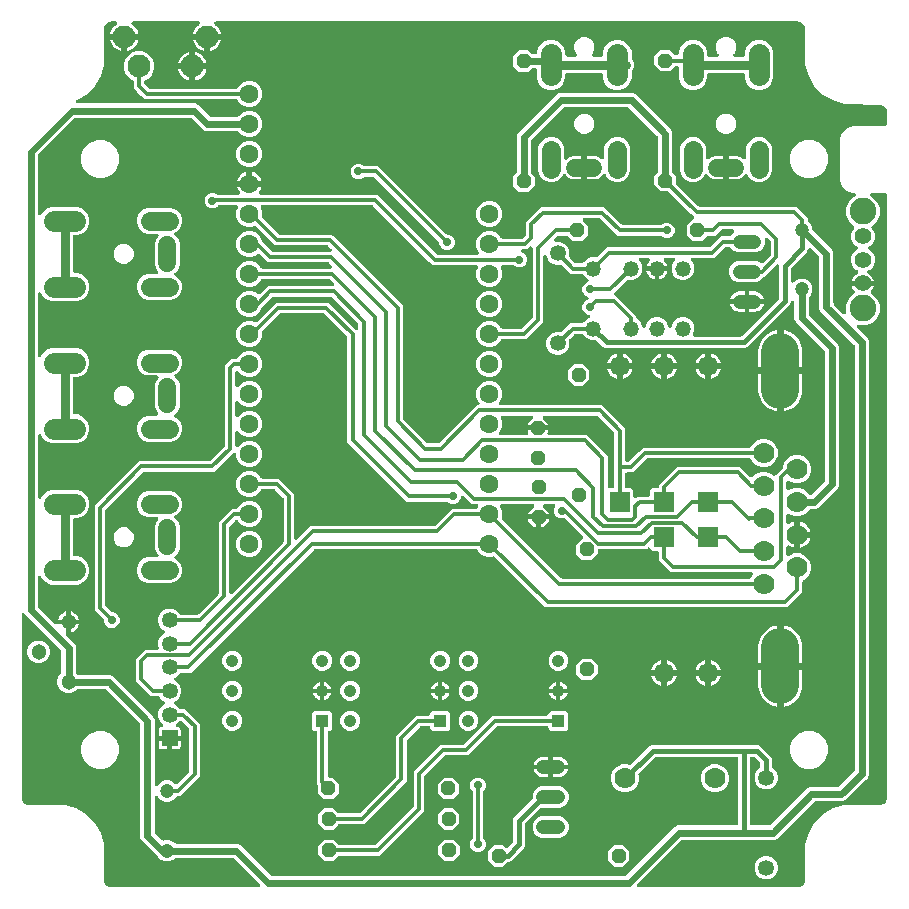
<source format=gbl>
G04 EAGLE Gerber RS-274X export*
G75*
%MOMM*%
%FSLAX34Y34*%
%LPD*%
%INBottom Copper*%
%IPPOS*%
%AMOC8*
5,1,8,0,0,1.08239X$1,22.5*%
G01*
%ADD10C,1.778000*%
%ADD11C,1.350000*%
%ADD12C,1.600000*%
%ADD13P,1.319650X8X202.500000*%
%ADD14C,1.219200*%
%ADD15C,1.400000*%
%ADD16C,2.250000*%
%ADD17C,1.303000*%
%ADD18C,1.320000*%
%ADD19P,1.319650X8X112.500000*%
%ADD20R,1.070000X1.070000*%
%ADD21C,1.070000*%
%ADD22C,1.500000*%
%ADD23C,1.600000*%
%ADD24C,1.800000*%
%ADD25P,1.319650X8X22.500000*%
%ADD26P,1.319650X8X292.500000*%
%ADD27R,1.350000X1.350000*%
%ADD28R,1.700000X1.700000*%
%ADD29C,1.700000*%
%ADD30C,1.200000*%
%ADD31C,3.200000*%
%ADD32C,1.930400*%
%ADD33C,0.704800*%
%ADD34C,0.400000*%
%ADD35C,0.300000*%
%ADD36C,0.600000*%
%ADD37C,0.800000*%

G36*
X660929Y3640D02*
X660929Y3640D01*
X661043Y3643D01*
X661992Y3736D01*
X662107Y3762D01*
X662224Y3778D01*
X662298Y3803D01*
X662329Y3810D01*
X662356Y3822D01*
X662418Y3843D01*
X664172Y4570D01*
X664188Y4579D01*
X664206Y4584D01*
X664339Y4663D01*
X664474Y4738D01*
X664488Y4751D01*
X664504Y4760D01*
X664658Y4895D01*
X666001Y6237D01*
X666012Y6252D01*
X666027Y6263D01*
X666120Y6387D01*
X666215Y6508D01*
X666223Y6525D01*
X666234Y6540D01*
X666326Y6723D01*
X667052Y8477D01*
X667084Y8591D01*
X667125Y8702D01*
X667138Y8779D01*
X667147Y8810D01*
X667148Y8839D01*
X667159Y8904D01*
X667253Y9853D01*
X667252Y9886D01*
X667260Y10000D01*
X667260Y40192D01*
X669845Y49841D01*
X674840Y58491D01*
X681903Y65555D01*
X690554Y70549D01*
X700203Y73135D01*
X704894Y73135D01*
X729887Y73136D01*
X729909Y73138D01*
X730070Y73147D01*
X731054Y73268D01*
X731169Y73296D01*
X731285Y73315D01*
X731359Y73342D01*
X731390Y73350D01*
X731416Y73363D01*
X731478Y73385D01*
X733304Y74194D01*
X733320Y74204D01*
X733337Y74210D01*
X733468Y74291D01*
X733602Y74370D01*
X733615Y74383D01*
X733631Y74393D01*
X733782Y74531D01*
X735159Y75977D01*
X735170Y75992D01*
X735184Y76004D01*
X735274Y76129D01*
X735367Y76253D01*
X735375Y76270D01*
X735385Y76285D01*
X735472Y76471D01*
X736191Y78334D01*
X736221Y78449D01*
X736259Y78561D01*
X736270Y78639D01*
X736278Y78669D01*
X736278Y78698D01*
X736288Y78764D01*
X736360Y79743D01*
X736359Y79775D01*
X736364Y79854D01*
X736364Y79938D01*
X736363Y79951D01*
X736364Y79974D01*
X736321Y81735D01*
X736350Y81849D01*
X736355Y81922D01*
X736361Y81952D01*
X736359Y81983D01*
X736364Y82054D01*
X736364Y589865D01*
X736361Y589892D01*
X736363Y589913D01*
X736362Y589920D01*
X736363Y589936D01*
X736340Y590072D01*
X736324Y590208D01*
X736312Y590242D01*
X736307Y590277D01*
X736254Y590404D01*
X736207Y590534D01*
X736188Y590563D01*
X736174Y590596D01*
X736093Y590708D01*
X736018Y590823D01*
X735992Y590848D01*
X735972Y590876D01*
X735868Y590967D01*
X735768Y591062D01*
X735737Y591080D01*
X735711Y591103D01*
X735588Y591167D01*
X735470Y591237D01*
X735436Y591247D01*
X735404Y591264D01*
X735271Y591298D01*
X735139Y591339D01*
X735104Y591341D01*
X735070Y591350D01*
X734865Y591364D01*
X723375Y591364D01*
X723323Y591358D01*
X723270Y591361D01*
X723151Y591338D01*
X723031Y591324D01*
X722982Y591307D01*
X722931Y591297D01*
X722820Y591248D01*
X722706Y591207D01*
X722662Y591178D01*
X722614Y591157D01*
X722518Y591084D01*
X722416Y591018D01*
X722380Y590980D01*
X722339Y590949D01*
X722261Y590856D01*
X722178Y590768D01*
X722151Y590723D01*
X722118Y590683D01*
X722064Y590574D01*
X722003Y590470D01*
X721987Y590420D01*
X721964Y590373D01*
X721936Y590255D01*
X721901Y590139D01*
X721897Y590087D01*
X721885Y590036D01*
X721885Y589915D01*
X721877Y589794D01*
X721885Y589743D01*
X721886Y589691D01*
X721913Y589573D01*
X721933Y589453D01*
X721953Y589405D01*
X721965Y589354D01*
X722019Y589246D01*
X722066Y589134D01*
X722096Y589092D01*
X722120Y589045D01*
X722197Y588952D01*
X722268Y588854D01*
X722307Y588819D01*
X722341Y588779D01*
X722438Y588706D01*
X722529Y588627D01*
X722575Y588603D01*
X722617Y588571D01*
X722801Y588480D01*
X723932Y588011D01*
X727941Y584002D01*
X730111Y578765D01*
X730111Y573095D01*
X727941Y567858D01*
X723913Y563830D01*
X723855Y563797D01*
X723717Y563724D01*
X723704Y563713D01*
X723690Y563705D01*
X723574Y563600D01*
X723456Y563497D01*
X723447Y563484D01*
X723434Y563472D01*
X723346Y563343D01*
X723255Y563216D01*
X723248Y563201D01*
X723239Y563187D01*
X723183Y563042D01*
X723123Y562897D01*
X723120Y562880D01*
X723114Y562864D01*
X723093Y562710D01*
X723067Y562555D01*
X723069Y562539D01*
X723066Y562522D01*
X723081Y562367D01*
X723092Y562211D01*
X723097Y562194D01*
X723098Y562178D01*
X723148Y562030D01*
X723195Y561880D01*
X723203Y561866D01*
X723209Y561850D01*
X723291Y561717D01*
X723370Y561583D01*
X723385Y561566D01*
X723391Y561556D01*
X723410Y561537D01*
X723505Y561428D01*
X724338Y560595D01*
X725861Y556919D01*
X725861Y552941D01*
X724338Y549265D01*
X721525Y546452D01*
X721195Y546315D01*
X721104Y546264D01*
X721008Y546222D01*
X720953Y546180D01*
X720893Y546147D01*
X720816Y546077D01*
X720733Y546014D01*
X720689Y545960D01*
X720637Y545914D01*
X720579Y545828D01*
X720512Y545747D01*
X720481Y545686D01*
X720442Y545629D01*
X720405Y545531D01*
X720358Y545438D01*
X720342Y545371D01*
X720317Y545306D01*
X720303Y545203D01*
X720279Y545101D01*
X720279Y545032D01*
X720270Y544964D01*
X720280Y544860D01*
X720280Y544755D01*
X720296Y544688D01*
X720302Y544619D01*
X720335Y544520D01*
X720359Y544419D01*
X720390Y544357D01*
X720412Y544292D01*
X720467Y544203D01*
X720514Y544110D01*
X720558Y544057D01*
X720594Y543998D01*
X720668Y543924D01*
X720735Y543844D01*
X720790Y543803D01*
X720839Y543754D01*
X720928Y543699D01*
X721011Y543636D01*
X721105Y543590D01*
X721133Y543572D01*
X721155Y543565D01*
X721195Y543545D01*
X721525Y543408D01*
X724338Y540595D01*
X725861Y536919D01*
X725861Y532941D01*
X724338Y529265D01*
X721525Y526452D01*
X720524Y526037D01*
X720484Y526015D01*
X720441Y526000D01*
X720333Y525931D01*
X720222Y525869D01*
X720188Y525838D01*
X720149Y525813D01*
X720061Y525722D01*
X719966Y525636D01*
X719940Y525598D01*
X719909Y525565D01*
X719843Y525456D01*
X719771Y525350D01*
X719754Y525308D01*
X719731Y525269D01*
X719692Y525147D01*
X719646Y525028D01*
X719640Y524983D01*
X719626Y524939D01*
X719616Y524812D01*
X719598Y524686D01*
X719603Y524640D01*
X719599Y524595D01*
X719619Y524468D01*
X719631Y524341D01*
X719645Y524298D01*
X719652Y524253D01*
X719700Y524135D01*
X719741Y524014D01*
X719765Y523975D01*
X719782Y523933D01*
X719856Y523828D01*
X719923Y523720D01*
X719955Y523688D01*
X719982Y523650D01*
X720077Y523566D01*
X720168Y523476D01*
X720207Y523452D01*
X720241Y523421D01*
X720417Y523316D01*
X720861Y523090D01*
X722075Y522207D01*
X723137Y521145D01*
X724020Y519930D01*
X724702Y518592D01*
X725166Y517164D01*
X725203Y516929D01*
X716360Y516929D01*
X716325Y516925D01*
X716290Y516928D01*
X716154Y516905D01*
X716017Y516889D01*
X715983Y516877D01*
X715948Y516872D01*
X715866Y516837D01*
X715766Y516863D01*
X715634Y516904D01*
X715599Y516906D01*
X715564Y516915D01*
X715360Y516929D01*
X706517Y516929D01*
X706554Y517164D01*
X707018Y518592D01*
X707700Y519930D01*
X708583Y521145D01*
X709645Y522207D01*
X710859Y523090D01*
X711303Y523316D01*
X711341Y523341D01*
X711383Y523360D01*
X711485Y523437D01*
X711591Y523507D01*
X711622Y523541D01*
X711659Y523568D01*
X711740Y523667D01*
X711828Y523760D01*
X711850Y523799D01*
X711879Y523834D01*
X711936Y523949D01*
X712000Y524059D01*
X712013Y524103D01*
X712033Y524144D01*
X712062Y524268D01*
X712099Y524391D01*
X712102Y524436D01*
X712112Y524481D01*
X712112Y524608D01*
X712120Y524736D01*
X712112Y524781D01*
X712112Y524826D01*
X712082Y524951D01*
X712061Y525077D01*
X712043Y525118D01*
X712032Y525163D01*
X711975Y525277D01*
X711925Y525395D01*
X711898Y525431D01*
X711878Y525472D01*
X711796Y525570D01*
X711720Y525673D01*
X711685Y525703D01*
X711656Y525738D01*
X711554Y525815D01*
X711457Y525897D01*
X711417Y525918D01*
X711380Y525946D01*
X711196Y526037D01*
X710195Y526452D01*
X707382Y529265D01*
X705859Y532941D01*
X705859Y536919D01*
X707382Y540595D01*
X710195Y543408D01*
X710525Y543545D01*
X710616Y543596D01*
X710712Y543638D01*
X710767Y543679D01*
X710827Y543713D01*
X710904Y543784D01*
X710987Y543846D01*
X711031Y543899D01*
X711082Y543946D01*
X711142Y544032D01*
X711208Y544112D01*
X711239Y544174D01*
X711278Y544231D01*
X711315Y544329D01*
X711362Y544422D01*
X711378Y544489D01*
X711403Y544554D01*
X711417Y544657D01*
X711441Y544759D01*
X711441Y544828D01*
X711450Y544896D01*
X711440Y545000D01*
X711440Y545104D01*
X711424Y545172D01*
X711418Y545241D01*
X711385Y545339D01*
X711361Y545441D01*
X711330Y545503D01*
X711308Y545568D01*
X711253Y545657D01*
X711206Y545750D01*
X711162Y545803D01*
X711126Y545862D01*
X711052Y545936D01*
X710985Y546016D01*
X710930Y546057D01*
X710881Y546106D01*
X710792Y546161D01*
X710709Y546224D01*
X710615Y546270D01*
X710587Y546288D01*
X710566Y546295D01*
X710525Y546315D01*
X710195Y546452D01*
X707382Y549265D01*
X705859Y552941D01*
X705859Y556919D01*
X707382Y560595D01*
X708215Y561428D01*
X708312Y561551D01*
X708412Y561671D01*
X708419Y561686D01*
X708430Y561699D01*
X708496Y561841D01*
X708565Y561980D01*
X708569Y561997D01*
X708576Y562012D01*
X708609Y562165D01*
X708644Y562317D01*
X708644Y562334D01*
X708648Y562350D01*
X708644Y562507D01*
X708644Y562663D01*
X708640Y562679D01*
X708640Y562696D01*
X708600Y562848D01*
X708564Y562999D01*
X708557Y563014D01*
X708552Y563031D01*
X708479Y563170D01*
X708410Y563309D01*
X708399Y563321D01*
X708391Y563336D01*
X708288Y563454D01*
X708188Y563574D01*
X708175Y563584D01*
X708164Y563597D01*
X708037Y563688D01*
X707912Y563782D01*
X707893Y563792D01*
X707883Y563799D01*
X707858Y563809D01*
X707797Y563839D01*
X703779Y567858D01*
X701609Y573095D01*
X701609Y578765D01*
X703779Y584002D01*
X707788Y588011D01*
X708919Y588480D01*
X708950Y588497D01*
X708960Y588501D01*
X708970Y588507D01*
X709014Y588523D01*
X709116Y588589D01*
X709221Y588648D01*
X709260Y588683D01*
X709304Y588712D01*
X709387Y588800D01*
X709477Y588881D01*
X709506Y588924D01*
X709542Y588962D01*
X709604Y589067D01*
X709672Y589166D01*
X709691Y589215D01*
X709717Y589260D01*
X709753Y589376D01*
X709797Y589489D01*
X709804Y589541D01*
X709819Y589591D01*
X709828Y589712D01*
X709844Y589831D01*
X709839Y589883D01*
X709843Y589936D01*
X709823Y590055D01*
X709812Y590176D01*
X709795Y590225D01*
X709787Y590277D01*
X709741Y590388D01*
X709702Y590503D01*
X709674Y590548D01*
X709654Y590596D01*
X709584Y590694D01*
X709520Y590797D01*
X709483Y590834D01*
X709452Y590876D01*
X709361Y590956D01*
X709275Y591041D01*
X709231Y591069D01*
X709191Y591103D01*
X709084Y591159D01*
X708981Y591223D01*
X708931Y591239D01*
X708885Y591264D01*
X708768Y591294D01*
X708653Y591332D01*
X708601Y591337D01*
X708550Y591350D01*
X708345Y591364D01*
X707288Y591364D01*
X702276Y593440D01*
X698440Y597276D01*
X696364Y602288D01*
X696364Y637712D01*
X698440Y642724D01*
X702276Y646560D01*
X707288Y648636D01*
X734865Y648636D01*
X734900Y648640D01*
X734936Y648637D01*
X735072Y648660D01*
X735208Y648676D01*
X735242Y648688D01*
X735277Y648693D01*
X735404Y648746D01*
X735534Y648793D01*
X735563Y648812D01*
X735596Y648826D01*
X735708Y648907D01*
X735823Y648982D01*
X735848Y649008D01*
X735876Y649028D01*
X735967Y649132D01*
X736062Y649232D01*
X736080Y649263D01*
X736103Y649289D01*
X736167Y649412D01*
X736237Y649530D01*
X736247Y649564D01*
X736264Y649596D01*
X736298Y649729D01*
X736339Y649861D01*
X736341Y649896D01*
X736350Y649930D01*
X736364Y650135D01*
X736364Y660000D01*
X736360Y660033D01*
X736357Y660147D01*
X736264Y661096D01*
X736238Y661212D01*
X736222Y661328D01*
X736197Y661403D01*
X736190Y661434D01*
X736178Y661460D01*
X736157Y661523D01*
X735430Y663277D01*
X735421Y663293D01*
X735416Y663311D01*
X735337Y663443D01*
X735262Y663579D01*
X735249Y663592D01*
X735240Y663608D01*
X735105Y663763D01*
X733763Y665105D01*
X733748Y665117D01*
X733737Y665131D01*
X733613Y665224D01*
X733492Y665320D01*
X733475Y665328D01*
X733460Y665339D01*
X733277Y665430D01*
X731523Y666157D01*
X731409Y666189D01*
X731298Y666230D01*
X731221Y666243D01*
X731190Y666251D01*
X731161Y666253D01*
X731096Y666264D01*
X730201Y666352D01*
X730172Y666351D01*
X730108Y666358D01*
X729961Y666363D01*
X729943Y666362D01*
X729907Y666364D01*
X728266Y666364D01*
X728163Y666386D01*
X728055Y666418D01*
X727967Y666427D01*
X727935Y666434D01*
X727908Y666433D01*
X727851Y666439D01*
X705159Y667259D01*
X705140Y667257D01*
X705105Y667260D01*
X700203Y667260D01*
X690554Y669845D01*
X681903Y674840D01*
X674840Y681903D01*
X669845Y690554D01*
X667260Y700203D01*
X667260Y730395D01*
X667256Y730428D01*
X667253Y730542D01*
X667159Y731491D01*
X667134Y731606D01*
X667118Y731723D01*
X667092Y731798D01*
X667086Y731829D01*
X667073Y731855D01*
X667052Y731917D01*
X666326Y733671D01*
X666317Y733687D01*
X666311Y733705D01*
X666233Y733838D01*
X666157Y733973D01*
X666145Y733987D01*
X666136Y734003D01*
X666001Y734158D01*
X664658Y735500D01*
X664644Y735511D01*
X664632Y735526D01*
X664509Y735619D01*
X664387Y735715D01*
X664371Y735722D01*
X664356Y735734D01*
X664172Y735825D01*
X662418Y736551D01*
X662305Y736584D01*
X662194Y736624D01*
X662116Y736637D01*
X662086Y736646D01*
X662057Y736647D01*
X661992Y736658D01*
X661042Y736752D01*
X661009Y736751D01*
X660896Y736759D01*
X168121Y736759D01*
X168073Y736753D01*
X168024Y736756D01*
X167901Y736733D01*
X167778Y736719D01*
X167732Y736702D01*
X167684Y736694D01*
X167570Y736644D01*
X167453Y736602D01*
X167412Y736575D01*
X167367Y736555D01*
X167267Y736481D01*
X167163Y736413D01*
X167129Y736377D01*
X167090Y736348D01*
X167010Y736253D01*
X166924Y736163D01*
X166900Y736120D01*
X166868Y736083D01*
X166812Y735972D01*
X166749Y735864D01*
X166735Y735818D01*
X166713Y735774D01*
X166684Y735653D01*
X166647Y735534D01*
X166644Y735485D01*
X166633Y735438D01*
X166632Y735313D01*
X166624Y735189D01*
X166632Y735141D01*
X166631Y735092D01*
X166660Y734971D01*
X166680Y734848D01*
X166698Y734803D01*
X166710Y734755D01*
X166765Y734643D01*
X166812Y734529D01*
X166841Y734489D01*
X166863Y734445D01*
X166942Y734349D01*
X167015Y734248D01*
X167052Y734216D01*
X167083Y734178D01*
X167240Y734047D01*
X168543Y733100D01*
X169900Y731743D01*
X171028Y730190D01*
X171899Y728480D01*
X172493Y726655D01*
X172549Y726299D01*
X161600Y726299D01*
X161565Y726295D01*
X161530Y726298D01*
X161394Y726275D01*
X161257Y726259D01*
X161223Y726247D01*
X161188Y726242D01*
X161061Y726189D01*
X160932Y726142D01*
X160902Y726123D01*
X160869Y726109D01*
X160757Y726028D01*
X160642Y725953D01*
X160618Y725927D01*
X160594Y725910D01*
X160503Y725997D01*
X160472Y726015D01*
X160445Y726038D01*
X160323Y726102D01*
X160205Y726172D01*
X160171Y726182D01*
X160139Y726199D01*
X160006Y726233D01*
X159874Y726274D01*
X159839Y726276D01*
X159804Y726285D01*
X159600Y726299D01*
X148651Y726299D01*
X148707Y726655D01*
X149301Y728480D01*
X150172Y730190D01*
X151300Y731743D01*
X152657Y733100D01*
X153960Y734047D01*
X153996Y734080D01*
X154037Y734107D01*
X154123Y734197D01*
X154214Y734281D01*
X154242Y734321D01*
X154276Y734357D01*
X154339Y734464D01*
X154408Y734567D01*
X154426Y734613D01*
X154451Y734655D01*
X154487Y734774D01*
X154532Y734890D01*
X154538Y734938D01*
X154553Y734985D01*
X154561Y735110D01*
X154578Y735233D01*
X154573Y735281D01*
X154576Y735330D01*
X154556Y735453D01*
X154544Y735577D01*
X154528Y735623D01*
X154520Y735671D01*
X154473Y735786D01*
X154432Y735904D01*
X154406Y735945D01*
X154388Y735991D01*
X154315Y736092D01*
X154249Y736197D01*
X154214Y736231D01*
X154185Y736271D01*
X154091Y736353D01*
X154003Y736440D01*
X153961Y736466D01*
X153924Y736498D01*
X153814Y736556D01*
X153708Y736620D01*
X153662Y736636D01*
X153618Y736658D01*
X153498Y736690D01*
X153380Y736728D01*
X153331Y736733D01*
X153283Y736745D01*
X153079Y736759D01*
X98121Y736759D01*
X98073Y736753D01*
X98024Y736756D01*
X97901Y736733D01*
X97778Y736719D01*
X97732Y736702D01*
X97684Y736694D01*
X97570Y736644D01*
X97453Y736602D01*
X97412Y736575D01*
X97367Y736555D01*
X97267Y736481D01*
X97163Y736413D01*
X97129Y736377D01*
X97090Y736348D01*
X97010Y736253D01*
X96924Y736163D01*
X96900Y736120D01*
X96868Y736083D01*
X96812Y735972D01*
X96749Y735864D01*
X96735Y735818D01*
X96713Y735774D01*
X96684Y735653D01*
X96647Y735534D01*
X96644Y735485D01*
X96633Y735438D01*
X96632Y735313D01*
X96624Y735189D01*
X96632Y735141D01*
X96631Y735092D01*
X96660Y734971D01*
X96680Y734848D01*
X96698Y734803D01*
X96710Y734755D01*
X96765Y734643D01*
X96812Y734529D01*
X96841Y734489D01*
X96863Y734445D01*
X96942Y734349D01*
X97015Y734248D01*
X97052Y734216D01*
X97083Y734178D01*
X97240Y734047D01*
X98543Y733100D01*
X99900Y731743D01*
X101028Y730190D01*
X101899Y728480D01*
X102493Y726655D01*
X102549Y726299D01*
X91600Y726299D01*
X91565Y726295D01*
X91530Y726298D01*
X91394Y726275D01*
X91257Y726259D01*
X91223Y726247D01*
X91188Y726242D01*
X91061Y726189D01*
X90932Y726142D01*
X90902Y726123D01*
X90869Y726109D01*
X90757Y726028D01*
X90642Y725953D01*
X90618Y725927D01*
X90594Y725910D01*
X90503Y725997D01*
X90472Y726015D01*
X90445Y726038D01*
X90323Y726102D01*
X90205Y726172D01*
X90171Y726182D01*
X90139Y726199D01*
X90006Y726233D01*
X89874Y726274D01*
X89839Y726276D01*
X89804Y726285D01*
X89600Y726299D01*
X78651Y726299D01*
X78707Y726655D01*
X79301Y728480D01*
X80172Y730190D01*
X81300Y731743D01*
X82657Y733100D01*
X83960Y734047D01*
X83996Y734080D01*
X84037Y734107D01*
X84123Y734197D01*
X84214Y734281D01*
X84242Y734321D01*
X84276Y734357D01*
X84339Y734464D01*
X84408Y734567D01*
X84426Y734613D01*
X84451Y734655D01*
X84487Y734774D01*
X84532Y734890D01*
X84538Y734938D01*
X84553Y734985D01*
X84561Y735110D01*
X84578Y735233D01*
X84573Y735281D01*
X84576Y735330D01*
X84556Y735453D01*
X84544Y735577D01*
X84528Y735623D01*
X84520Y735671D01*
X84473Y735786D01*
X84432Y735904D01*
X84406Y735946D01*
X84388Y735991D01*
X84315Y736092D01*
X84249Y736197D01*
X84214Y736231D01*
X84185Y736271D01*
X84091Y736353D01*
X84003Y736440D01*
X83961Y736466D01*
X83924Y736498D01*
X83814Y736556D01*
X83708Y736620D01*
X83662Y736636D01*
X83618Y736658D01*
X83497Y736690D01*
X83380Y736728D01*
X83331Y736733D01*
X83283Y736745D01*
X83079Y736759D01*
X79499Y736759D01*
X79466Y736755D01*
X79352Y736752D01*
X78403Y736658D01*
X78288Y736633D01*
X78171Y736617D01*
X78096Y736592D01*
X78065Y736585D01*
X78039Y736572D01*
X77976Y736551D01*
X76222Y735825D01*
X76206Y735816D01*
X76189Y735810D01*
X76055Y735732D01*
X75920Y735657D01*
X75907Y735644D01*
X75891Y735635D01*
X75736Y735500D01*
X74394Y734158D01*
X74382Y734143D01*
X74368Y734131D01*
X74275Y734008D01*
X74179Y733887D01*
X74171Y733870D01*
X74160Y733855D01*
X74069Y733671D01*
X73342Y731918D01*
X73310Y731804D01*
X73270Y731693D01*
X73256Y731615D01*
X73248Y731585D01*
X73246Y731556D01*
X73236Y731491D01*
X73142Y730542D01*
X73143Y730508D01*
X73135Y730395D01*
X73135Y700203D01*
X70549Y690554D01*
X65555Y681903D01*
X58492Y674840D01*
X50331Y670128D01*
X50229Y670053D01*
X50123Y669983D01*
X50091Y669950D01*
X50054Y669922D01*
X49972Y669825D01*
X49884Y669733D01*
X49861Y669693D01*
X49831Y669658D01*
X49773Y669544D01*
X49709Y669435D01*
X49695Y669391D01*
X49674Y669349D01*
X49644Y669226D01*
X49607Y669104D01*
X49604Y669058D01*
X49593Y669013D01*
X49592Y668887D01*
X49583Y668759D01*
X49591Y668714D01*
X49590Y668668D01*
X49619Y668544D01*
X49639Y668418D01*
X49657Y668376D01*
X49667Y668331D01*
X49723Y668216D01*
X49772Y668099D01*
X49799Y668062D01*
X49819Y668020D01*
X49900Y667922D01*
X49974Y667819D01*
X50009Y667788D01*
X50038Y667753D01*
X50139Y667675D01*
X50235Y667592D01*
X50276Y667570D01*
X50313Y667542D01*
X50429Y667490D01*
X50541Y667431D01*
X50586Y667420D01*
X50628Y667401D01*
X50753Y667377D01*
X50876Y667345D01*
X50940Y667340D01*
X50968Y667335D01*
X51000Y667336D01*
X51081Y667331D01*
X150774Y667331D01*
X152979Y666417D01*
X162956Y656440D01*
X163066Y656353D01*
X163171Y656262D01*
X163201Y656246D01*
X163228Y656225D01*
X163354Y656166D01*
X163477Y656101D01*
X163510Y656093D01*
X163541Y656078D01*
X163677Y656050D01*
X163812Y656015D01*
X163857Y656012D01*
X163879Y656007D01*
X163913Y656008D01*
X164017Y656001D01*
X186192Y656001D01*
X186331Y656017D01*
X186470Y656027D01*
X186502Y656037D01*
X186536Y656041D01*
X186667Y656088D01*
X186800Y656129D01*
X186829Y656147D01*
X186861Y656158D01*
X186978Y656234D01*
X187098Y656305D01*
X187132Y656335D01*
X187151Y656347D01*
X187174Y656371D01*
X187252Y656440D01*
X190139Y659326D01*
X194182Y661001D01*
X198558Y661001D01*
X202601Y659326D01*
X205696Y656231D01*
X207371Y652188D01*
X207371Y647812D01*
X205696Y643769D01*
X202601Y640674D01*
X198558Y638999D01*
X194182Y638999D01*
X190139Y640674D01*
X187252Y643560D01*
X187143Y643647D01*
X187038Y643738D01*
X187008Y643754D01*
X186981Y643775D01*
X186855Y643834D01*
X186732Y643899D01*
X186699Y643907D01*
X186668Y643922D01*
X186532Y643950D01*
X186397Y643985D01*
X186352Y643988D01*
X186330Y643993D01*
X186296Y643992D01*
X186192Y643999D01*
X159716Y643999D01*
X157511Y644913D01*
X147534Y654890D01*
X147424Y654977D01*
X147319Y655068D01*
X147289Y655084D01*
X147262Y655105D01*
X147136Y655164D01*
X147013Y655229D01*
X146980Y655237D01*
X146949Y655252D01*
X146813Y655280D01*
X146678Y655315D01*
X146633Y655318D01*
X146611Y655323D01*
X146577Y655322D01*
X146473Y655329D01*
X49437Y655329D01*
X49298Y655313D01*
X49159Y655303D01*
X49127Y655293D01*
X49093Y655289D01*
X48962Y655242D01*
X48829Y655201D01*
X48800Y655183D01*
X48768Y655172D01*
X48651Y655096D01*
X48531Y655025D01*
X48497Y654995D01*
X48478Y654983D01*
X48455Y654959D01*
X48376Y654890D01*
X17840Y624354D01*
X17753Y624244D01*
X17662Y624139D01*
X17646Y624109D01*
X17625Y624082D01*
X17566Y623956D01*
X17501Y623833D01*
X17493Y623800D01*
X17478Y623769D01*
X17450Y623633D01*
X17415Y623498D01*
X17412Y623453D01*
X17407Y623431D01*
X17408Y623397D01*
X17401Y623293D01*
X17401Y574065D01*
X17407Y574013D01*
X17404Y573961D01*
X17427Y573842D01*
X17441Y573722D01*
X17458Y573672D01*
X17468Y573621D01*
X17517Y573510D01*
X17558Y573396D01*
X17587Y573353D01*
X17608Y573305D01*
X17681Y573208D01*
X17747Y573107D01*
X17785Y573071D01*
X17816Y573029D01*
X17909Y572952D01*
X17997Y572868D01*
X18042Y572842D01*
X18082Y572808D01*
X18191Y572754D01*
X18295Y572693D01*
X18345Y572678D01*
X18392Y572654D01*
X18510Y572627D01*
X18626Y572591D01*
X18678Y572588D01*
X18729Y572576D01*
X18850Y572576D01*
X18971Y572567D01*
X19022Y572576D01*
X19074Y572576D01*
X19192Y572604D01*
X19312Y572623D01*
X19360Y572644D01*
X19411Y572656D01*
X19519Y572710D01*
X19631Y572756D01*
X19673Y572787D01*
X19720Y572810D01*
X19813Y572888D01*
X19911Y572958D01*
X19946Y572998D01*
X19986Y573031D01*
X20059Y573128D01*
X20138Y573220D01*
X20162Y573266D01*
X20194Y573308D01*
X20285Y573491D01*
X20826Y574798D01*
X24202Y578174D01*
X28613Y580001D01*
X51387Y580001D01*
X55798Y578174D01*
X59174Y574798D01*
X61001Y570387D01*
X61001Y565613D01*
X59174Y561202D01*
X55798Y557826D01*
X51387Y555999D01*
X48500Y555999D01*
X48465Y555995D01*
X48429Y555998D01*
X48293Y555975D01*
X48157Y555959D01*
X48123Y555947D01*
X48088Y555942D01*
X47961Y555889D01*
X47831Y555842D01*
X47802Y555823D01*
X47769Y555809D01*
X47657Y555728D01*
X47542Y555653D01*
X47517Y555627D01*
X47489Y555607D01*
X47398Y555503D01*
X47303Y555403D01*
X47285Y555372D01*
X47262Y555346D01*
X47198Y555223D01*
X47128Y555105D01*
X47118Y555071D01*
X47101Y555039D01*
X47067Y554906D01*
X47026Y554774D01*
X47024Y554739D01*
X47015Y554705D01*
X47001Y554500D01*
X47001Y525500D01*
X47005Y525465D01*
X47002Y525429D01*
X47025Y525293D01*
X47041Y525157D01*
X47053Y525123D01*
X47058Y525088D01*
X47111Y524961D01*
X47158Y524831D01*
X47177Y524802D01*
X47191Y524769D01*
X47272Y524657D01*
X47347Y524542D01*
X47373Y524517D01*
X47393Y524489D01*
X47497Y524398D01*
X47597Y524303D01*
X47628Y524285D01*
X47654Y524262D01*
X47777Y524198D01*
X47895Y524128D01*
X47929Y524118D01*
X47961Y524101D01*
X48094Y524067D01*
X48226Y524026D01*
X48261Y524024D01*
X48295Y524015D01*
X48500Y524001D01*
X51387Y524001D01*
X55798Y522174D01*
X59174Y518798D01*
X61001Y514387D01*
X61001Y509613D01*
X59174Y505202D01*
X55798Y501826D01*
X51387Y499999D01*
X28613Y499999D01*
X24202Y501826D01*
X20826Y505202D01*
X20285Y506509D01*
X20260Y506554D01*
X20242Y506604D01*
X20176Y506705D01*
X20117Y506811D01*
X20082Y506849D01*
X20053Y506893D01*
X19965Y506977D01*
X19884Y507066D01*
X19841Y507096D01*
X19803Y507132D01*
X19699Y507193D01*
X19599Y507261D01*
X19550Y507280D01*
X19505Y507307D01*
X19389Y507343D01*
X19276Y507386D01*
X19224Y507393D01*
X19174Y507409D01*
X19053Y507417D01*
X18934Y507434D01*
X18882Y507429D01*
X18829Y507433D01*
X18710Y507413D01*
X18589Y507402D01*
X18540Y507385D01*
X18488Y507377D01*
X18377Y507330D01*
X18262Y507292D01*
X18217Y507264D01*
X18169Y507244D01*
X18071Y507173D01*
X17968Y507109D01*
X17931Y507072D01*
X17889Y507042D01*
X17809Y506950D01*
X17724Y506864D01*
X17696Y506820D01*
X17662Y506780D01*
X17606Y506673D01*
X17542Y506570D01*
X17526Y506521D01*
X17501Y506474D01*
X17471Y506357D01*
X17433Y506242D01*
X17428Y506190D01*
X17415Y506140D01*
X17401Y505935D01*
X17401Y454065D01*
X17407Y454013D01*
X17404Y453961D01*
X17427Y453842D01*
X17441Y453722D01*
X17458Y453672D01*
X17468Y453621D01*
X17517Y453510D01*
X17558Y453396D01*
X17587Y453353D01*
X17608Y453305D01*
X17681Y453208D01*
X17747Y453107D01*
X17785Y453071D01*
X17816Y453029D01*
X17909Y452952D01*
X17997Y452868D01*
X18042Y452842D01*
X18082Y452808D01*
X18191Y452754D01*
X18295Y452693D01*
X18345Y452678D01*
X18392Y452654D01*
X18510Y452627D01*
X18626Y452591D01*
X18678Y452588D01*
X18729Y452576D01*
X18850Y452576D01*
X18971Y452567D01*
X19022Y452576D01*
X19074Y452576D01*
X19192Y452604D01*
X19312Y452623D01*
X19360Y452644D01*
X19411Y452656D01*
X19519Y452710D01*
X19631Y452756D01*
X19673Y452787D01*
X19720Y452810D01*
X19813Y452888D01*
X19911Y452958D01*
X19946Y452998D01*
X19986Y453031D01*
X20059Y453128D01*
X20138Y453220D01*
X20162Y453266D01*
X20194Y453308D01*
X20285Y453491D01*
X20826Y454798D01*
X24202Y458174D01*
X28613Y460001D01*
X51387Y460001D01*
X55798Y458174D01*
X59174Y454798D01*
X61001Y450387D01*
X61001Y445613D01*
X59174Y441202D01*
X55798Y437826D01*
X51387Y435999D01*
X48500Y435999D01*
X48465Y435995D01*
X48429Y435998D01*
X48293Y435975D01*
X48157Y435959D01*
X48123Y435947D01*
X48088Y435942D01*
X47961Y435889D01*
X47831Y435842D01*
X47802Y435823D01*
X47769Y435809D01*
X47657Y435728D01*
X47542Y435653D01*
X47517Y435627D01*
X47489Y435607D01*
X47398Y435503D01*
X47303Y435403D01*
X47285Y435372D01*
X47262Y435346D01*
X47198Y435223D01*
X47128Y435105D01*
X47118Y435071D01*
X47101Y435039D01*
X47067Y434906D01*
X47026Y434774D01*
X47024Y434739D01*
X47015Y434705D01*
X47001Y434500D01*
X47001Y405500D01*
X47005Y405465D01*
X47002Y405429D01*
X47025Y405293D01*
X47041Y405157D01*
X47053Y405123D01*
X47058Y405088D01*
X47111Y404961D01*
X47158Y404831D01*
X47177Y404802D01*
X47191Y404769D01*
X47272Y404657D01*
X47347Y404542D01*
X47373Y404517D01*
X47393Y404489D01*
X47497Y404398D01*
X47597Y404303D01*
X47628Y404285D01*
X47654Y404262D01*
X47777Y404198D01*
X47895Y404128D01*
X47929Y404118D01*
X47961Y404101D01*
X48094Y404067D01*
X48226Y404026D01*
X48261Y404024D01*
X48295Y404015D01*
X48500Y404001D01*
X51387Y404001D01*
X55798Y402174D01*
X59174Y398798D01*
X61001Y394387D01*
X61001Y389613D01*
X59174Y385202D01*
X55798Y381826D01*
X51387Y379999D01*
X28613Y379999D01*
X24202Y381826D01*
X20826Y385202D01*
X20285Y386509D01*
X20260Y386554D01*
X20242Y386604D01*
X20176Y386705D01*
X20117Y386811D01*
X20082Y386849D01*
X20053Y386893D01*
X19965Y386977D01*
X19884Y387066D01*
X19841Y387096D01*
X19803Y387132D01*
X19699Y387193D01*
X19599Y387261D01*
X19550Y387280D01*
X19505Y387307D01*
X19389Y387343D01*
X19276Y387386D01*
X19224Y387393D01*
X19174Y387409D01*
X19053Y387417D01*
X18934Y387434D01*
X18882Y387429D01*
X18829Y387433D01*
X18710Y387413D01*
X18589Y387402D01*
X18540Y387385D01*
X18488Y387377D01*
X18377Y387330D01*
X18262Y387292D01*
X18217Y387264D01*
X18169Y387244D01*
X18071Y387173D01*
X17968Y387109D01*
X17931Y387072D01*
X17889Y387042D01*
X17809Y386950D01*
X17724Y386864D01*
X17696Y386820D01*
X17662Y386780D01*
X17606Y386673D01*
X17542Y386570D01*
X17526Y386521D01*
X17501Y386474D01*
X17471Y386357D01*
X17433Y386242D01*
X17428Y386190D01*
X17415Y386140D01*
X17401Y385935D01*
X17401Y334065D01*
X17407Y334013D01*
X17404Y333961D01*
X17427Y333842D01*
X17441Y333722D01*
X17458Y333672D01*
X17468Y333621D01*
X17517Y333510D01*
X17558Y333396D01*
X17587Y333353D01*
X17608Y333305D01*
X17681Y333208D01*
X17747Y333107D01*
X17785Y333071D01*
X17816Y333029D01*
X17909Y332952D01*
X17997Y332868D01*
X18042Y332842D01*
X18082Y332808D01*
X18191Y332754D01*
X18295Y332693D01*
X18345Y332678D01*
X18392Y332654D01*
X18510Y332627D01*
X18626Y332591D01*
X18678Y332588D01*
X18729Y332576D01*
X18850Y332576D01*
X18971Y332567D01*
X19022Y332576D01*
X19074Y332576D01*
X19192Y332604D01*
X19312Y332623D01*
X19360Y332644D01*
X19411Y332656D01*
X19519Y332710D01*
X19631Y332756D01*
X19673Y332787D01*
X19720Y332810D01*
X19813Y332888D01*
X19911Y332958D01*
X19946Y332998D01*
X19986Y333031D01*
X20059Y333128D01*
X20138Y333220D01*
X20162Y333266D01*
X20194Y333308D01*
X20285Y333491D01*
X20826Y334798D01*
X24202Y338174D01*
X28613Y340001D01*
X51387Y340001D01*
X55798Y338174D01*
X59174Y334798D01*
X61001Y330387D01*
X61001Y325613D01*
X59174Y321202D01*
X55798Y317826D01*
X51387Y315999D01*
X48500Y315999D01*
X48465Y315995D01*
X48429Y315998D01*
X48293Y315975D01*
X48157Y315959D01*
X48123Y315947D01*
X48088Y315942D01*
X47961Y315889D01*
X47831Y315842D01*
X47802Y315823D01*
X47769Y315809D01*
X47657Y315728D01*
X47542Y315653D01*
X47517Y315627D01*
X47489Y315607D01*
X47398Y315503D01*
X47303Y315403D01*
X47285Y315372D01*
X47262Y315346D01*
X47198Y315223D01*
X47128Y315105D01*
X47118Y315071D01*
X47101Y315039D01*
X47067Y314906D01*
X47026Y314774D01*
X47024Y314739D01*
X47015Y314705D01*
X47001Y314500D01*
X47001Y285500D01*
X47005Y285465D01*
X47002Y285429D01*
X47025Y285293D01*
X47041Y285157D01*
X47053Y285123D01*
X47058Y285088D01*
X47111Y284961D01*
X47158Y284831D01*
X47177Y284802D01*
X47191Y284769D01*
X47272Y284657D01*
X47347Y284542D01*
X47373Y284517D01*
X47393Y284489D01*
X47497Y284398D01*
X47597Y284303D01*
X47628Y284285D01*
X47654Y284262D01*
X47777Y284198D01*
X47895Y284128D01*
X47929Y284118D01*
X47961Y284101D01*
X48094Y284067D01*
X48226Y284026D01*
X48261Y284024D01*
X48295Y284015D01*
X48500Y284001D01*
X51387Y284001D01*
X55798Y282174D01*
X59174Y278798D01*
X61001Y274387D01*
X61001Y269613D01*
X59174Y265202D01*
X55798Y261826D01*
X51387Y259999D01*
X28613Y259999D01*
X24202Y261826D01*
X20826Y265202D01*
X20285Y266509D01*
X20260Y266554D01*
X20242Y266604D01*
X20176Y266705D01*
X20117Y266811D01*
X20082Y266849D01*
X20053Y266893D01*
X19965Y266977D01*
X19884Y267066D01*
X19841Y267096D01*
X19803Y267132D01*
X19699Y267193D01*
X19599Y267261D01*
X19550Y267280D01*
X19505Y267307D01*
X19389Y267343D01*
X19276Y267386D01*
X19224Y267393D01*
X19174Y267409D01*
X19053Y267417D01*
X18934Y267434D01*
X18882Y267429D01*
X18829Y267433D01*
X18710Y267413D01*
X18589Y267402D01*
X18540Y267385D01*
X18488Y267377D01*
X18377Y267330D01*
X18262Y267292D01*
X18217Y267264D01*
X18169Y267244D01*
X18071Y267173D01*
X17968Y267109D01*
X17931Y267072D01*
X17889Y267042D01*
X17809Y266950D01*
X17724Y266864D01*
X17696Y266820D01*
X17662Y266780D01*
X17606Y266673D01*
X17542Y266570D01*
X17526Y266521D01*
X17501Y266474D01*
X17471Y266357D01*
X17433Y266242D01*
X17428Y266190D01*
X17415Y266140D01*
X17401Y265935D01*
X17401Y241707D01*
X17417Y241568D01*
X17427Y241429D01*
X17437Y241397D01*
X17441Y241363D01*
X17488Y241232D01*
X17529Y241099D01*
X17547Y241070D01*
X17558Y241038D01*
X17634Y240921D01*
X17705Y240801D01*
X17735Y240767D01*
X17747Y240748D01*
X17771Y240725D01*
X17840Y240646D01*
X31695Y226791D01*
X31777Y226727D01*
X31852Y226655D01*
X31912Y226620D01*
X31966Y226577D01*
X32060Y226532D01*
X32150Y226480D01*
X32216Y226459D01*
X32279Y226430D01*
X32381Y226408D01*
X32481Y226378D01*
X32550Y226373D01*
X32617Y226359D01*
X32721Y226361D01*
X32826Y226354D01*
X32894Y226365D01*
X32963Y226367D01*
X33064Y226393D01*
X33167Y226410D01*
X33231Y226436D01*
X33297Y226454D01*
X33390Y226503D01*
X33486Y226543D01*
X33511Y226561D01*
X41411Y226561D01*
X41411Y218661D01*
X41391Y218633D01*
X41365Y218569D01*
X41330Y218510D01*
X41299Y218410D01*
X41259Y218314D01*
X41248Y218245D01*
X41228Y218179D01*
X41220Y218075D01*
X41204Y217972D01*
X41209Y217903D01*
X41204Y217834D01*
X41221Y217732D01*
X41228Y217627D01*
X41249Y217561D01*
X41260Y217493D01*
X41300Y217397D01*
X41331Y217297D01*
X41366Y217238D01*
X41393Y217174D01*
X41454Y217089D01*
X41507Y217000D01*
X41575Y216921D01*
X41595Y216894D01*
X41612Y216879D01*
X41641Y216845D01*
X48397Y210089D01*
X49311Y207884D01*
X49311Y185738D01*
X49327Y185599D01*
X49337Y185460D01*
X49347Y185428D01*
X49351Y185394D01*
X49398Y185263D01*
X49439Y185130D01*
X49457Y185101D01*
X49468Y185069D01*
X49544Y184952D01*
X49615Y184832D01*
X49645Y184798D01*
X49657Y184779D01*
X49681Y184756D01*
X49750Y184677D01*
X50327Y184100D01*
X50437Y184013D01*
X50542Y183922D01*
X50572Y183906D01*
X50598Y183885D01*
X50724Y183826D01*
X50848Y183761D01*
X50881Y183753D01*
X50911Y183738D01*
X51047Y183710D01*
X51183Y183675D01*
X51228Y183672D01*
X51250Y183667D01*
X51283Y183668D01*
X51388Y183661D01*
X78534Y183661D01*
X80739Y182747D01*
X82638Y180849D01*
X82638Y180848D01*
X113348Y150138D01*
X115247Y148239D01*
X116161Y146034D01*
X116161Y90622D01*
X116167Y90570D01*
X116164Y90517D01*
X116187Y90398D01*
X116201Y90278D01*
X116218Y90229D01*
X116228Y90178D01*
X116277Y90067D01*
X116318Y89953D01*
X116347Y89909D01*
X116368Y89861D01*
X116441Y89765D01*
X116507Y89664D01*
X116545Y89627D01*
X116576Y89586D01*
X116669Y89508D01*
X116757Y89425D01*
X116802Y89398D01*
X116843Y89365D01*
X116951Y89311D01*
X117055Y89250D01*
X117105Y89234D01*
X117152Y89211D01*
X117270Y89184D01*
X117386Y89148D01*
X117438Y89144D01*
X117489Y89132D01*
X117610Y89132D01*
X117731Y89124D01*
X117782Y89133D01*
X117835Y89133D01*
X117952Y89161D01*
X118072Y89180D01*
X118120Y89200D01*
X118171Y89212D01*
X118279Y89266D01*
X118391Y89313D01*
X118433Y89343D01*
X118480Y89367D01*
X118573Y89444D01*
X118671Y89515D01*
X118706Y89555D01*
X118746Y89588D01*
X118819Y89685D01*
X118898Y89776D01*
X118922Y89823D01*
X118954Y89864D01*
X119045Y90048D01*
X119170Y90349D01*
X121701Y92880D01*
X125010Y94251D01*
X128590Y94251D01*
X131899Y92880D01*
X133322Y91457D01*
X133350Y91435D01*
X133373Y91408D01*
X133485Y91328D01*
X133593Y91242D01*
X133625Y91227D01*
X133654Y91207D01*
X133781Y91154D01*
X133906Y91096D01*
X133940Y91088D01*
X133973Y91075D01*
X134110Y91053D01*
X134244Y91024D01*
X134280Y91025D01*
X134315Y91019D01*
X134452Y91029D01*
X134590Y91032D01*
X134624Y91041D01*
X134659Y91044D01*
X134791Y91085D01*
X134924Y91120D01*
X134956Y91136D01*
X134990Y91147D01*
X135108Y91217D01*
X135230Y91281D01*
X135257Y91304D01*
X135287Y91322D01*
X135442Y91457D01*
X145060Y101075D01*
X145147Y101184D01*
X145238Y101290D01*
X145254Y101320D01*
X145275Y101346D01*
X145334Y101472D01*
X145399Y101596D01*
X145407Y101629D01*
X145422Y101659D01*
X145450Y101795D01*
X145485Y101931D01*
X145488Y101976D01*
X145493Y101998D01*
X145492Y102031D01*
X145499Y102135D01*
X145499Y137515D01*
X145483Y137653D01*
X145473Y137792D01*
X145463Y137825D01*
X145459Y137858D01*
X145412Y137989D01*
X145371Y138122D01*
X145353Y138152D01*
X145342Y138183D01*
X145266Y138300D01*
X145195Y138420D01*
X145165Y138454D01*
X145153Y138473D01*
X145129Y138496D01*
X145060Y138575D01*
X139257Y144378D01*
X139230Y144400D01*
X139206Y144426D01*
X139094Y144507D01*
X138986Y144592D01*
X138954Y144607D01*
X138925Y144628D01*
X138798Y144681D01*
X138673Y144739D01*
X138639Y144746D01*
X138606Y144760D01*
X138470Y144782D01*
X138335Y144810D01*
X138300Y144810D01*
X138265Y144815D01*
X138127Y144805D01*
X137989Y144802D01*
X137955Y144793D01*
X137920Y144791D01*
X137788Y144750D01*
X137655Y144715D01*
X137623Y144699D01*
X137590Y144688D01*
X137471Y144618D01*
X137349Y144554D01*
X137322Y144530D01*
X137292Y144512D01*
X137137Y144378D01*
X134490Y141730D01*
X134425Y141648D01*
X134353Y141573D01*
X134318Y141513D01*
X134275Y141459D01*
X134231Y141364D01*
X134178Y141275D01*
X134158Y141209D01*
X134128Y141146D01*
X134107Y141044D01*
X134076Y140944D01*
X134071Y140875D01*
X134057Y140808D01*
X134059Y140703D01*
X134052Y140599D01*
X134063Y140531D01*
X134065Y140462D01*
X134091Y140361D01*
X134108Y140258D01*
X134135Y140194D01*
X134152Y140127D01*
X134201Y140035D01*
X134241Y139939D01*
X134281Y139883D01*
X134314Y139822D01*
X134382Y139743D01*
X134443Y139658D01*
X134495Y139613D01*
X134541Y139561D01*
X134626Y139500D01*
X134704Y139432D01*
X134766Y139400D01*
X134822Y139359D01*
X134918Y139320D01*
X135010Y139271D01*
X135077Y139254D01*
X135141Y139227D01*
X135244Y139211D01*
X135345Y139185D01*
X135449Y139178D01*
X135482Y139172D01*
X135505Y139174D01*
X135550Y139171D01*
X135935Y139171D01*
X136581Y138998D01*
X137160Y138663D01*
X137633Y138190D01*
X137968Y137611D01*
X138141Y136965D01*
X138141Y132129D01*
X129600Y132129D01*
X129565Y132125D01*
X129530Y132128D01*
X129394Y132105D01*
X129257Y132089D01*
X129223Y132077D01*
X129188Y132072D01*
X129061Y132019D01*
X128932Y131972D01*
X128902Y131953D01*
X128869Y131939D01*
X128844Y131921D01*
X128823Y131932D01*
X128705Y132002D01*
X128671Y132012D01*
X128639Y132029D01*
X128506Y132063D01*
X128374Y132104D01*
X128339Y132106D01*
X128304Y132115D01*
X128100Y132129D01*
X119559Y132129D01*
X119559Y136965D01*
X119732Y137611D01*
X120067Y138190D01*
X120540Y138663D01*
X121119Y138998D01*
X121765Y139171D01*
X122150Y139171D01*
X122254Y139183D01*
X122358Y139185D01*
X122425Y139203D01*
X122494Y139211D01*
X122592Y139246D01*
X122693Y139272D01*
X122754Y139305D01*
X122819Y139328D01*
X122906Y139385D01*
X122998Y139434D01*
X123050Y139479D01*
X123108Y139517D01*
X123180Y139592D01*
X123259Y139661D01*
X123299Y139717D01*
X123347Y139767D01*
X123400Y139857D01*
X123461Y139942D01*
X123487Y140006D01*
X123522Y140065D01*
X123553Y140165D01*
X123593Y140261D01*
X123604Y140330D01*
X123624Y140396D01*
X123631Y140500D01*
X123648Y140603D01*
X123643Y140672D01*
X123648Y140741D01*
X123631Y140843D01*
X123624Y140948D01*
X123603Y141014D01*
X123592Y141082D01*
X123552Y141178D01*
X123521Y141278D01*
X123486Y141337D01*
X123459Y141401D01*
X123398Y141486D01*
X123345Y141575D01*
X123277Y141654D01*
X123257Y141681D01*
X123240Y141696D01*
X123210Y141730D01*
X120584Y144357D01*
X119099Y147940D01*
X119099Y151820D01*
X120584Y155403D01*
X123327Y158146D01*
X124168Y158495D01*
X124259Y158546D01*
X124355Y158588D01*
X124410Y158629D01*
X124470Y158663D01*
X124547Y158733D01*
X124631Y158796D01*
X124675Y158850D01*
X124726Y158896D01*
X124785Y158982D01*
X124851Y159062D01*
X124882Y159124D01*
X124921Y159181D01*
X124959Y159279D01*
X125005Y159372D01*
X125021Y159439D01*
X125046Y159504D01*
X125060Y159607D01*
X125084Y159709D01*
X125084Y159778D01*
X125093Y159846D01*
X125084Y159950D01*
X125084Y160054D01*
X125068Y160122D01*
X125061Y160191D01*
X125028Y160289D01*
X125004Y160391D01*
X124973Y160453D01*
X124951Y160518D01*
X124896Y160607D01*
X124850Y160700D01*
X124805Y160753D01*
X124769Y160812D01*
X124695Y160886D01*
X124628Y160966D01*
X124573Y161007D01*
X124524Y161056D01*
X124435Y161111D01*
X124352Y161174D01*
X124259Y161220D01*
X124230Y161238D01*
X124209Y161245D01*
X124168Y161265D01*
X123327Y161614D01*
X120584Y164357D01*
X120544Y164454D01*
X120501Y164530D01*
X120467Y164611D01*
X120417Y164681D01*
X120375Y164756D01*
X120316Y164821D01*
X120265Y164891D01*
X120200Y164948D01*
X120142Y165011D01*
X120070Y165061D01*
X120004Y165118D01*
X119928Y165158D01*
X119857Y165207D01*
X119775Y165238D01*
X119698Y165279D01*
X119615Y165300D01*
X119535Y165331D01*
X119448Y165343D01*
X119363Y165365D01*
X119220Y165375D01*
X119192Y165379D01*
X119180Y165378D01*
X119158Y165379D01*
X113256Y165379D01*
X100499Y178136D01*
X100499Y196864D01*
X108136Y204501D01*
X118280Y204501D01*
X118435Y204519D01*
X118591Y204533D01*
X118607Y204539D01*
X118624Y204541D01*
X118771Y204594D01*
X118919Y204643D01*
X118933Y204652D01*
X118949Y204658D01*
X119080Y204743D01*
X119212Y204826D01*
X119224Y204838D01*
X119239Y204847D01*
X119346Y204960D01*
X119457Y205070D01*
X119465Y205085D01*
X119477Y205097D01*
X119556Y205232D01*
X119638Y205365D01*
X119644Y205381D01*
X119652Y205395D01*
X119698Y205544D01*
X119748Y205693D01*
X119749Y205709D01*
X119754Y205726D01*
X119765Y205882D01*
X119779Y206037D01*
X119777Y206054D01*
X119778Y206071D01*
X119753Y206225D01*
X119731Y206379D01*
X119724Y206400D01*
X119722Y206412D01*
X119711Y206437D01*
X119665Y206574D01*
X119099Y207941D01*
X119099Y211820D01*
X120584Y215403D01*
X123327Y218146D01*
X124168Y218495D01*
X124259Y218546D01*
X124355Y218588D01*
X124410Y218629D01*
X124470Y218663D01*
X124547Y218733D01*
X124631Y218796D01*
X124675Y218850D01*
X124726Y218896D01*
X124785Y218982D01*
X124851Y219062D01*
X124882Y219124D01*
X124921Y219181D01*
X124959Y219279D01*
X125005Y219372D01*
X125021Y219439D01*
X125046Y219504D01*
X125060Y219607D01*
X125084Y219709D01*
X125084Y219778D01*
X125093Y219846D01*
X125084Y219950D01*
X125084Y220054D01*
X125068Y220122D01*
X125061Y220191D01*
X125028Y220289D01*
X125004Y220391D01*
X124973Y220453D01*
X124951Y220518D01*
X124896Y220607D01*
X124850Y220700D01*
X124805Y220753D01*
X124769Y220812D01*
X124695Y220886D01*
X124628Y220966D01*
X124573Y221007D01*
X124524Y221056D01*
X124435Y221111D01*
X124352Y221174D01*
X124259Y221220D01*
X124230Y221238D01*
X124209Y221245D01*
X124168Y221265D01*
X123327Y221614D01*
X120584Y224357D01*
X119099Y227940D01*
X119099Y231820D01*
X120584Y235403D01*
X123327Y238146D01*
X126910Y239631D01*
X130790Y239631D01*
X134373Y238146D01*
X137116Y235403D01*
X137156Y235306D01*
X137199Y235230D01*
X137233Y235149D01*
X137283Y235079D01*
X137325Y235004D01*
X137384Y234939D01*
X137435Y234869D01*
X137500Y234812D01*
X137558Y234749D01*
X137630Y234699D01*
X137696Y234642D01*
X137772Y234602D01*
X137843Y234553D01*
X137925Y234522D01*
X138002Y234481D01*
X138085Y234460D01*
X138165Y234429D01*
X138252Y234417D01*
X138337Y234395D01*
X138480Y234385D01*
X138508Y234381D01*
X138520Y234382D01*
X138542Y234381D01*
X152395Y234381D01*
X152533Y234397D01*
X152672Y234407D01*
X152705Y234417D01*
X152738Y234421D01*
X152869Y234468D01*
X153002Y234509D01*
X153032Y234527D01*
X153063Y234538D01*
X153180Y234614D01*
X153300Y234685D01*
X153334Y234715D01*
X153353Y234727D01*
X153376Y234751D01*
X153455Y234820D01*
X170060Y251425D01*
X170147Y251534D01*
X170238Y251640D01*
X170254Y251670D01*
X170275Y251696D01*
X170334Y251822D01*
X170399Y251946D01*
X170407Y251979D01*
X170422Y252009D01*
X170450Y252145D01*
X170485Y252281D01*
X170488Y252326D01*
X170493Y252348D01*
X170492Y252381D01*
X170499Y252485D01*
X170499Y312864D01*
X181936Y324301D01*
X185325Y324301D01*
X185412Y324311D01*
X185500Y324311D01*
X185584Y324331D01*
X185669Y324341D01*
X185751Y324370D01*
X185836Y324390D01*
X185913Y324429D01*
X185994Y324458D01*
X186067Y324506D01*
X186146Y324545D01*
X186212Y324600D01*
X186284Y324647D01*
X186344Y324710D01*
X186411Y324766D01*
X186463Y324835D01*
X186522Y324897D01*
X186567Y324973D01*
X186619Y325043D01*
X186683Y325171D01*
X186697Y325195D01*
X186701Y325207D01*
X186711Y325226D01*
X187044Y326031D01*
X190139Y329126D01*
X194182Y330801D01*
X198558Y330801D01*
X202601Y329126D01*
X205696Y326031D01*
X207371Y321988D01*
X207371Y317612D01*
X205696Y313569D01*
X202601Y310474D01*
X198558Y308799D01*
X194182Y308799D01*
X190139Y310474D01*
X187044Y313569D01*
X186992Y313695D01*
X186915Y313832D01*
X186843Y313969D01*
X186832Y313982D01*
X186823Y313997D01*
X186718Y314112D01*
X186616Y314230D01*
X186602Y314240D01*
X186590Y314252D01*
X186462Y314341D01*
X186335Y314432D01*
X186319Y314438D01*
X186305Y314448D01*
X186160Y314504D01*
X186015Y314564D01*
X185998Y314566D01*
X185983Y314573D01*
X185829Y314594D01*
X185674Y314619D01*
X185657Y314618D01*
X185640Y314620D01*
X185485Y314606D01*
X185329Y314595D01*
X185313Y314590D01*
X185296Y314588D01*
X185148Y314538D01*
X184999Y314492D01*
X184984Y314483D01*
X184968Y314478D01*
X184835Y314395D01*
X184701Y314316D01*
X184685Y314302D01*
X184675Y314296D01*
X184655Y314276D01*
X184546Y314181D01*
X179940Y309575D01*
X179853Y309466D01*
X179762Y309360D01*
X179746Y309330D01*
X179725Y309304D01*
X179666Y309178D01*
X179601Y309054D01*
X179593Y309021D01*
X179578Y308991D01*
X179550Y308855D01*
X179515Y308719D01*
X179512Y308674D01*
X179507Y308652D01*
X179508Y308619D01*
X179501Y308515D01*
X179501Y253423D01*
X179513Y253320D01*
X179515Y253215D01*
X179533Y253148D01*
X179541Y253080D01*
X179576Y252982D01*
X179602Y252881D01*
X179635Y252820D01*
X179658Y252755D01*
X179715Y252667D01*
X179764Y252575D01*
X179809Y252523D01*
X179847Y252465D01*
X179922Y252393D01*
X179991Y252314D01*
X180047Y252274D01*
X180097Y252226D01*
X180187Y252174D01*
X180272Y252113D01*
X180336Y252086D01*
X180395Y252051D01*
X180495Y252021D01*
X180591Y251981D01*
X180660Y251970D01*
X180726Y251949D01*
X180830Y251942D01*
X180933Y251925D01*
X181002Y251930D01*
X181071Y251926D01*
X181173Y251942D01*
X181278Y251950D01*
X181344Y251970D01*
X181412Y251982D01*
X181508Y252022D01*
X181608Y252053D01*
X181667Y252088D01*
X181731Y252114D01*
X181816Y252175D01*
X181905Y252228D01*
X181984Y252297D01*
X182011Y252316D01*
X182026Y252333D01*
X182060Y252363D01*
X225060Y295363D01*
X225147Y295472D01*
X225238Y295578D01*
X225254Y295608D01*
X225275Y295634D01*
X225334Y295760D01*
X225399Y295884D01*
X225407Y295917D01*
X225422Y295947D01*
X225450Y296083D01*
X225485Y296219D01*
X225488Y296264D01*
X225493Y296285D01*
X225492Y296319D01*
X225499Y296423D01*
X225499Y332515D01*
X225483Y332653D01*
X225473Y332792D01*
X225463Y332825D01*
X225459Y332858D01*
X225412Y332989D01*
X225371Y333122D01*
X225353Y333152D01*
X225342Y333183D01*
X225266Y333300D01*
X225195Y333420D01*
X225165Y333454D01*
X225153Y333473D01*
X225129Y333496D01*
X225060Y333575D01*
X218375Y340260D01*
X218266Y340347D01*
X218160Y340438D01*
X218130Y340454D01*
X218104Y340475D01*
X217978Y340534D01*
X217854Y340599D01*
X217821Y340607D01*
X217791Y340622D01*
X217655Y340650D01*
X217519Y340685D01*
X217474Y340688D01*
X217452Y340693D01*
X217419Y340692D01*
X217315Y340699D01*
X207415Y340699D01*
X207328Y340689D01*
X207240Y340689D01*
X207156Y340669D01*
X207071Y340659D01*
X206989Y340630D01*
X206904Y340610D01*
X206827Y340571D01*
X206746Y340542D01*
X206673Y340494D01*
X206594Y340455D01*
X206528Y340400D01*
X206456Y340353D01*
X206396Y340290D01*
X206329Y340234D01*
X206277Y340165D01*
X206218Y340103D01*
X206173Y340027D01*
X206121Y339957D01*
X206057Y339829D01*
X206043Y339805D01*
X206039Y339793D01*
X206029Y339774D01*
X205696Y338969D01*
X202601Y335874D01*
X198558Y334199D01*
X194182Y334199D01*
X190139Y335874D01*
X187044Y338969D01*
X185369Y343012D01*
X185369Y347388D01*
X187044Y351431D01*
X190139Y354526D01*
X194182Y356201D01*
X198558Y356201D01*
X202601Y354526D01*
X205696Y351431D01*
X206029Y350626D01*
X206072Y350550D01*
X206106Y350469D01*
X206156Y350399D01*
X206198Y350324D01*
X206257Y350259D01*
X206308Y350189D01*
X206373Y350132D01*
X206431Y350069D01*
X206503Y350019D01*
X206569Y349962D01*
X206645Y349922D01*
X206716Y349873D01*
X206798Y349842D01*
X206875Y349801D01*
X206958Y349780D01*
X207038Y349749D01*
X207125Y349737D01*
X207210Y349715D01*
X207353Y349705D01*
X207381Y349701D01*
X207393Y349702D01*
X207415Y349701D01*
X221664Y349701D01*
X234501Y336864D01*
X234501Y299485D01*
X234513Y299382D01*
X234515Y299277D01*
X234533Y299210D01*
X234541Y299142D01*
X234576Y299044D01*
X234602Y298943D01*
X234635Y298882D01*
X234658Y298817D01*
X234715Y298729D01*
X234764Y298637D01*
X234809Y298585D01*
X234847Y298527D01*
X234923Y298455D01*
X234991Y298376D01*
X235047Y298336D01*
X235097Y298288D01*
X235187Y298236D01*
X235272Y298175D01*
X235336Y298148D01*
X235395Y298113D01*
X235495Y298083D01*
X235591Y298043D01*
X235660Y298032D01*
X235726Y298011D01*
X235830Y298004D01*
X235933Y297987D01*
X236002Y297992D01*
X236071Y297988D01*
X236173Y298005D01*
X236278Y298012D01*
X236344Y298032D01*
X236412Y298044D01*
X236508Y298084D01*
X236608Y298115D01*
X236667Y298150D01*
X236731Y298176D01*
X236816Y298237D01*
X236905Y298290D01*
X236984Y298359D01*
X237011Y298379D01*
X237026Y298395D01*
X237060Y298425D01*
X245060Y306425D01*
X248136Y309501D01*
X352515Y309501D01*
X352653Y309517D01*
X352792Y309527D01*
X352825Y309537D01*
X352858Y309541D01*
X352989Y309588D01*
X353122Y309629D01*
X353152Y309647D01*
X353183Y309658D01*
X353300Y309734D01*
X353420Y309805D01*
X353454Y309835D01*
X353473Y309847D01*
X353496Y309871D01*
X353575Y309940D01*
X367936Y324301D01*
X388525Y324301D01*
X388612Y324311D01*
X388700Y324311D01*
X388784Y324331D01*
X388869Y324341D01*
X388951Y324370D01*
X389036Y324390D01*
X389113Y324429D01*
X389194Y324458D01*
X389267Y324506D01*
X389346Y324545D01*
X389412Y324600D01*
X389484Y324647D01*
X389544Y324710D01*
X389611Y324766D01*
X389663Y324835D01*
X389722Y324897D01*
X389767Y324972D01*
X389819Y325043D01*
X389883Y325172D01*
X389897Y325195D01*
X389901Y325207D01*
X389911Y325226D01*
X390217Y325966D01*
X390260Y326116D01*
X390306Y326266D01*
X390307Y326283D01*
X390312Y326299D01*
X390319Y326454D01*
X390330Y326611D01*
X390327Y326627D01*
X390328Y326644D01*
X390299Y326798D01*
X390274Y326952D01*
X390267Y326967D01*
X390264Y326984D01*
X390201Y327127D01*
X390141Y327271D01*
X390131Y327285D01*
X390124Y327300D01*
X390030Y327425D01*
X389939Y327551D01*
X389926Y327563D01*
X389916Y327576D01*
X389795Y327676D01*
X389677Y327778D01*
X389662Y327786D01*
X389649Y327797D01*
X389510Y327866D01*
X389371Y327939D01*
X389355Y327943D01*
X389340Y327951D01*
X389188Y327986D01*
X389037Y328025D01*
X389015Y328027D01*
X389003Y328029D01*
X388976Y328029D01*
X388832Y328039D01*
X384446Y328039D01*
X377884Y334601D01*
X377802Y334666D01*
X377727Y334738D01*
X377667Y334773D01*
X377613Y334816D01*
X377519Y334860D01*
X377429Y334913D01*
X377363Y334933D01*
X377300Y334962D01*
X377198Y334984D01*
X377098Y335015D01*
X377029Y335019D01*
X376962Y335034D01*
X376858Y335031D01*
X376753Y335038D01*
X376685Y335027D01*
X376616Y335026D01*
X376515Y334999D01*
X376412Y334982D01*
X376348Y334956D01*
X376282Y334938D01*
X376189Y334890D01*
X376093Y334850D01*
X376037Y334809D01*
X375976Y334777D01*
X375897Y334709D01*
X375813Y334647D01*
X375767Y334595D01*
X375715Y334550D01*
X375654Y334465D01*
X375586Y334386D01*
X375554Y334325D01*
X375513Y334269D01*
X375474Y334173D01*
X375425Y334080D01*
X375408Y334013D01*
X375382Y333949D01*
X375365Y333847D01*
X375339Y333745D01*
X375332Y333641D01*
X375326Y333608D01*
X375328Y333586D01*
X375325Y333541D01*
X375325Y333502D01*
X374331Y331104D01*
X372496Y329269D01*
X370098Y328275D01*
X367502Y328275D01*
X365104Y329269D01*
X364512Y329860D01*
X364403Y329947D01*
X364298Y330038D01*
X364268Y330054D01*
X364241Y330075D01*
X364115Y330134D01*
X363992Y330199D01*
X363959Y330207D01*
X363928Y330222D01*
X363792Y330250D01*
X363657Y330285D01*
X363612Y330288D01*
X363590Y330293D01*
X363556Y330292D01*
X363452Y330299D01*
X329460Y330299D01*
X282375Y377384D01*
X279299Y380460D01*
X279299Y469367D01*
X279283Y469505D01*
X279273Y469644D01*
X279263Y469677D01*
X279259Y469710D01*
X279212Y469841D01*
X279171Y469974D01*
X279153Y470004D01*
X279142Y470035D01*
X279066Y470152D01*
X278995Y470272D01*
X278965Y470306D01*
X278953Y470325D01*
X278929Y470348D01*
X278860Y470427D01*
X259975Y489312D01*
X259866Y489399D01*
X259760Y489490D01*
X259730Y489506D01*
X259704Y489527D01*
X259578Y489586D01*
X259454Y489651D01*
X259421Y489659D01*
X259391Y489674D01*
X259255Y489702D01*
X259119Y489737D01*
X259074Y489740D01*
X259052Y489745D01*
X259019Y489744D01*
X258915Y489751D01*
X223025Y489751D01*
X222887Y489735D01*
X222748Y489725D01*
X222715Y489715D01*
X222682Y489711D01*
X222551Y489664D01*
X222418Y489623D01*
X222388Y489605D01*
X222357Y489594D01*
X222240Y489518D01*
X222120Y489447D01*
X222086Y489417D01*
X222067Y489405D01*
X222044Y489381D01*
X221965Y489312D01*
X207810Y475157D01*
X207723Y475048D01*
X207632Y474942D01*
X207616Y474912D01*
X207595Y474886D01*
X207536Y474760D01*
X207471Y474636D01*
X207463Y474603D01*
X207448Y474573D01*
X207420Y474437D01*
X207385Y474301D01*
X207382Y474256D01*
X207377Y474234D01*
X207378Y474201D01*
X207371Y474097D01*
X207371Y470012D01*
X205696Y465969D01*
X202601Y462874D01*
X198558Y461199D01*
X194182Y461199D01*
X190139Y462874D01*
X187044Y465969D01*
X185369Y470012D01*
X185369Y474388D01*
X187044Y478431D01*
X190139Y481526D01*
X194182Y483201D01*
X198558Y483201D01*
X200861Y482247D01*
X200945Y482223D01*
X201026Y482189D01*
X201111Y482176D01*
X201194Y482152D01*
X201281Y482148D01*
X201367Y482134D01*
X201453Y482140D01*
X201539Y482136D01*
X201625Y482152D01*
X201712Y482159D01*
X201794Y482184D01*
X201879Y482200D01*
X201959Y482235D01*
X202042Y482261D01*
X202116Y482305D01*
X202195Y482340D01*
X202265Y482393D01*
X202340Y482437D01*
X202449Y482532D01*
X202471Y482548D01*
X202478Y482558D01*
X202495Y482572D01*
X218676Y498753D01*
X263264Y498753D01*
X285225Y476792D01*
X286264Y475753D01*
X286346Y475688D01*
X286421Y475616D01*
X286481Y475581D01*
X286535Y475538D01*
X286629Y475494D01*
X286719Y475441D01*
X286785Y475421D01*
X286848Y475392D01*
X286950Y475370D01*
X287050Y475339D01*
X287119Y475335D01*
X287186Y475320D01*
X287290Y475323D01*
X287395Y475316D01*
X287463Y475327D01*
X287532Y475328D01*
X287633Y475355D01*
X287736Y475372D01*
X287799Y475398D01*
X287866Y475416D01*
X287959Y475464D01*
X288055Y475504D01*
X288111Y475545D01*
X288172Y475577D01*
X288251Y475646D01*
X288335Y475707D01*
X288381Y475759D01*
X288433Y475804D01*
X288494Y475889D01*
X288562Y475968D01*
X288594Y476029D01*
X288635Y476085D01*
X288674Y476181D01*
X288723Y476274D01*
X288740Y476341D01*
X288766Y476405D01*
X288783Y476507D01*
X288809Y476609D01*
X288816Y476712D01*
X288822Y476746D01*
X288820Y476768D01*
X288823Y476813D01*
X288823Y480112D01*
X288807Y480250D01*
X288797Y480389D01*
X288787Y480422D01*
X288783Y480455D01*
X288736Y480586D01*
X288695Y480719D01*
X288677Y480749D01*
X288666Y480780D01*
X288590Y480897D01*
X288519Y481017D01*
X288489Y481051D01*
X288477Y481070D01*
X288453Y481093D01*
X288384Y481172D01*
X266320Y503236D01*
X266211Y503323D01*
X266105Y503414D01*
X266075Y503430D01*
X266049Y503451D01*
X265923Y503510D01*
X265799Y503575D01*
X265766Y503583D01*
X265736Y503598D01*
X265600Y503626D01*
X265464Y503661D01*
X265419Y503664D01*
X265397Y503669D01*
X265364Y503668D01*
X265260Y503675D01*
X216409Y503675D01*
X216271Y503659D01*
X216132Y503649D01*
X216099Y503639D01*
X216066Y503635D01*
X215935Y503588D01*
X215802Y503547D01*
X215772Y503529D01*
X215741Y503518D01*
X215624Y503442D01*
X215504Y503371D01*
X215470Y503341D01*
X215451Y503329D01*
X215428Y503305D01*
X215349Y503236D01*
X207473Y495360D01*
X207461Y495345D01*
X207447Y495333D01*
X207354Y495209D01*
X207258Y495089D01*
X207250Y495072D01*
X207239Y495057D01*
X207148Y494873D01*
X205696Y491369D01*
X202601Y488274D01*
X198558Y486599D01*
X194182Y486599D01*
X190139Y488274D01*
X187044Y491369D01*
X185369Y495412D01*
X185369Y499788D01*
X187044Y503831D01*
X190139Y506926D01*
X194182Y508601D01*
X198558Y508601D01*
X202601Y506926D01*
X203395Y506132D01*
X203423Y506110D01*
X203446Y506084D01*
X203558Y506003D01*
X203666Y505918D01*
X203698Y505903D01*
X203727Y505882D01*
X203855Y505829D01*
X203979Y505771D01*
X204014Y505764D01*
X204047Y505750D01*
X204183Y505728D01*
X204317Y505700D01*
X204353Y505700D01*
X204388Y505695D01*
X204525Y505704D01*
X204663Y505708D01*
X204697Y505717D01*
X204733Y505719D01*
X204864Y505760D01*
X204998Y505795D01*
X205029Y505811D01*
X205063Y505822D01*
X205182Y505892D01*
X205303Y505956D01*
X205330Y505980D01*
X205361Y505998D01*
X205515Y506132D01*
X208984Y509601D01*
X212060Y512677D01*
X266729Y512677D01*
X266832Y512689D01*
X266937Y512691D01*
X267004Y512709D01*
X267072Y512717D01*
X267170Y512752D01*
X267271Y512778D01*
X267332Y512811D01*
X267397Y512834D01*
X267485Y512891D01*
X267577Y512940D01*
X267629Y512985D01*
X267687Y513023D01*
X267759Y513098D01*
X267838Y513167D01*
X267878Y513223D01*
X267926Y513273D01*
X267978Y513363D01*
X268039Y513448D01*
X268066Y513512D01*
X268101Y513571D01*
X268131Y513671D01*
X268171Y513767D01*
X268182Y513836D01*
X268203Y513902D01*
X268210Y514006D01*
X268227Y514109D01*
X268222Y514178D01*
X268226Y514247D01*
X268209Y514349D01*
X268202Y514454D01*
X268182Y514520D01*
X268170Y514588D01*
X268130Y514684D01*
X268099Y514784D01*
X268064Y514843D01*
X268038Y514907D01*
X267977Y514992D01*
X267924Y515081D01*
X267855Y515160D01*
X267835Y515187D01*
X267819Y515202D01*
X267789Y515236D01*
X264965Y518060D01*
X264856Y518147D01*
X264750Y518238D01*
X264720Y518254D01*
X264694Y518275D01*
X264568Y518334D01*
X264444Y518399D01*
X264411Y518407D01*
X264381Y518422D01*
X264245Y518450D01*
X264109Y518485D01*
X264064Y518488D01*
X264042Y518493D01*
X264009Y518492D01*
X263905Y518499D01*
X207415Y518499D01*
X207328Y518489D01*
X207240Y518489D01*
X207156Y518469D01*
X207071Y518459D01*
X206989Y518430D01*
X206904Y518410D01*
X206827Y518371D01*
X206746Y518342D01*
X206673Y518294D01*
X206594Y518255D01*
X206528Y518200D01*
X206456Y518153D01*
X206396Y518090D01*
X206329Y518034D01*
X206277Y517965D01*
X206218Y517903D01*
X206173Y517827D01*
X206121Y517757D01*
X206057Y517629D01*
X206043Y517605D01*
X206039Y517593D01*
X206029Y517574D01*
X205696Y516769D01*
X202601Y513674D01*
X198558Y511999D01*
X194182Y511999D01*
X190139Y513674D01*
X187044Y516769D01*
X185369Y520812D01*
X185369Y525188D01*
X187044Y529231D01*
X190139Y532326D01*
X194182Y534001D01*
X198558Y534001D01*
X202601Y532326D01*
X205696Y529231D01*
X206029Y528426D01*
X206072Y528350D01*
X206106Y528269D01*
X206156Y528199D01*
X206198Y528124D01*
X206257Y528059D01*
X206308Y527989D01*
X206373Y527932D01*
X206431Y527869D01*
X206503Y527819D01*
X206569Y527762D01*
X206645Y527722D01*
X206716Y527673D01*
X206798Y527642D01*
X206875Y527601D01*
X206958Y527580D01*
X207038Y527549D01*
X207125Y527537D01*
X207210Y527515D01*
X207353Y527505D01*
X207381Y527501D01*
X207393Y527502D01*
X207415Y527501D01*
X265374Y527501D01*
X265477Y527513D01*
X265582Y527515D01*
X265649Y527533D01*
X265717Y527541D01*
X265815Y527576D01*
X265916Y527602D01*
X265977Y527635D01*
X266042Y527658D01*
X266130Y527715D01*
X266222Y527764D01*
X266274Y527809D01*
X266332Y527847D01*
X266404Y527922D01*
X266483Y527991D01*
X266523Y528047D01*
X266571Y528097D01*
X266623Y528187D01*
X266684Y528272D01*
X266711Y528336D01*
X266746Y528395D01*
X266776Y528495D01*
X266816Y528591D01*
X266827Y528660D01*
X266848Y528726D01*
X266855Y528830D01*
X266872Y528933D01*
X266867Y529002D01*
X266871Y529071D01*
X266854Y529173D01*
X266847Y529278D01*
X266827Y529344D01*
X266815Y529412D01*
X266775Y529508D01*
X266744Y529608D01*
X266709Y529667D01*
X266683Y529731D01*
X266622Y529816D01*
X266569Y529905D01*
X266500Y529984D01*
X266480Y530011D01*
X266464Y530026D01*
X266434Y530060D01*
X264210Y532284D01*
X264101Y532371D01*
X263995Y532462D01*
X263965Y532478D01*
X263939Y532499D01*
X263813Y532558D01*
X263689Y532623D01*
X263656Y532631D01*
X263626Y532646D01*
X263490Y532674D01*
X263354Y532709D01*
X263309Y532712D01*
X263287Y532717D01*
X263254Y532716D01*
X263150Y532723D01*
X212060Y532723D01*
X205215Y539568D01*
X205187Y539590D01*
X205164Y539616D01*
X205052Y539697D01*
X204944Y539782D01*
X204912Y539797D01*
X204883Y539818D01*
X204756Y539871D01*
X204631Y539929D01*
X204596Y539936D01*
X204564Y539950D01*
X204428Y539972D01*
X204293Y540000D01*
X204258Y540000D01*
X204222Y540005D01*
X204085Y539996D01*
X203947Y539992D01*
X203913Y539983D01*
X203878Y539981D01*
X203746Y539940D01*
X203613Y539905D01*
X203581Y539889D01*
X203547Y539878D01*
X203429Y539808D01*
X203307Y539744D01*
X203280Y539720D01*
X203250Y539702D01*
X203095Y539568D01*
X202601Y539074D01*
X198558Y537399D01*
X194182Y537399D01*
X190139Y539074D01*
X187044Y542169D01*
X185369Y546212D01*
X185369Y550588D01*
X187044Y554631D01*
X190139Y557726D01*
X194182Y559401D01*
X198558Y559401D01*
X202601Y557726D01*
X205696Y554631D01*
X207393Y550534D01*
X207397Y550486D01*
X207407Y550453D01*
X207411Y550420D01*
X207458Y550289D01*
X207499Y550156D01*
X207517Y550126D01*
X207528Y550095D01*
X207604Y549978D01*
X207675Y549858D01*
X207705Y549824D01*
X207717Y549805D01*
X207741Y549782D01*
X207810Y549703D01*
X215349Y542164D01*
X215458Y542077D01*
X215564Y541986D01*
X215594Y541970D01*
X215620Y541949D01*
X215746Y541890D01*
X215870Y541825D01*
X215903Y541817D01*
X215933Y541802D01*
X216069Y541774D01*
X216205Y541739D01*
X216250Y541736D01*
X216271Y541731D01*
X216305Y541732D01*
X216409Y541725D01*
X264619Y541725D01*
X264722Y541737D01*
X264827Y541739D01*
X264894Y541757D01*
X264962Y541765D01*
X265060Y541800D01*
X265161Y541826D01*
X265222Y541859D01*
X265287Y541882D01*
X265375Y541939D01*
X265467Y541988D01*
X265519Y542033D01*
X265577Y542071D01*
X265649Y542146D01*
X265728Y542215D01*
X265768Y542271D01*
X265816Y542321D01*
X265868Y542411D01*
X265929Y542496D01*
X265956Y542560D01*
X265991Y542619D01*
X266021Y542719D01*
X266061Y542815D01*
X266072Y542884D01*
X266093Y542950D01*
X266100Y543054D01*
X266117Y543157D01*
X266112Y543226D01*
X266116Y543295D01*
X266099Y543397D01*
X266092Y543502D01*
X266072Y543568D01*
X266060Y543636D01*
X266020Y543732D01*
X265989Y543832D01*
X265954Y543891D01*
X265928Y543955D01*
X265867Y544040D01*
X265814Y544129D01*
X265745Y544208D01*
X265725Y544235D01*
X265709Y544250D01*
X265679Y544284D01*
X263155Y546808D01*
X263046Y546895D01*
X262940Y546986D01*
X262910Y547002D01*
X262884Y547023D01*
X262758Y547082D01*
X262634Y547147D01*
X262601Y547155D01*
X262571Y547170D01*
X262435Y547198D01*
X262299Y547233D01*
X262254Y547236D01*
X262232Y547241D01*
X262199Y547240D01*
X262095Y547247D01*
X218076Y547247D01*
X215000Y550323D01*
X202071Y563252D01*
X202002Y563307D01*
X201940Y563369D01*
X201867Y563414D01*
X201800Y563467D01*
X201720Y563504D01*
X201646Y563550D01*
X201564Y563577D01*
X201487Y563614D01*
X201401Y563632D01*
X201318Y563660D01*
X201232Y563667D01*
X201148Y563685D01*
X201061Y563683D01*
X200974Y563691D01*
X200889Y563679D01*
X200803Y563677D01*
X200718Y563655D01*
X200631Y563643D01*
X200495Y563597D01*
X200468Y563590D01*
X200457Y563584D01*
X200437Y563577D01*
X198558Y562799D01*
X194182Y562799D01*
X190139Y564474D01*
X187044Y567569D01*
X185369Y571612D01*
X185369Y575988D01*
X186669Y579126D01*
X186712Y579276D01*
X186758Y579426D01*
X186759Y579443D01*
X186764Y579459D01*
X186771Y579614D01*
X186782Y579771D01*
X186779Y579787D01*
X186780Y579804D01*
X186751Y579958D01*
X186726Y580112D01*
X186719Y580127D01*
X186716Y580144D01*
X186653Y580287D01*
X186593Y580431D01*
X186583Y580445D01*
X186576Y580460D01*
X186482Y580585D01*
X186391Y580711D01*
X186378Y580723D01*
X186368Y580736D01*
X186248Y580836D01*
X186130Y580938D01*
X186115Y580946D01*
X186102Y580957D01*
X185962Y581026D01*
X185823Y581099D01*
X185807Y581103D01*
X185792Y581111D01*
X185640Y581146D01*
X185489Y581185D01*
X185467Y581187D01*
X185455Y581189D01*
X185428Y581189D01*
X185284Y581199D01*
X171048Y581199D01*
X170909Y581183D01*
X170770Y581173D01*
X170738Y581163D01*
X170704Y581159D01*
X170573Y581112D01*
X170440Y581071D01*
X170411Y581053D01*
X170379Y581042D01*
X170262Y580966D01*
X170142Y580895D01*
X170108Y580865D01*
X170089Y580853D01*
X170066Y580829D01*
X169988Y580760D01*
X168696Y579469D01*
X166298Y578475D01*
X163702Y578475D01*
X161304Y579469D01*
X159469Y581304D01*
X158475Y583702D01*
X158475Y586298D01*
X159469Y588696D01*
X161304Y590531D01*
X163702Y591525D01*
X166298Y591525D01*
X168746Y590511D01*
X168802Y590462D01*
X168832Y590446D01*
X168859Y590425D01*
X168985Y590366D01*
X169108Y590301D01*
X169141Y590293D01*
X169172Y590278D01*
X169308Y590250D01*
X169443Y590215D01*
X169488Y590212D01*
X169510Y590207D01*
X169544Y590208D01*
X169648Y590201D01*
X186937Y590201D01*
X187095Y590219D01*
X187254Y590235D01*
X187267Y590239D01*
X187280Y590241D01*
X187431Y590295D01*
X187581Y590346D01*
X187593Y590353D01*
X187605Y590358D01*
X187739Y590445D01*
X187874Y590530D01*
X187884Y590540D01*
X187895Y590547D01*
X188005Y590662D01*
X188117Y590776D01*
X188124Y590787D01*
X188134Y590797D01*
X188214Y590934D01*
X188298Y591071D01*
X188302Y591084D01*
X188309Y591095D01*
X188356Y591247D01*
X188406Y591399D01*
X188407Y591413D01*
X188411Y591426D01*
X188422Y591584D01*
X188435Y591744D01*
X188434Y591757D01*
X188434Y591771D01*
X188409Y591928D01*
X188386Y592086D01*
X188381Y592098D01*
X188378Y592112D01*
X188317Y592259D01*
X188259Y592407D01*
X188249Y592422D01*
X188246Y592431D01*
X188232Y592451D01*
X188150Y592581D01*
X187355Y593675D01*
X186602Y595154D01*
X186099Y596701D01*
X195370Y596701D01*
X195405Y596705D01*
X195440Y596702D01*
X195576Y596725D01*
X195713Y596741D01*
X195747Y596753D01*
X195782Y596758D01*
X195909Y596811D01*
X196038Y596858D01*
X196068Y596877D01*
X196101Y596891D01*
X196213Y596972D01*
X196328Y597047D01*
X196352Y597073D01*
X196376Y597090D01*
X196467Y597003D01*
X196498Y596985D01*
X196525Y596962D01*
X196647Y596898D01*
X196765Y596828D01*
X196799Y596818D01*
X196831Y596801D01*
X196964Y596767D01*
X197096Y596726D01*
X197131Y596724D01*
X197166Y596715D01*
X197370Y596701D01*
X206641Y596701D01*
X206138Y595154D01*
X205385Y593675D01*
X204590Y592581D01*
X204512Y592442D01*
X204431Y592305D01*
X204427Y592292D01*
X204421Y592280D01*
X204376Y592127D01*
X204329Y591974D01*
X204328Y591961D01*
X204325Y591948D01*
X204316Y591788D01*
X204306Y591629D01*
X204308Y591616D01*
X204307Y591603D01*
X204336Y591444D01*
X204362Y591288D01*
X204367Y591276D01*
X204369Y591262D01*
X204433Y591116D01*
X204494Y590969D01*
X204502Y590958D01*
X204508Y590946D01*
X204603Y590818D01*
X204696Y590689D01*
X204707Y590680D01*
X204715Y590669D01*
X204837Y590566D01*
X204958Y590462D01*
X204970Y590456D01*
X204980Y590447D01*
X205122Y590375D01*
X205264Y590301D01*
X205277Y590298D01*
X205289Y590292D01*
X205443Y590255D01*
X205598Y590215D01*
X205616Y590214D01*
X205625Y590211D01*
X205650Y590211D01*
X205803Y590201D01*
X304764Y590201D01*
X307840Y587125D01*
X355225Y539740D01*
X355334Y539653D01*
X355440Y539562D01*
X355470Y539546D01*
X355496Y539525D01*
X355622Y539466D01*
X355746Y539401D01*
X355779Y539393D01*
X355809Y539378D01*
X355945Y539350D01*
X356081Y539315D01*
X356126Y539312D01*
X356148Y539307D01*
X356181Y539308D01*
X356285Y539301D01*
X389492Y539301D01*
X389596Y539313D01*
X389700Y539315D01*
X389767Y539333D01*
X389836Y539341D01*
X389934Y539376D01*
X390035Y539402D01*
X390096Y539435D01*
X390161Y539458D01*
X390248Y539515D01*
X390341Y539564D01*
X390393Y539609D01*
X390451Y539647D01*
X390523Y539722D01*
X390601Y539791D01*
X390642Y539847D01*
X390689Y539897D01*
X390742Y539987D01*
X390803Y540072D01*
X390829Y540136D01*
X390864Y540195D01*
X390895Y540295D01*
X390935Y540391D01*
X390946Y540460D01*
X390966Y540526D01*
X390973Y540630D01*
X390990Y540733D01*
X390985Y540802D01*
X390990Y540871D01*
X390973Y540974D01*
X390966Y541078D01*
X390945Y541144D01*
X390934Y541212D01*
X390894Y541308D01*
X390863Y541408D01*
X390828Y541467D01*
X390801Y541531D01*
X390740Y541616D01*
X390687Y541705D01*
X390619Y541784D01*
X390599Y541811D01*
X390582Y541826D01*
X390552Y541860D01*
X390244Y542169D01*
X388569Y546212D01*
X388569Y550588D01*
X390244Y554631D01*
X393339Y557726D01*
X397382Y559401D01*
X401758Y559401D01*
X405801Y557726D01*
X408896Y554631D01*
X409229Y553826D01*
X409272Y553750D01*
X409306Y553669D01*
X409356Y553599D01*
X409398Y553524D01*
X409457Y553459D01*
X409508Y553389D01*
X409573Y553332D01*
X409631Y553269D01*
X409703Y553219D01*
X409769Y553162D01*
X409845Y553122D01*
X409916Y553073D01*
X409998Y553042D01*
X410075Y553001D01*
X410158Y552980D01*
X410238Y552949D01*
X410325Y552937D01*
X410410Y552915D01*
X410553Y552905D01*
X410581Y552901D01*
X410593Y552902D01*
X410615Y552901D01*
X427265Y552901D01*
X427403Y552917D01*
X427542Y552927D01*
X427575Y552937D01*
X427608Y552941D01*
X427739Y552988D01*
X427872Y553029D01*
X427902Y553047D01*
X427933Y553058D01*
X428050Y553134D01*
X428170Y553205D01*
X428204Y553235D01*
X428223Y553247D01*
X428246Y553271D01*
X428325Y553340D01*
X430060Y555075D01*
X430147Y555184D01*
X430238Y555290D01*
X430254Y555320D01*
X430275Y555346D01*
X430334Y555472D01*
X430399Y555596D01*
X430407Y555629D01*
X430422Y555659D01*
X430450Y555795D01*
X430485Y555931D01*
X430488Y555976D01*
X430493Y555998D01*
X430492Y556031D01*
X430499Y556135D01*
X430499Y566864D01*
X443136Y579501D01*
X496864Y579501D01*
X511425Y564940D01*
X511534Y564853D01*
X511640Y564762D01*
X511670Y564746D01*
X511696Y564725D01*
X511822Y564666D01*
X511946Y564601D01*
X511979Y564593D01*
X512009Y564578D01*
X512145Y564550D01*
X512281Y564515D01*
X512326Y564512D01*
X512348Y564507D01*
X512381Y564508D01*
X512485Y564501D01*
X544652Y564501D01*
X544791Y564517D01*
X544930Y564527D01*
X544962Y564537D01*
X544996Y564541D01*
X545127Y564588D01*
X545260Y564629D01*
X545289Y564647D01*
X545321Y564658D01*
X545438Y564734D01*
X545558Y564805D01*
X545592Y564835D01*
X545611Y564847D01*
X545634Y564871D01*
X545712Y564940D01*
X546304Y565531D01*
X548702Y566525D01*
X551298Y566525D01*
X553696Y565531D01*
X555531Y563696D01*
X556525Y561298D01*
X556525Y558702D01*
X555531Y556304D01*
X553696Y554469D01*
X551298Y553475D01*
X548702Y553475D01*
X546304Y554469D01*
X545712Y555060D01*
X545603Y555147D01*
X545498Y555238D01*
X545468Y555254D01*
X545441Y555275D01*
X545315Y555334D01*
X545192Y555399D01*
X545159Y555407D01*
X545128Y555422D01*
X544992Y555450D01*
X544857Y555485D01*
X544812Y555488D01*
X544790Y555493D01*
X544756Y555492D01*
X544652Y555499D01*
X508136Y555499D01*
X493575Y570060D01*
X493466Y570147D01*
X493360Y570238D01*
X493330Y570254D01*
X493304Y570275D01*
X493178Y570334D01*
X493054Y570399D01*
X493021Y570407D01*
X492991Y570422D01*
X492855Y570450D01*
X492719Y570485D01*
X492674Y570488D01*
X492652Y570493D01*
X492619Y570492D01*
X492515Y570499D01*
X480185Y570499D01*
X480081Y570487D01*
X479977Y570485D01*
X479910Y570467D01*
X479841Y570459D01*
X479743Y570424D01*
X479642Y570398D01*
X479581Y570365D01*
X479516Y570342D01*
X479429Y570285D01*
X479337Y570236D01*
X479285Y570191D01*
X479227Y570153D01*
X479155Y570078D01*
X479076Y570009D01*
X479036Y569953D01*
X478988Y569903D01*
X478935Y569813D01*
X478874Y569728D01*
X478848Y569664D01*
X478813Y569605D01*
X478782Y569505D01*
X478742Y569409D01*
X478731Y569340D01*
X478711Y569274D01*
X478704Y569170D01*
X478687Y569067D01*
X478692Y568998D01*
X478687Y568929D01*
X478704Y568827D01*
X478712Y568722D01*
X478732Y568656D01*
X478743Y568588D01*
X478783Y568492D01*
X478814Y568392D01*
X478850Y568333D01*
X478876Y568269D01*
X478937Y568184D01*
X478990Y568095D01*
X479058Y568016D01*
X479078Y567989D01*
X479095Y567974D01*
X479125Y567940D01*
X483297Y563768D01*
X483297Y556232D01*
X477968Y550903D01*
X470432Y550903D01*
X466275Y555060D01*
X466166Y555147D01*
X466061Y555238D01*
X466031Y555254D01*
X466004Y555275D01*
X465878Y555334D01*
X465755Y555399D01*
X465722Y555407D01*
X465691Y555422D01*
X465555Y555450D01*
X465420Y555485D01*
X465375Y555488D01*
X465353Y555493D01*
X465319Y555492D01*
X465215Y555499D01*
X458345Y555499D01*
X458207Y555483D01*
X458068Y555473D01*
X458035Y555463D01*
X458002Y555459D01*
X457871Y555412D01*
X457738Y555371D01*
X457708Y555353D01*
X457677Y555342D01*
X457560Y555266D01*
X457440Y555195D01*
X457406Y555165D01*
X457387Y555153D01*
X457364Y555129D01*
X457285Y555060D01*
X454885Y552660D01*
X454820Y552578D01*
X454748Y552503D01*
X454713Y552443D01*
X454670Y552389D01*
X454626Y552295D01*
X454573Y552205D01*
X454553Y552139D01*
X454524Y552076D01*
X454502Y551974D01*
X454471Y551874D01*
X454467Y551805D01*
X454452Y551738D01*
X454455Y551634D01*
X454448Y551529D01*
X454459Y551461D01*
X454460Y551392D01*
X454487Y551291D01*
X454504Y551188D01*
X454530Y551124D01*
X454548Y551058D01*
X454596Y550965D01*
X454636Y550869D01*
X454677Y550813D01*
X454709Y550752D01*
X454778Y550673D01*
X454839Y550589D01*
X454891Y550543D01*
X454936Y550491D01*
X455021Y550430D01*
X455100Y550362D01*
X455161Y550330D01*
X455217Y550289D01*
X455313Y550250D01*
X455406Y550201D01*
X455473Y550184D01*
X455537Y550158D01*
X455639Y550141D01*
X455741Y550115D01*
X455845Y550108D01*
X455878Y550102D01*
X455900Y550104D01*
X455945Y550101D01*
X459580Y550101D01*
X463163Y548616D01*
X465906Y545873D01*
X467391Y542290D01*
X467391Y538410D01*
X467351Y538313D01*
X467327Y538229D01*
X467293Y538148D01*
X467279Y538063D01*
X467256Y537981D01*
X467252Y537894D01*
X467238Y537807D01*
X467244Y537721D01*
X467240Y537635D01*
X467256Y537549D01*
X467262Y537462D01*
X467288Y537380D01*
X467304Y537296D01*
X467339Y537216D01*
X467365Y537132D01*
X467409Y537058D01*
X467443Y536979D01*
X467496Y536910D01*
X467541Y536834D01*
X467635Y536726D01*
X467652Y536704D01*
X467661Y536696D01*
X467676Y536679D01*
X472035Y532320D01*
X472144Y532233D01*
X472250Y532142D01*
X472280Y532126D01*
X472306Y532105D01*
X472432Y532046D01*
X472556Y531981D01*
X472589Y531973D01*
X472619Y531958D01*
X472755Y531930D01*
X472891Y531895D01*
X472936Y531892D01*
X472958Y531887D01*
X472991Y531888D01*
X473095Y531881D01*
X477961Y531881D01*
X478048Y531891D01*
X478135Y531891D01*
X478219Y531911D01*
X478304Y531921D01*
X478386Y531950D01*
X478472Y531971D01*
X478549Y532009D01*
X478629Y532038D01*
X478703Y532086D01*
X478781Y532125D01*
X478847Y532180D01*
X478919Y532227D01*
X478979Y532290D01*
X479047Y532346D01*
X479098Y532415D01*
X479158Y532477D01*
X479202Y532553D01*
X479255Y532623D01*
X479319Y532751D01*
X479333Y532775D01*
X479336Y532787D01*
X479346Y532806D01*
X479351Y532818D01*
X482052Y535519D01*
X485580Y536981D01*
X489400Y536981D01*
X489412Y536976D01*
X489496Y536952D01*
X489577Y536918D01*
X489662Y536905D01*
X489744Y536881D01*
X489832Y536877D01*
X489918Y536863D01*
X490004Y536869D01*
X490090Y536865D01*
X490176Y536881D01*
X490263Y536887D01*
X490345Y536913D01*
X490430Y536929D01*
X490510Y536964D01*
X490593Y536990D01*
X490667Y537034D01*
X490746Y537069D01*
X490816Y537121D01*
X490891Y537166D01*
X490999Y537260D01*
X491022Y537277D01*
X491029Y537286D01*
X491046Y537301D01*
X496190Y542445D01*
X499266Y545521D01*
X585525Y545521D01*
X585663Y545537D01*
X585802Y545547D01*
X585835Y545557D01*
X585868Y545561D01*
X585999Y545608D01*
X586132Y545649D01*
X586162Y545667D01*
X586193Y545678D01*
X586310Y545754D01*
X586430Y545825D01*
X586464Y545855D01*
X586483Y545867D01*
X586506Y545891D01*
X586585Y545960D01*
X595526Y554901D01*
X602620Y554901D01*
X602712Y554911D01*
X602805Y554912D01*
X602863Y554926D01*
X602899Y554929D01*
X602921Y554936D01*
X602964Y554941D01*
X603051Y554972D01*
X603141Y554994D01*
X603193Y555020D01*
X603229Y555032D01*
X603250Y555044D01*
X603289Y555058D01*
X603367Y555109D01*
X603450Y555151D01*
X603492Y555187D01*
X603527Y555207D01*
X603553Y555231D01*
X603578Y555247D01*
X603610Y555280D01*
X603681Y555342D01*
X603712Y555373D01*
X603714Y555374D01*
X603714Y555375D01*
X606429Y558090D01*
X606494Y558172D01*
X606566Y558247D01*
X606601Y558307D01*
X606644Y558361D01*
X606688Y558455D01*
X606741Y558545D01*
X606761Y558611D01*
X606791Y558674D01*
X606812Y558776D01*
X606843Y558876D01*
X606848Y558945D01*
X606862Y559012D01*
X606860Y559116D01*
X606867Y559221D01*
X606855Y559289D01*
X606854Y559358D01*
X606828Y559459D01*
X606811Y559562D01*
X606784Y559626D01*
X606767Y559692D01*
X606718Y559785D01*
X606678Y559881D01*
X606638Y559937D01*
X606605Y559998D01*
X606537Y560077D01*
X606476Y560161D01*
X606424Y560207D01*
X606378Y560259D01*
X606293Y560320D01*
X606215Y560388D01*
X606153Y560420D01*
X606097Y560461D01*
X606001Y560500D01*
X605909Y560549D01*
X605841Y560566D01*
X605778Y560592D01*
X605675Y560609D01*
X605574Y560635D01*
X605470Y560642D01*
X605436Y560648D01*
X605414Y560646D01*
X605369Y560649D01*
X596845Y560649D01*
X596707Y560633D01*
X596568Y560623D01*
X596535Y560613D01*
X596502Y560609D01*
X596371Y560562D01*
X596238Y560521D01*
X596208Y560503D01*
X596177Y560492D01*
X596060Y560416D01*
X595940Y560345D01*
X595906Y560315D01*
X595887Y560303D01*
X595864Y560279D01*
X595785Y560210D01*
X591074Y555499D01*
X584785Y555499D01*
X584647Y555483D01*
X584507Y555473D01*
X584475Y555463D01*
X584442Y555459D01*
X584311Y555412D01*
X584177Y555371D01*
X584148Y555353D01*
X584116Y555342D01*
X584000Y555266D01*
X583879Y555195D01*
X583845Y555165D01*
X583827Y555153D01*
X583803Y555129D01*
X583725Y555060D01*
X579568Y550903D01*
X572032Y550903D01*
X566703Y556232D01*
X566703Y563768D01*
X572259Y569324D01*
X572327Y569360D01*
X572379Y569405D01*
X572437Y569443D01*
X572509Y569518D01*
X572588Y569587D01*
X572628Y569643D01*
X572676Y569693D01*
X572728Y569783D01*
X572789Y569868D01*
X572816Y569932D01*
X572851Y569991D01*
X572881Y570091D01*
X572921Y570187D01*
X572932Y570256D01*
X572953Y570322D01*
X572960Y570426D01*
X572977Y570529D01*
X572972Y570598D01*
X572976Y570667D01*
X572959Y570769D01*
X572952Y570874D01*
X572932Y570940D01*
X572920Y571008D01*
X572880Y571104D01*
X572849Y571204D01*
X572814Y571263D01*
X572788Y571327D01*
X572727Y571412D01*
X572674Y571501D01*
X572605Y571580D01*
X572585Y571607D01*
X572569Y571622D01*
X572539Y571656D01*
X570310Y573885D01*
X551661Y592534D01*
X551552Y592621D01*
X551446Y592712D01*
X551416Y592728D01*
X551390Y592749D01*
X551264Y592808D01*
X551140Y592873D01*
X551107Y592881D01*
X551077Y592896D01*
X550941Y592924D01*
X550805Y592959D01*
X550760Y592962D01*
X550738Y592967D01*
X550705Y592966D01*
X550601Y592973D01*
X544722Y592973D01*
X539393Y598302D01*
X539393Y605838D01*
X541900Y608345D01*
X541987Y608454D01*
X542078Y608559D01*
X542094Y608589D01*
X542115Y608616D01*
X542174Y608742D01*
X542239Y608866D01*
X542247Y608898D01*
X542262Y608929D01*
X542290Y609065D01*
X542325Y609200D01*
X542328Y609245D01*
X542333Y609267D01*
X542332Y609301D01*
X542339Y609405D01*
X542339Y638553D01*
X542323Y638692D01*
X542313Y638831D01*
X542303Y638863D01*
X542299Y638897D01*
X542252Y639028D01*
X542211Y639161D01*
X542193Y639190D01*
X542182Y639222D01*
X542106Y639339D01*
X542035Y639459D01*
X542005Y639493D01*
X541993Y639512D01*
X541969Y639535D01*
X541900Y639614D01*
X517954Y663560D01*
X517844Y663647D01*
X517739Y663738D01*
X517709Y663754D01*
X517682Y663775D01*
X517556Y663834D01*
X517433Y663899D01*
X517400Y663907D01*
X517369Y663922D01*
X517233Y663950D01*
X517098Y663985D01*
X517053Y663988D01*
X517031Y663993D01*
X516997Y663992D01*
X516893Y663999D01*
X463107Y663999D01*
X462968Y663983D01*
X462829Y663973D01*
X462797Y663963D01*
X462763Y663959D01*
X462632Y663912D01*
X462499Y663871D01*
X462470Y663853D01*
X462438Y663842D01*
X462321Y663766D01*
X462201Y663695D01*
X462167Y663665D01*
X462148Y663653D01*
X462125Y663629D01*
X462046Y663560D01*
X435220Y636734D01*
X435133Y636624D01*
X435042Y636519D01*
X435026Y636489D01*
X435005Y636462D01*
X434946Y636336D01*
X434881Y636213D01*
X434873Y636180D01*
X434858Y636149D01*
X434830Y636013D01*
X434795Y635878D01*
X434792Y635833D01*
X434787Y635811D01*
X434788Y635777D01*
X434781Y635673D01*
X434781Y609105D01*
X434797Y608967D01*
X434807Y608827D01*
X434817Y608795D01*
X434821Y608762D01*
X434868Y608631D01*
X434909Y608497D01*
X434927Y608468D01*
X434938Y608436D01*
X435014Y608320D01*
X435085Y608200D01*
X435115Y608165D01*
X435127Y608147D01*
X435151Y608123D01*
X435220Y608045D01*
X437877Y605388D01*
X437877Y597852D01*
X432548Y592523D01*
X425012Y592523D01*
X419683Y597852D01*
X419683Y605388D01*
X422340Y608045D01*
X422427Y608154D01*
X422518Y608259D01*
X422534Y608289D01*
X422555Y608316D01*
X422614Y608442D01*
X422679Y608566D01*
X422687Y608598D01*
X422702Y608629D01*
X422730Y608765D01*
X422765Y608900D01*
X422768Y608945D01*
X422773Y608967D01*
X422772Y609001D01*
X422779Y609105D01*
X422779Y639974D01*
X423693Y642179D01*
X456601Y675087D01*
X458806Y676001D01*
X521194Y676001D01*
X523399Y675087D01*
X553427Y645059D01*
X554341Y642854D01*
X554341Y609705D01*
X554357Y609567D01*
X554367Y609427D01*
X554377Y609395D01*
X554381Y609362D01*
X554428Y609231D01*
X554469Y609097D01*
X554487Y609068D01*
X554498Y609036D01*
X554574Y608920D01*
X554645Y608800D01*
X554675Y608765D01*
X554687Y608747D01*
X554711Y608723D01*
X554780Y608645D01*
X557587Y605838D01*
X557587Y599959D01*
X557603Y599821D01*
X557613Y599682D01*
X557623Y599649D01*
X557627Y599616D01*
X557674Y599485D01*
X557715Y599352D01*
X557733Y599322D01*
X557744Y599291D01*
X557820Y599174D01*
X557891Y599054D01*
X557921Y599020D01*
X557933Y599001D01*
X557957Y598978D01*
X558026Y598899D01*
X576675Y580250D01*
X576784Y580163D01*
X576890Y580072D01*
X576920Y580056D01*
X576946Y580035D01*
X577072Y579976D01*
X577196Y579911D01*
X577229Y579903D01*
X577259Y579888D01*
X577395Y579860D01*
X577531Y579825D01*
X577576Y579822D01*
X577598Y579817D01*
X577631Y579818D01*
X577735Y579811D01*
X659724Y579811D01*
X669171Y570364D01*
X669171Y568479D01*
X669187Y568341D01*
X669197Y568202D01*
X669207Y568169D01*
X669211Y568136D01*
X669258Y568005D01*
X669299Y567872D01*
X669317Y567842D01*
X669328Y567811D01*
X669404Y567694D01*
X669475Y567574D01*
X669505Y567540D01*
X669517Y567521D01*
X669541Y567498D01*
X669610Y567419D01*
X671600Y565429D01*
X672971Y562120D01*
X672971Y561137D01*
X672987Y560998D01*
X672997Y560859D01*
X673007Y560827D01*
X673011Y560793D01*
X673058Y560662D01*
X673099Y560529D01*
X673117Y560500D01*
X673128Y560468D01*
X673204Y560351D01*
X673275Y560231D01*
X673305Y560197D01*
X673317Y560178D01*
X673341Y560155D01*
X673410Y560076D01*
X690087Y543399D01*
X691001Y541194D01*
X691001Y498107D01*
X691017Y497968D01*
X691027Y497829D01*
X691037Y497797D01*
X691041Y497763D01*
X691088Y497632D01*
X691129Y497499D01*
X691147Y497470D01*
X691158Y497438D01*
X691234Y497321D01*
X691305Y497201D01*
X691335Y497167D01*
X691347Y497148D01*
X691371Y497125D01*
X691440Y497046D01*
X699262Y489224D01*
X699303Y489191D01*
X699339Y489153D01*
X699439Y489084D01*
X699533Y489009D01*
X699581Y488987D01*
X699624Y488957D01*
X699737Y488914D01*
X699846Y488862D01*
X699898Y488852D01*
X699947Y488833D01*
X700066Y488816D01*
X700185Y488791D01*
X700237Y488792D01*
X700289Y488785D01*
X700409Y488796D01*
X700530Y488799D01*
X700581Y488812D01*
X700633Y488817D01*
X700748Y488856D01*
X700865Y488886D01*
X700911Y488911D01*
X700961Y488927D01*
X701064Y488991D01*
X701171Y489048D01*
X701210Y489082D01*
X701255Y489110D01*
X701340Y489196D01*
X701431Y489275D01*
X701462Y489317D01*
X701499Y489355D01*
X701562Y489457D01*
X701633Y489556D01*
X701653Y489604D01*
X701681Y489649D01*
X701719Y489763D01*
X701765Y489875D01*
X701773Y489927D01*
X701790Y489977D01*
X701801Y490097D01*
X701820Y490217D01*
X701817Y490269D01*
X701821Y490321D01*
X701804Y490441D01*
X701796Y490562D01*
X701780Y490612D01*
X701773Y490663D01*
X701708Y490858D01*
X701609Y491095D01*
X701609Y496765D01*
X703779Y502002D01*
X707788Y506011D01*
X708188Y506177D01*
X708325Y506253D01*
X708463Y506326D01*
X708476Y506337D01*
X708490Y506345D01*
X708606Y506450D01*
X708724Y506553D01*
X708734Y506567D01*
X708746Y506578D01*
X708834Y506707D01*
X708925Y506834D01*
X708932Y506850D01*
X708941Y506864D01*
X708998Y507009D01*
X709057Y507154D01*
X709060Y507171D01*
X709066Y507186D01*
X709088Y507341D01*
X709113Y507495D01*
X709111Y507512D01*
X709114Y507529D01*
X709099Y507684D01*
X709088Y507840D01*
X709083Y507856D01*
X709082Y507873D01*
X709032Y508021D01*
X708985Y508170D01*
X708977Y508185D01*
X708971Y508201D01*
X708889Y508334D01*
X708810Y508468D01*
X708795Y508484D01*
X708789Y508494D01*
X708769Y508514D01*
X708675Y508623D01*
X708583Y508715D01*
X707700Y509930D01*
X707018Y511268D01*
X706554Y512696D01*
X706517Y512931D01*
X715360Y512931D01*
X715395Y512935D01*
X715430Y512932D01*
X715566Y512955D01*
X715703Y512971D01*
X715737Y512983D01*
X715772Y512988D01*
X715854Y513023D01*
X715954Y512997D01*
X716086Y512956D01*
X716121Y512954D01*
X716156Y512945D01*
X716360Y512931D01*
X725203Y512931D01*
X725166Y512696D01*
X724702Y511268D01*
X724020Y509930D01*
X723137Y508715D01*
X723045Y508623D01*
X722948Y508500D01*
X722848Y508380D01*
X722841Y508365D01*
X722831Y508352D01*
X722764Y508210D01*
X722695Y508070D01*
X722691Y508054D01*
X722684Y508039D01*
X722651Y507886D01*
X722616Y507734D01*
X722616Y507717D01*
X722612Y507700D01*
X722616Y507543D01*
X722616Y507388D01*
X722620Y507371D01*
X722620Y507355D01*
X722660Y507203D01*
X722696Y507051D01*
X722703Y507036D01*
X722708Y507020D01*
X722781Y506881D01*
X722850Y506742D01*
X722861Y506729D01*
X722869Y506714D01*
X722972Y506596D01*
X723072Y506476D01*
X723085Y506466D01*
X723096Y506454D01*
X723223Y506362D01*
X723348Y506268D01*
X723367Y506259D01*
X723377Y506252D01*
X723402Y506241D01*
X723532Y506177D01*
X723932Y506011D01*
X727941Y502002D01*
X730111Y496765D01*
X730111Y491095D01*
X727941Y485858D01*
X723932Y481849D01*
X718695Y479679D01*
X713025Y479679D01*
X712788Y479778D01*
X712738Y479792D01*
X712690Y479814D01*
X712572Y479839D01*
X712455Y479872D01*
X712403Y479875D01*
X712352Y479885D01*
X712231Y479883D01*
X712110Y479888D01*
X712059Y479879D01*
X712006Y479877D01*
X711889Y479847D01*
X711770Y479825D01*
X711722Y479803D01*
X711672Y479790D01*
X711565Y479734D01*
X711454Y479685D01*
X711412Y479653D01*
X711366Y479629D01*
X711275Y479549D01*
X711178Y479476D01*
X711145Y479436D01*
X711105Y479402D01*
X711035Y479303D01*
X710957Y479210D01*
X710934Y479163D01*
X710903Y479121D01*
X710857Y479009D01*
X710803Y478901D01*
X710792Y478850D01*
X710772Y478801D01*
X710752Y478682D01*
X710725Y478564D01*
X710725Y478512D01*
X710716Y478460D01*
X710725Y478339D01*
X710725Y478218D01*
X710737Y478167D01*
X710741Y478115D01*
X710777Y477999D01*
X710804Y477882D01*
X710828Y477835D01*
X710843Y477785D01*
X710905Y477681D01*
X710959Y477572D01*
X710993Y477532D01*
X711019Y477487D01*
X711154Y477332D01*
X720087Y468399D01*
X721001Y466194D01*
X721001Y98806D01*
X720087Y96601D01*
X718189Y94702D01*
X718188Y94702D01*
X700779Y77293D01*
X698574Y76379D01*
X675487Y76379D01*
X675348Y76363D01*
X675209Y76353D01*
X675177Y76343D01*
X675143Y76339D01*
X675012Y76292D01*
X674879Y76251D01*
X674850Y76233D01*
X674818Y76222D01*
X674701Y76146D01*
X674581Y76075D01*
X674547Y76045D01*
X674528Y76033D01*
X674505Y76009D01*
X674426Y75940D01*
X643399Y44913D01*
X641194Y43999D01*
X563107Y43999D01*
X562968Y43983D01*
X562829Y43973D01*
X562797Y43963D01*
X562763Y43959D01*
X562632Y43912D01*
X562499Y43871D01*
X562470Y43853D01*
X562438Y43842D01*
X562321Y43766D01*
X562201Y43695D01*
X562167Y43665D01*
X562148Y43653D01*
X562125Y43629D01*
X562046Y43560D01*
X524681Y6195D01*
X524617Y6113D01*
X524545Y6038D01*
X524510Y5978D01*
X524467Y5924D01*
X524422Y5830D01*
X524370Y5740D01*
X524349Y5674D01*
X524320Y5611D01*
X524298Y5509D01*
X524268Y5409D01*
X524263Y5340D01*
X524249Y5273D01*
X524251Y5169D01*
X524244Y5064D01*
X524255Y4996D01*
X524257Y4927D01*
X524283Y4826D01*
X524300Y4723D01*
X524326Y4659D01*
X524344Y4593D01*
X524393Y4500D01*
X524433Y4404D01*
X524473Y4348D01*
X524505Y4287D01*
X524574Y4208D01*
X524635Y4124D01*
X524687Y4078D01*
X524732Y4026D01*
X524817Y3965D01*
X524896Y3897D01*
X524957Y3865D01*
X525013Y3824D01*
X525110Y3785D01*
X525202Y3736D01*
X525269Y3719D01*
X525333Y3692D01*
X525436Y3676D01*
X525537Y3650D01*
X525641Y3643D01*
X525674Y3637D01*
X525697Y3639D01*
X525742Y3636D01*
X660896Y3636D01*
X660929Y3640D01*
G37*
G36*
X514652Y13637D02*
X514652Y13637D01*
X514791Y13647D01*
X514823Y13657D01*
X514857Y13661D01*
X514988Y13708D01*
X515121Y13749D01*
X515150Y13767D01*
X515182Y13778D01*
X515299Y13854D01*
X515419Y13925D01*
X515453Y13955D01*
X515472Y13967D01*
X515495Y13991D01*
X515574Y14060D01*
X556601Y55087D01*
X558806Y56001D01*
X608500Y56001D01*
X608535Y56005D01*
X608571Y56002D01*
X608707Y56025D01*
X608843Y56041D01*
X608877Y56053D01*
X608912Y56058D01*
X609039Y56111D01*
X609169Y56158D01*
X609198Y56177D01*
X609231Y56191D01*
X609343Y56272D01*
X609458Y56347D01*
X609483Y56373D01*
X609511Y56393D01*
X609602Y56497D01*
X609697Y56597D01*
X609715Y56628D01*
X609738Y56654D01*
X609802Y56777D01*
X609872Y56895D01*
X609882Y56929D01*
X609899Y56961D01*
X609933Y57094D01*
X609974Y57226D01*
X609976Y57261D01*
X609985Y57295D01*
X609999Y57500D01*
X609999Y112880D01*
X609995Y112915D01*
X609998Y112951D01*
X609975Y113087D01*
X609959Y113223D01*
X609947Y113257D01*
X609942Y113292D01*
X609889Y113419D01*
X609842Y113549D01*
X609823Y113578D01*
X609809Y113611D01*
X609728Y113723D01*
X609653Y113838D01*
X609627Y113863D01*
X609607Y113891D01*
X609503Y113982D01*
X609403Y114077D01*
X609372Y114095D01*
X609346Y114118D01*
X609223Y114182D01*
X609105Y114252D01*
X609071Y114262D01*
X609039Y114279D01*
X608906Y114313D01*
X608774Y114354D01*
X608739Y114356D01*
X608705Y114365D01*
X608500Y114379D01*
X540652Y114379D01*
X540514Y114363D01*
X540375Y114353D01*
X540342Y114343D01*
X540309Y114339D01*
X540178Y114292D01*
X540045Y114251D01*
X540016Y114233D01*
X539984Y114222D01*
X539867Y114146D01*
X539747Y114075D01*
X539713Y114045D01*
X539694Y114033D01*
X539671Y114009D01*
X539592Y113940D01*
X526290Y100638D01*
X526236Y100570D01*
X526174Y100508D01*
X526165Y100492D01*
X526163Y100491D01*
X526154Y100474D01*
X526129Y100435D01*
X526076Y100367D01*
X526039Y100288D01*
X525993Y100214D01*
X525965Y100132D01*
X525929Y100054D01*
X525911Y99969D01*
X525883Y99886D01*
X525875Y99800D01*
X525858Y99716D01*
X525860Y99628D01*
X525852Y99541D01*
X525864Y99456D01*
X525866Y99370D01*
X525888Y99286D01*
X525900Y99199D01*
X525946Y99062D01*
X525953Y99036D01*
X525958Y99025D01*
X525965Y99004D01*
X526301Y98195D01*
X526301Y93465D01*
X524490Y89094D01*
X521146Y85750D01*
X516775Y83939D01*
X512045Y83939D01*
X507674Y85750D01*
X504330Y89094D01*
X502519Y93465D01*
X502519Y98195D01*
X504330Y102566D01*
X507674Y105910D01*
X512045Y107721D01*
X516775Y107721D01*
X517584Y107385D01*
X517669Y107362D01*
X517750Y107328D01*
X517835Y107314D01*
X517917Y107291D01*
X518004Y107287D01*
X518091Y107273D01*
X518177Y107279D01*
X518262Y107275D01*
X518348Y107291D01*
X518436Y107297D01*
X518518Y107323D01*
X518602Y107339D01*
X518682Y107374D01*
X518766Y107400D01*
X518840Y107444D01*
X518918Y107478D01*
X518988Y107531D01*
X519064Y107576D01*
X519172Y107670D01*
X519194Y107687D01*
X519202Y107696D01*
X519218Y107710D01*
X533510Y122002D01*
X535127Y123619D01*
X536965Y124381D01*
X627105Y124381D01*
X628943Y123619D01*
X638189Y114373D01*
X638951Y112535D01*
X638951Y105800D01*
X638967Y105662D01*
X638977Y105522D01*
X638987Y105490D01*
X638991Y105456D01*
X639038Y105325D01*
X639079Y105192D01*
X639097Y105163D01*
X639108Y105131D01*
X639184Y105014D01*
X639255Y104894D01*
X639285Y104860D01*
X639297Y104842D01*
X639321Y104818D01*
X639390Y104740D01*
X642216Y101913D01*
X643701Y98330D01*
X643701Y94450D01*
X642216Y90867D01*
X639473Y88124D01*
X635890Y86639D01*
X632010Y86639D01*
X628427Y88124D01*
X625684Y90867D01*
X624199Y94450D01*
X624199Y98330D01*
X625684Y101913D01*
X628510Y104740D01*
X628597Y104849D01*
X628688Y104954D01*
X628704Y104984D01*
X628725Y105011D01*
X628784Y105137D01*
X628849Y105260D01*
X628857Y105293D01*
X628872Y105324D01*
X628900Y105460D01*
X628935Y105595D01*
X628938Y105640D01*
X628943Y105662D01*
X628942Y105696D01*
X628949Y105800D01*
X628949Y108848D01*
X628933Y108986D01*
X628923Y109125D01*
X628913Y109158D01*
X628909Y109191D01*
X628862Y109322D01*
X628821Y109455D01*
X628803Y109484D01*
X628792Y109516D01*
X628716Y109633D01*
X628645Y109753D01*
X628615Y109787D01*
X628603Y109806D01*
X628579Y109829D01*
X628510Y109908D01*
X624478Y113940D01*
X624369Y114027D01*
X624263Y114118D01*
X624233Y114134D01*
X624207Y114155D01*
X624081Y114214D01*
X623957Y114279D01*
X623924Y114287D01*
X623894Y114302D01*
X623757Y114330D01*
X623622Y114365D01*
X623577Y114368D01*
X623555Y114373D01*
X623522Y114372D01*
X623418Y114379D01*
X621500Y114379D01*
X621465Y114375D01*
X621429Y114378D01*
X621293Y114355D01*
X621157Y114339D01*
X621123Y114327D01*
X621088Y114322D01*
X620961Y114269D01*
X620831Y114222D01*
X620802Y114203D01*
X620769Y114189D01*
X620657Y114108D01*
X620542Y114033D01*
X620517Y114007D01*
X620489Y113987D01*
X620398Y113883D01*
X620303Y113783D01*
X620285Y113752D01*
X620262Y113726D01*
X620198Y113603D01*
X620128Y113485D01*
X620118Y113451D01*
X620101Y113419D01*
X620067Y113286D01*
X620026Y113154D01*
X620024Y113119D01*
X620015Y113085D01*
X620001Y112880D01*
X620001Y57500D01*
X620005Y57465D01*
X620002Y57429D01*
X620025Y57293D01*
X620041Y57157D01*
X620053Y57123D01*
X620058Y57088D01*
X620111Y56961D01*
X620158Y56831D01*
X620177Y56802D01*
X620191Y56769D01*
X620272Y56657D01*
X620347Y56542D01*
X620373Y56517D01*
X620393Y56489D01*
X620497Y56398D01*
X620597Y56303D01*
X620628Y56285D01*
X620654Y56262D01*
X620777Y56198D01*
X620895Y56128D01*
X620929Y56118D01*
X620961Y56101D01*
X621094Y56067D01*
X621226Y56026D01*
X621261Y56024D01*
X621295Y56015D01*
X621500Y56001D01*
X636893Y56001D01*
X637032Y56017D01*
X637171Y56027D01*
X637203Y56037D01*
X637237Y56041D01*
X637368Y56088D01*
X637501Y56129D01*
X637530Y56147D01*
X637562Y56158D01*
X637679Y56234D01*
X637799Y56305D01*
X637833Y56335D01*
X637852Y56347D01*
X637875Y56371D01*
X637954Y56440D01*
X668981Y87467D01*
X671186Y88381D01*
X694273Y88381D01*
X694412Y88397D01*
X694551Y88407D01*
X694583Y88417D01*
X694617Y88421D01*
X694748Y88468D01*
X694881Y88509D01*
X694910Y88527D01*
X694942Y88538D01*
X695059Y88614D01*
X695179Y88685D01*
X695213Y88715D01*
X695232Y88727D01*
X695255Y88751D01*
X695334Y88820D01*
X708560Y102046D01*
X708647Y102156D01*
X708738Y102261D01*
X708754Y102291D01*
X708775Y102317D01*
X708834Y102443D01*
X708899Y102567D01*
X708907Y102600D01*
X708922Y102630D01*
X708950Y102767D01*
X708985Y102902D01*
X708988Y102947D01*
X708993Y102969D01*
X708992Y103002D01*
X708999Y103107D01*
X708999Y461893D01*
X708983Y462032D01*
X708973Y462171D01*
X708963Y462203D01*
X708959Y462237D01*
X708912Y462368D01*
X708871Y462501D01*
X708853Y462530D01*
X708842Y462562D01*
X708766Y462679D01*
X708695Y462799D01*
X708665Y462833D01*
X708653Y462852D01*
X708629Y462875D01*
X708560Y462954D01*
X679913Y491601D01*
X678999Y493806D01*
X678999Y536893D01*
X678983Y537032D01*
X678973Y537171D01*
X678963Y537203D01*
X678959Y537237D01*
X678912Y537368D01*
X678871Y537501D01*
X678853Y537530D01*
X678842Y537562D01*
X678766Y537679D01*
X678695Y537799D01*
X678665Y537833D01*
X678653Y537852D01*
X678629Y537875D01*
X678560Y537954D01*
X672185Y544329D01*
X672063Y544425D01*
X671943Y544525D01*
X671927Y544533D01*
X671914Y544543D01*
X671773Y544610D01*
X671633Y544679D01*
X671616Y544683D01*
X671601Y544690D01*
X671448Y544722D01*
X671296Y544758D01*
X671279Y544758D01*
X671263Y544761D01*
X671106Y544758D01*
X670950Y544758D01*
X670934Y544754D01*
X670917Y544753D01*
X670766Y544714D01*
X670614Y544678D01*
X670599Y544670D01*
X670583Y544666D01*
X670445Y544593D01*
X670305Y544523D01*
X670292Y544513D01*
X670277Y544505D01*
X670159Y544402D01*
X670039Y544302D01*
X670029Y544289D01*
X670016Y544278D01*
X669925Y544151D01*
X669831Y544026D01*
X669821Y544006D01*
X669814Y543997D01*
X669804Y543971D01*
X669740Y543842D01*
X668909Y541837D01*
X655440Y528368D01*
X655353Y528259D01*
X655262Y528153D01*
X655246Y528123D01*
X655225Y528097D01*
X655166Y527971D01*
X655101Y527847D01*
X655093Y527814D01*
X655078Y527784D01*
X655050Y527647D01*
X655015Y527512D01*
X655012Y527467D01*
X655007Y527445D01*
X655008Y527412D01*
X655001Y527308D01*
X655001Y517209D01*
X655013Y517105D01*
X655015Y517001D01*
X655033Y516934D01*
X655041Y516866D01*
X655076Y516768D01*
X655102Y516667D01*
X655135Y516606D01*
X655158Y516541D01*
X655215Y516453D01*
X655264Y516361D01*
X655309Y516309D01*
X655347Y516251D01*
X655422Y516179D01*
X655491Y516100D01*
X655547Y516060D01*
X655597Y516012D01*
X655687Y515960D01*
X655772Y515899D01*
X655836Y515872D01*
X655895Y515837D01*
X655995Y515807D01*
X656091Y515767D01*
X656160Y515756D01*
X656226Y515735D01*
X656330Y515728D01*
X656433Y515711D01*
X656502Y515716D01*
X656571Y515712D01*
X656673Y515728D01*
X656778Y515736D01*
X656844Y515756D01*
X656912Y515768D01*
X657008Y515808D01*
X657108Y515839D01*
X657167Y515874D01*
X657231Y515900D01*
X657315Y515961D01*
X657405Y516014D01*
X657484Y516083D01*
X657511Y516102D01*
X657526Y516119D01*
X657560Y516149D01*
X658872Y517460D01*
X662180Y518831D01*
X665760Y518831D01*
X669069Y517460D01*
X671600Y514929D01*
X672971Y511620D01*
X672971Y508040D01*
X671600Y504732D01*
X670410Y503541D01*
X670323Y503432D01*
X670232Y503326D01*
X670216Y503296D01*
X670195Y503270D01*
X670136Y503144D01*
X670071Y503020D01*
X670063Y502987D01*
X670048Y502957D01*
X670020Y502821D01*
X669985Y502685D01*
X669982Y502640D01*
X669977Y502619D01*
X669978Y502585D01*
X669971Y502481D01*
X669971Y489137D01*
X669987Y488998D01*
X669997Y488859D01*
X670007Y488827D01*
X670011Y488793D01*
X670058Y488662D01*
X670099Y488529D01*
X670117Y488500D01*
X670128Y488468D01*
X670204Y488351D01*
X670275Y488231D01*
X670305Y488197D01*
X670317Y488178D01*
X670341Y488155D01*
X670410Y488076D01*
X695087Y463399D01*
X696001Y461194D01*
X696001Y343806D01*
X695087Y341601D01*
X678249Y324763D01*
X676044Y323849D01*
X671587Y323849D01*
X671500Y323839D01*
X671412Y323839D01*
X671328Y323819D01*
X671243Y323809D01*
X671161Y323780D01*
X671075Y323759D01*
X670999Y323721D01*
X670918Y323692D01*
X670844Y323644D01*
X670766Y323605D01*
X670700Y323550D01*
X670628Y323503D01*
X670568Y323440D01*
X670501Y323384D01*
X670449Y323315D01*
X670390Y323253D01*
X670348Y323182D01*
X666936Y319770D01*
X662565Y317959D01*
X657835Y317959D01*
X653234Y319865D01*
X653218Y319870D01*
X653204Y319877D01*
X653079Y319909D01*
X652934Y319954D01*
X652917Y319955D01*
X652901Y319960D01*
X652880Y319961D01*
X652869Y319963D01*
X652664Y319977D01*
X652660Y319977D01*
X652634Y319975D01*
X652589Y319978D01*
X652573Y319975D01*
X652556Y319976D01*
X652412Y319949D01*
X652317Y319938D01*
X652292Y319929D01*
X652248Y319922D01*
X652233Y319915D01*
X652216Y319912D01*
X652084Y319853D01*
X651991Y319820D01*
X651969Y319806D01*
X651929Y319789D01*
X651915Y319779D01*
X651900Y319772D01*
X651786Y319686D01*
X651702Y319631D01*
X651683Y319611D01*
X651649Y319587D01*
X651637Y319574D01*
X651624Y319564D01*
X651536Y319457D01*
X651463Y319381D01*
X651448Y319356D01*
X651422Y319326D01*
X651414Y319311D01*
X651403Y319298D01*
X651344Y319178D01*
X651288Y319083D01*
X651279Y319053D01*
X651261Y319019D01*
X651257Y319003D01*
X651249Y318988D01*
X651220Y318863D01*
X651186Y318753D01*
X651184Y318720D01*
X651175Y318685D01*
X651173Y318663D01*
X651171Y318651D01*
X651171Y318624D01*
X651161Y318480D01*
X651161Y312654D01*
X651179Y312495D01*
X651195Y312337D01*
X651199Y312324D01*
X651201Y312311D01*
X651255Y312161D01*
X651306Y312010D01*
X651313Y311998D01*
X651318Y311986D01*
X651406Y311851D01*
X651490Y311717D01*
X651500Y311707D01*
X651507Y311696D01*
X651622Y311586D01*
X651736Y311474D01*
X651747Y311467D01*
X651757Y311457D01*
X651894Y311377D01*
X652031Y311293D01*
X652044Y311289D01*
X652055Y311282D01*
X652207Y311235D01*
X652359Y311185D01*
X652373Y311184D01*
X652386Y311180D01*
X652544Y311169D01*
X652704Y311156D01*
X652717Y311158D01*
X652731Y311157D01*
X652888Y311182D01*
X653046Y311205D01*
X653058Y311210D01*
X653072Y311213D01*
X653219Y311274D01*
X653367Y311332D01*
X653382Y311341D01*
X653391Y311345D01*
X653411Y311360D01*
X653541Y311441D01*
X654209Y311926D01*
X655812Y312743D01*
X657523Y313299D01*
X657701Y313327D01*
X657701Y303150D01*
X657705Y303115D01*
X657702Y303080D01*
X657725Y302944D01*
X657741Y302807D01*
X657753Y302773D01*
X657758Y302738D01*
X657811Y302611D01*
X657858Y302482D01*
X657877Y302452D01*
X657891Y302419D01*
X657972Y302307D01*
X658047Y302192D01*
X658073Y302168D01*
X658090Y302144D01*
X658003Y302053D01*
X657985Y302022D01*
X657962Y301995D01*
X657898Y301873D01*
X657828Y301755D01*
X657818Y301721D01*
X657801Y301689D01*
X657767Y301556D01*
X657726Y301424D01*
X657724Y301389D01*
X657715Y301354D01*
X657701Y301150D01*
X657701Y290973D01*
X657523Y291001D01*
X655812Y291557D01*
X654209Y292374D01*
X653541Y292859D01*
X653402Y292937D01*
X653265Y293018D01*
X653252Y293022D01*
X653240Y293028D01*
X653087Y293073D01*
X652934Y293120D01*
X652921Y293121D01*
X652908Y293124D01*
X652748Y293133D01*
X652589Y293143D01*
X652576Y293141D01*
X652563Y293142D01*
X652405Y293113D01*
X652248Y293087D01*
X652236Y293082D01*
X652222Y293080D01*
X652077Y293016D01*
X651929Y292955D01*
X651918Y292947D01*
X651906Y292941D01*
X651778Y292846D01*
X651649Y292753D01*
X651640Y292742D01*
X651629Y292734D01*
X651527Y292612D01*
X651422Y292491D01*
X651416Y292479D01*
X651407Y292469D01*
X651336Y292328D01*
X651261Y292185D01*
X651258Y292172D01*
X651252Y292160D01*
X651215Y292005D01*
X651175Y291851D01*
X651174Y291833D01*
X651171Y291824D01*
X651171Y291799D01*
X651161Y291646D01*
X651161Y285820D01*
X651179Y285665D01*
X651193Y285509D01*
X651199Y285493D01*
X651201Y285477D01*
X651254Y285330D01*
X651303Y285182D01*
X651312Y285167D01*
X651318Y285151D01*
X651403Y285021D01*
X651486Y284888D01*
X651498Y284876D01*
X651507Y284862D01*
X651620Y284754D01*
X651730Y284644D01*
X651745Y284635D01*
X651757Y284623D01*
X651891Y284544D01*
X652025Y284462D01*
X652041Y284457D01*
X652055Y284448D01*
X652204Y284402D01*
X652353Y284353D01*
X652369Y284351D01*
X652386Y284346D01*
X652542Y284335D01*
X652697Y284321D01*
X652714Y284324D01*
X652731Y284322D01*
X652885Y284348D01*
X653039Y284370D01*
X653060Y284376D01*
X653072Y284378D01*
X653097Y284389D01*
X653234Y284435D01*
X657835Y286341D01*
X662565Y286341D01*
X666936Y284530D01*
X670280Y281186D01*
X672091Y276815D01*
X672091Y272085D01*
X670280Y267714D01*
X666936Y264370D01*
X665676Y263848D01*
X665600Y263805D01*
X665519Y263772D01*
X665449Y263722D01*
X665374Y263680D01*
X665309Y263621D01*
X665239Y263569D01*
X665182Y263505D01*
X665119Y263447D01*
X665069Y263374D01*
X665012Y263308D01*
X664972Y263232D01*
X664923Y263161D01*
X664892Y263080D01*
X664851Y263002D01*
X664830Y262919D01*
X664799Y262839D01*
X664787Y262752D01*
X664765Y262667D01*
X664755Y262524D01*
X664751Y262496D01*
X664752Y262485D01*
X664751Y262463D01*
X664751Y253386D01*
X651944Y240579D01*
X447026Y240579D01*
X404197Y283408D01*
X404129Y283462D01*
X404067Y283524D01*
X403994Y283569D01*
X403926Y283622D01*
X403847Y283660D01*
X403772Y283706D01*
X403691Y283733D01*
X403613Y283769D01*
X403527Y283787D01*
X403444Y283815D01*
X403359Y283823D01*
X403275Y283841D01*
X403187Y283839D01*
X403100Y283846D01*
X403015Y283834D01*
X402929Y283832D01*
X402844Y283810D01*
X402758Y283798D01*
X402621Y283752D01*
X402595Y283745D01*
X402584Y283740D01*
X402563Y283733D01*
X401758Y283399D01*
X397382Y283399D01*
X393339Y285074D01*
X390244Y288169D01*
X389911Y288974D01*
X389868Y289050D01*
X389834Y289131D01*
X389784Y289201D01*
X389742Y289276D01*
X389683Y289341D01*
X389632Y289411D01*
X389567Y289468D01*
X389509Y289531D01*
X389437Y289581D01*
X389371Y289638D01*
X389295Y289678D01*
X389224Y289727D01*
X389142Y289758D01*
X389065Y289799D01*
X388982Y289820D01*
X388902Y289851D01*
X388815Y289863D01*
X388730Y289885D01*
X388587Y289895D01*
X388559Y289899D01*
X388547Y289898D01*
X388525Y289899D01*
X251885Y289899D01*
X251747Y289883D01*
X251608Y289873D01*
X251575Y289863D01*
X251542Y289859D01*
X251411Y289812D01*
X251278Y289771D01*
X251248Y289753D01*
X251217Y289742D01*
X251100Y289666D01*
X250980Y289595D01*
X250946Y289565D01*
X250927Y289553D01*
X250904Y289529D01*
X250825Y289460D01*
X146744Y185379D01*
X138542Y185379D01*
X138455Y185369D01*
X138367Y185369D01*
X138283Y185349D01*
X138198Y185339D01*
X138116Y185310D01*
X138031Y185290D01*
X137954Y185251D01*
X137873Y185222D01*
X137800Y185174D01*
X137721Y185135D01*
X137655Y185080D01*
X137583Y185033D01*
X137523Y184970D01*
X137456Y184914D01*
X137404Y184845D01*
X137345Y184783D01*
X137300Y184707D01*
X137248Y184637D01*
X137184Y184509D01*
X137170Y184485D01*
X137166Y184473D01*
X137156Y184454D01*
X137116Y184357D01*
X134373Y181614D01*
X133532Y181265D01*
X133440Y181214D01*
X133345Y181172D01*
X133290Y181131D01*
X133230Y181097D01*
X133152Y181026D01*
X133069Y180964D01*
X133025Y180911D01*
X132974Y180864D01*
X132915Y180778D01*
X132849Y180697D01*
X132818Y180636D01*
X132779Y180579D01*
X132741Y180481D01*
X132695Y180388D01*
X132679Y180321D01*
X132654Y180256D01*
X132640Y180153D01*
X132616Y180051D01*
X132616Y179982D01*
X132607Y179914D01*
X132616Y179810D01*
X132616Y179705D01*
X132632Y179638D01*
X132639Y179569D01*
X132672Y179471D01*
X132696Y179369D01*
X132727Y179307D01*
X132749Y179242D01*
X132804Y179153D01*
X132850Y179060D01*
X132895Y179007D01*
X132931Y178948D01*
X133005Y178874D01*
X133072Y178794D01*
X133127Y178753D01*
X133176Y178704D01*
X133265Y178649D01*
X133348Y178586D01*
X133441Y178540D01*
X133470Y178522D01*
X133491Y178515D01*
X133532Y178495D01*
X134373Y178146D01*
X137116Y175403D01*
X138601Y171820D01*
X138601Y167940D01*
X137116Y164357D01*
X134373Y161614D01*
X133532Y161265D01*
X133440Y161214D01*
X133345Y161172D01*
X133290Y161131D01*
X133230Y161097D01*
X133152Y161026D01*
X133069Y160964D01*
X133025Y160911D01*
X132974Y160864D01*
X132915Y160778D01*
X132849Y160697D01*
X132818Y160636D01*
X132779Y160579D01*
X132741Y160481D01*
X132695Y160388D01*
X132679Y160321D01*
X132654Y160256D01*
X132640Y160153D01*
X132616Y160051D01*
X132616Y159982D01*
X132607Y159914D01*
X132616Y159810D01*
X132616Y159705D01*
X132632Y159638D01*
X132639Y159569D01*
X132672Y159471D01*
X132696Y159369D01*
X132727Y159307D01*
X132749Y159242D01*
X132804Y159153D01*
X132850Y159060D01*
X132895Y159007D01*
X132931Y158948D01*
X133005Y158874D01*
X133072Y158794D01*
X133127Y158753D01*
X133176Y158704D01*
X133265Y158649D01*
X133348Y158586D01*
X133441Y158540D01*
X133470Y158522D01*
X133491Y158515D01*
X133532Y158495D01*
X134373Y158146D01*
X137116Y155403D01*
X137156Y155306D01*
X137199Y155230D01*
X137233Y155149D01*
X137283Y155079D01*
X137325Y155004D01*
X137384Y154939D01*
X137435Y154869D01*
X137500Y154812D01*
X137558Y154749D01*
X137630Y154699D01*
X137696Y154642D01*
X137772Y154602D01*
X137843Y154553D01*
X137925Y154522D01*
X138002Y154481D01*
X138085Y154460D01*
X138165Y154429D01*
X138252Y154417D01*
X138337Y154395D01*
X138480Y154385D01*
X138508Y154381D01*
X138520Y154382D01*
X138542Y154381D01*
X141984Y154381D01*
X154501Y141864D01*
X154501Y97786D01*
X137464Y80749D01*
X135649Y80749D01*
X135511Y80733D01*
X135372Y80723D01*
X135339Y80713D01*
X135306Y80709D01*
X135175Y80662D01*
X135042Y80621D01*
X135012Y80603D01*
X134981Y80592D01*
X134864Y80516D01*
X134744Y80445D01*
X134710Y80415D01*
X134691Y80403D01*
X134668Y80379D01*
X134589Y80310D01*
X131899Y77620D01*
X128590Y76249D01*
X125010Y76249D01*
X121701Y77620D01*
X119170Y80151D01*
X119045Y80452D01*
X119020Y80498D01*
X119002Y80547D01*
X118936Y80648D01*
X118877Y80754D01*
X118842Y80793D01*
X118813Y80836D01*
X118725Y80920D01*
X118644Y81009D01*
X118601Y81039D01*
X118563Y81075D01*
X118458Y81136D01*
X118359Y81205D01*
X118310Y81224D01*
X118265Y81250D01*
X118149Y81286D01*
X118036Y81330D01*
X117984Y81337D01*
X117934Y81352D01*
X117814Y81360D01*
X117694Y81377D01*
X117642Y81372D01*
X117589Y81376D01*
X117470Y81356D01*
X117349Y81345D01*
X117300Y81328D01*
X117248Y81320D01*
X117137Y81273D01*
X117022Y81235D01*
X116977Y81207D01*
X116929Y81187D01*
X116831Y81116D01*
X116728Y81053D01*
X116691Y81016D01*
X116649Y80985D01*
X116569Y80894D01*
X116484Y80808D01*
X116456Y80763D01*
X116422Y80724D01*
X116366Y80617D01*
X116302Y80514D01*
X116285Y80464D01*
X116261Y80418D01*
X116231Y80300D01*
X116193Y80186D01*
X116188Y80134D01*
X116175Y80083D01*
X116161Y79878D01*
X116161Y50567D01*
X116177Y50428D01*
X116187Y50289D01*
X116197Y50257D01*
X116201Y50223D01*
X116248Y50092D01*
X116289Y49959D01*
X116307Y49930D01*
X116318Y49898D01*
X116394Y49781D01*
X116465Y49661D01*
X116495Y49627D01*
X116507Y49608D01*
X116531Y49585D01*
X116600Y49506D01*
X122425Y43682D01*
X122493Y43627D01*
X122555Y43566D01*
X122628Y43520D01*
X122696Y43467D01*
X122775Y43430D01*
X122849Y43384D01*
X122931Y43357D01*
X123009Y43320D01*
X123094Y43302D01*
X123177Y43274D01*
X123263Y43267D01*
X123347Y43249D01*
X123435Y43251D01*
X123522Y43243D01*
X123607Y43255D01*
X123693Y43257D01*
X123777Y43279D01*
X123864Y43291D01*
X124001Y43337D01*
X124027Y43344D01*
X124038Y43350D01*
X124058Y43357D01*
X125010Y43751D01*
X128590Y43751D01*
X131898Y42380D01*
X133089Y41190D01*
X133198Y41103D01*
X133304Y41012D01*
X133334Y40996D01*
X133360Y40975D01*
X133486Y40916D01*
X133610Y40851D01*
X133643Y40843D01*
X133673Y40828D01*
X133809Y40800D01*
X133945Y40765D01*
X133990Y40762D01*
X134011Y40757D01*
X134045Y40758D01*
X134149Y40751D01*
X186444Y40751D01*
X188649Y39837D01*
X214426Y14060D01*
X214536Y13973D01*
X214641Y13882D01*
X214671Y13866D01*
X214698Y13845D01*
X214824Y13786D01*
X214947Y13721D01*
X214980Y13713D01*
X215011Y13698D01*
X215147Y13670D01*
X215282Y13635D01*
X215327Y13632D01*
X215349Y13627D01*
X215383Y13628D01*
X215487Y13621D01*
X514513Y13621D01*
X514652Y13637D01*
G37*
G36*
X523002Y333142D02*
X523002Y333142D01*
X523071Y333138D01*
X523173Y333155D01*
X523278Y333162D01*
X523344Y333182D01*
X523412Y333194D01*
X523508Y333234D01*
X523608Y333265D01*
X523667Y333300D01*
X523731Y333326D01*
X523815Y333387D01*
X523905Y333440D01*
X523984Y333509D01*
X524011Y333529D01*
X524026Y333545D01*
X524060Y333575D01*
X524986Y334501D01*
X534540Y334501D01*
X534575Y334505D01*
X534611Y334502D01*
X534747Y334525D01*
X534883Y334541D01*
X534917Y334553D01*
X534952Y334558D01*
X535079Y334611D01*
X535209Y334658D01*
X535238Y334677D01*
X535271Y334691D01*
X535383Y334772D01*
X535498Y334847D01*
X535523Y334873D01*
X535551Y334893D01*
X535642Y334997D01*
X535737Y335097D01*
X535755Y335128D01*
X535778Y335154D01*
X535842Y335277D01*
X535912Y335395D01*
X535922Y335429D01*
X535939Y335461D01*
X535973Y335594D01*
X536014Y335726D01*
X536016Y335761D01*
X536025Y335795D01*
X536039Y336000D01*
X536039Y339743D01*
X537797Y341501D01*
X541540Y341501D01*
X541575Y341505D01*
X541611Y341502D01*
X541747Y341525D01*
X541883Y341541D01*
X541917Y341553D01*
X541952Y341558D01*
X542079Y341611D01*
X542209Y341658D01*
X542238Y341677D01*
X542271Y341691D01*
X542383Y341772D01*
X542498Y341847D01*
X542523Y341873D01*
X542551Y341893D01*
X542642Y341997D01*
X542737Y342097D01*
X542755Y342128D01*
X542778Y342154D01*
X542842Y342277D01*
X542912Y342395D01*
X542922Y342429D01*
X542939Y342461D01*
X542973Y342594D01*
X543014Y342726D01*
X543016Y342761D01*
X543025Y342795D01*
X543039Y343000D01*
X543039Y344404D01*
X558136Y359501D01*
X611864Y359501D01*
X614940Y356425D01*
X620264Y351101D01*
X620292Y351079D01*
X620315Y351052D01*
X620428Y350971D01*
X620535Y350886D01*
X620567Y350871D01*
X620596Y350850D01*
X620724Y350798D01*
X620848Y350739D01*
X620883Y350732D01*
X620916Y350718D01*
X621052Y350696D01*
X621187Y350668D01*
X621222Y350669D01*
X621257Y350663D01*
X621395Y350673D01*
X621532Y350676D01*
X621567Y350685D01*
X621602Y350687D01*
X621734Y350728D01*
X621867Y350763D01*
X621898Y350780D01*
X621932Y350790D01*
X622051Y350860D01*
X622173Y350925D01*
X622199Y350948D01*
X622230Y350966D01*
X622385Y351101D01*
X625064Y353780D01*
X629435Y355591D01*
X634165Y355591D01*
X638536Y353780D01*
X639815Y352501D01*
X639843Y352479D01*
X639866Y352452D01*
X639978Y352372D01*
X640086Y352286D01*
X640118Y352271D01*
X640147Y352250D01*
X640275Y352198D01*
X640399Y352139D01*
X640434Y352132D01*
X640467Y352118D01*
X640603Y352096D01*
X640738Y352068D01*
X640773Y352069D01*
X640808Y352063D01*
X640946Y352073D01*
X641083Y352076D01*
X641118Y352085D01*
X641153Y352087D01*
X641285Y352128D01*
X641418Y352163D01*
X641449Y352180D01*
X641483Y352190D01*
X641602Y352260D01*
X641724Y352325D01*
X641751Y352348D01*
X641781Y352366D01*
X641936Y352501D01*
X647870Y358435D01*
X647957Y358544D01*
X648048Y358650D01*
X648064Y358680D01*
X648085Y358706D01*
X648144Y358832D01*
X648209Y358956D01*
X648217Y358989D01*
X648232Y359019D01*
X648260Y359155D01*
X648295Y359291D01*
X648298Y359336D01*
X648303Y359358D01*
X648302Y359391D01*
X648309Y359495D01*
X648309Y359915D01*
X650120Y364286D01*
X653464Y367630D01*
X657835Y369441D01*
X662565Y369441D01*
X666936Y367630D01*
X670280Y364286D01*
X672091Y359915D01*
X672091Y355185D01*
X670280Y350814D01*
X666936Y347470D01*
X662565Y345659D01*
X657835Y345659D01*
X653234Y347565D01*
X653084Y347608D01*
X652934Y347654D01*
X652917Y347655D01*
X652901Y347660D01*
X652746Y347667D01*
X652589Y347678D01*
X652573Y347675D01*
X652556Y347676D01*
X652402Y347647D01*
X652248Y347622D01*
X652233Y347615D01*
X652216Y347612D01*
X652073Y347549D01*
X651929Y347489D01*
X651915Y347479D01*
X651900Y347472D01*
X651775Y347378D01*
X651649Y347287D01*
X651637Y347274D01*
X651624Y347264D01*
X651524Y347144D01*
X651422Y347026D01*
X651414Y347011D01*
X651403Y346998D01*
X651334Y346858D01*
X651261Y346719D01*
X651257Y346703D01*
X651249Y346688D01*
X651214Y346536D01*
X651175Y346385D01*
X651173Y346363D01*
X651171Y346351D01*
X651171Y346324D01*
X651161Y346180D01*
X651161Y341220D01*
X651179Y341065D01*
X651193Y340909D01*
X651199Y340893D01*
X651201Y340877D01*
X651254Y340730D01*
X651303Y340582D01*
X651312Y340567D01*
X651318Y340551D01*
X651403Y340421D01*
X651486Y340288D01*
X651498Y340276D01*
X651507Y340262D01*
X651620Y340154D01*
X651730Y340044D01*
X651745Y340035D01*
X651757Y340023D01*
X651891Y339944D01*
X652025Y339862D01*
X652041Y339857D01*
X652055Y339848D01*
X652204Y339802D01*
X652353Y339753D01*
X652369Y339751D01*
X652386Y339746D01*
X652542Y339735D01*
X652697Y339721D01*
X652714Y339724D01*
X652731Y339722D01*
X652885Y339748D01*
X653039Y339770D01*
X653060Y339776D01*
X653072Y339778D01*
X653097Y339789D01*
X653234Y339835D01*
X657835Y341741D01*
X662565Y341741D01*
X666936Y339930D01*
X670342Y336524D01*
X670370Y336474D01*
X670429Y336410D01*
X670480Y336339D01*
X670545Y336282D01*
X670603Y336219D01*
X670675Y336169D01*
X670741Y336112D01*
X670817Y336072D01*
X670888Y336024D01*
X670969Y335992D01*
X671047Y335951D01*
X671130Y335930D01*
X671210Y335899D01*
X671297Y335887D01*
X671382Y335865D01*
X671525Y335855D01*
X671553Y335851D01*
X671565Y335852D01*
X671587Y335851D01*
X671743Y335851D01*
X671882Y335867D01*
X672021Y335877D01*
X672053Y335887D01*
X672087Y335891D01*
X672218Y335938D01*
X672351Y335979D01*
X672380Y335997D01*
X672412Y336008D01*
X672529Y336084D01*
X672649Y336155D01*
X672683Y336185D01*
X672702Y336197D01*
X672725Y336221D01*
X672804Y336290D01*
X683560Y347046D01*
X683647Y347156D01*
X683738Y347261D01*
X683754Y347291D01*
X683775Y347318D01*
X683834Y347444D01*
X683899Y347567D01*
X683907Y347600D01*
X683922Y347631D01*
X683950Y347767D01*
X683985Y347902D01*
X683988Y347947D01*
X683993Y347969D01*
X683992Y348003D01*
X683999Y348107D01*
X683999Y456893D01*
X683983Y457032D01*
X683973Y457171D01*
X683963Y457203D01*
X683959Y457237D01*
X683912Y457368D01*
X683871Y457501D01*
X683853Y457530D01*
X683842Y457562D01*
X683766Y457679D01*
X683695Y457799D01*
X683665Y457833D01*
X683653Y457852D01*
X683629Y457875D01*
X683560Y457954D01*
X658883Y482631D01*
X657969Y484836D01*
X657969Y498635D01*
X657963Y498687D01*
X657966Y498739D01*
X657943Y498858D01*
X657929Y498978D01*
X657912Y499027D01*
X657902Y499079D01*
X657853Y499189D01*
X657812Y499303D01*
X657783Y499347D01*
X657762Y499395D01*
X657689Y499492D01*
X657623Y499593D01*
X657585Y499629D01*
X657554Y499671D01*
X657460Y499748D01*
X657373Y499832D01*
X657328Y499858D01*
X657288Y499891D01*
X657179Y499945D01*
X657075Y500007D01*
X657025Y500022D01*
X656978Y500045D01*
X656860Y500073D01*
X656744Y500109D01*
X656692Y500112D01*
X656641Y500124D01*
X656520Y500124D01*
X656399Y500132D01*
X656348Y500124D01*
X656296Y500124D01*
X656178Y500096D01*
X656058Y500076D01*
X656010Y500056D01*
X655959Y500044D01*
X655851Y499990D01*
X655739Y499944D01*
X655697Y499913D01*
X655650Y499890D01*
X655557Y499812D01*
X655459Y499741D01*
X655424Y499702D01*
X655384Y499668D01*
X655311Y499572D01*
X655232Y499480D01*
X655208Y499434D01*
X655176Y499392D01*
X655085Y499208D01*
X654239Y497167D01*
X617833Y460761D01*
X615995Y459999D01*
X498075Y459999D01*
X496237Y460761D01*
X490458Y466540D01*
X490349Y466627D01*
X490243Y466718D01*
X490213Y466734D01*
X490187Y466755D01*
X490061Y466814D01*
X489937Y466879D01*
X489904Y466887D01*
X489874Y466902D01*
X489737Y466930D01*
X489602Y466965D01*
X489557Y466968D01*
X489535Y466973D01*
X489502Y466972D01*
X489398Y466979D01*
X485580Y466979D01*
X482052Y468441D01*
X479351Y471142D01*
X479346Y471154D01*
X479303Y471230D01*
X479270Y471311D01*
X479219Y471381D01*
X479178Y471456D01*
X479119Y471520D01*
X479067Y471591D01*
X479002Y471648D01*
X478945Y471711D01*
X478872Y471761D01*
X478806Y471818D01*
X478730Y471858D01*
X478659Y471907D01*
X478578Y471938D01*
X478500Y471979D01*
X478417Y472000D01*
X478337Y472031D01*
X478250Y472043D01*
X478165Y472065D01*
X478022Y472075D01*
X477994Y472079D01*
X477982Y472078D01*
X477961Y472079D01*
X472555Y472079D01*
X472417Y472063D01*
X472278Y472053D01*
X472245Y472043D01*
X472212Y472039D01*
X472081Y471992D01*
X471948Y471951D01*
X471918Y471933D01*
X471887Y471922D01*
X471770Y471846D01*
X471650Y471775D01*
X471616Y471745D01*
X471597Y471733D01*
X471574Y471709D01*
X471495Y471640D01*
X467676Y467820D01*
X467621Y467752D01*
X467559Y467690D01*
X467514Y467617D01*
X467461Y467549D01*
X467424Y467470D01*
X467378Y467396D01*
X467350Y467314D01*
X467314Y467236D01*
X467296Y467151D01*
X467268Y467068D01*
X467260Y466982D01*
X467243Y466898D01*
X467245Y466810D01*
X467237Y466723D01*
X467249Y466639D01*
X467251Y466552D01*
X467273Y466468D01*
X467285Y466381D01*
X467331Y466244D01*
X467338Y466218D01*
X467344Y466207D01*
X467351Y466187D01*
X467391Y466089D01*
X467391Y462210D01*
X465906Y458627D01*
X463163Y455884D01*
X459580Y454399D01*
X455700Y454399D01*
X452117Y455884D01*
X449374Y458627D01*
X447889Y462210D01*
X447889Y466090D01*
X449374Y469673D01*
X452117Y472416D01*
X455700Y473901D01*
X459579Y473901D01*
X459677Y473861D01*
X459761Y473837D01*
X459842Y473803D01*
X459927Y473789D01*
X460009Y473766D01*
X460096Y473762D01*
X460183Y473748D01*
X460269Y473754D01*
X460355Y473750D01*
X460440Y473766D01*
X460528Y473772D01*
X460610Y473798D01*
X460694Y473814D01*
X460774Y473849D01*
X460858Y473875D01*
X460932Y473919D01*
X461011Y473953D01*
X461080Y474006D01*
X461156Y474051D01*
X461264Y474145D01*
X461286Y474162D01*
X461294Y474171D01*
X461310Y474186D01*
X468206Y481081D01*
X477961Y481081D01*
X478048Y481091D01*
X478135Y481091D01*
X478219Y481111D01*
X478304Y481121D01*
X478386Y481150D01*
X478472Y481170D01*
X478549Y481209D01*
X478629Y481238D01*
X478703Y481286D01*
X478781Y481325D01*
X478847Y481380D01*
X478919Y481427D01*
X478979Y481490D01*
X479047Y481546D01*
X479098Y481615D01*
X479158Y481677D01*
X479202Y481753D01*
X479255Y481822D01*
X479319Y481951D01*
X479333Y481975D01*
X479336Y481987D01*
X479346Y482006D01*
X479351Y482018D01*
X482052Y484719D01*
X484156Y485591D01*
X484202Y485616D01*
X484251Y485634D01*
X484353Y485700D01*
X484458Y485759D01*
X484497Y485794D01*
X484541Y485823D01*
X484624Y485910D01*
X484714Y485992D01*
X484743Y486035D01*
X484779Y486073D01*
X484841Y486177D01*
X484909Y486277D01*
X484928Y486326D01*
X484954Y486371D01*
X484990Y486487D01*
X485034Y486600D01*
X485041Y486652D01*
X485057Y486702D01*
X485065Y486822D01*
X485081Y486942D01*
X485077Y486994D01*
X485080Y487047D01*
X485061Y487166D01*
X485049Y487287D01*
X485033Y487336D01*
X485024Y487388D01*
X484978Y487500D01*
X484939Y487614D01*
X484912Y487659D01*
X484892Y487707D01*
X484821Y487805D01*
X484757Y487908D01*
X484720Y487945D01*
X484689Y487987D01*
X484598Y488067D01*
X484512Y488152D01*
X484468Y488180D01*
X484428Y488214D01*
X484321Y488270D01*
X484218Y488334D01*
X484168Y488351D01*
X484122Y488375D01*
X484005Y488405D01*
X483890Y488443D01*
X483838Y488448D01*
X483787Y488461D01*
X483726Y488465D01*
X481304Y489469D01*
X479469Y491304D01*
X478475Y493702D01*
X478475Y496298D01*
X479469Y498696D01*
X481304Y500531D01*
X482713Y501115D01*
X482804Y501166D01*
X482899Y501208D01*
X482954Y501250D01*
X483015Y501283D01*
X483092Y501354D01*
X483175Y501416D01*
X483219Y501469D01*
X483270Y501516D01*
X483329Y501602D01*
X483396Y501683D01*
X483426Y501744D01*
X483465Y501801D01*
X483503Y501899D01*
X483550Y501992D01*
X483565Y502059D01*
X483590Y502124D01*
X483605Y502227D01*
X483628Y502329D01*
X483628Y502398D01*
X483638Y502466D01*
X483628Y502570D01*
X483628Y502675D01*
X483612Y502742D01*
X483606Y502811D01*
X483572Y502909D01*
X483548Y503011D01*
X483518Y503073D01*
X483496Y503138D01*
X483440Y503227D01*
X483394Y503320D01*
X483350Y503373D01*
X483313Y503432D01*
X483239Y503506D01*
X483173Y503586D01*
X483117Y503627D01*
X483068Y503676D01*
X482980Y503731D01*
X482896Y503794D01*
X482803Y503840D01*
X482774Y503858D01*
X482753Y503865D01*
X482713Y503885D01*
X481304Y504469D01*
X479469Y506304D01*
X478475Y508702D01*
X478475Y511298D01*
X479469Y513696D01*
X481304Y515531D01*
X482812Y516156D01*
X482903Y516207D01*
X482998Y516249D01*
X483053Y516291D01*
X483114Y516324D01*
X483191Y516394D01*
X483274Y516457D01*
X483318Y516511D01*
X483369Y516557D01*
X483428Y516643D01*
X483495Y516723D01*
X483525Y516785D01*
X483564Y516842D01*
X483602Y516940D01*
X483648Y517033D01*
X483664Y517100D01*
X483689Y517165D01*
X483704Y517268D01*
X483727Y517370D01*
X483727Y517439D01*
X483737Y517507D01*
X483727Y517611D01*
X483727Y517715D01*
X483711Y517783D01*
X483705Y517852D01*
X483671Y517950D01*
X483647Y518052D01*
X483616Y518114D01*
X483594Y518179D01*
X483540Y518268D01*
X483493Y518361D01*
X483449Y518414D01*
X483412Y518473D01*
X483338Y518547D01*
X483272Y518627D01*
X483216Y518669D01*
X483167Y518717D01*
X483079Y518772D01*
X482995Y518835D01*
X482902Y518881D01*
X482873Y518899D01*
X482852Y518906D01*
X482812Y518926D01*
X482052Y519241D01*
X479351Y521942D01*
X479346Y521954D01*
X479303Y522030D01*
X479270Y522111D01*
X479220Y522181D01*
X479178Y522256D01*
X479119Y522320D01*
X479067Y522391D01*
X479003Y522448D01*
X478945Y522511D01*
X478873Y522561D01*
X478806Y522618D01*
X478730Y522658D01*
X478659Y522707D01*
X478578Y522738D01*
X478500Y522779D01*
X478417Y522800D01*
X478337Y522831D01*
X478250Y522843D01*
X478165Y522865D01*
X478022Y522875D01*
X477995Y522879D01*
X477983Y522878D01*
X477961Y522879D01*
X468746Y522879D01*
X465670Y525955D01*
X461311Y530314D01*
X461242Y530369D01*
X461180Y530431D01*
X461107Y530476D01*
X461039Y530529D01*
X460960Y530566D01*
X460886Y530612D01*
X460804Y530640D01*
X460726Y530676D01*
X460641Y530694D01*
X460558Y530722D01*
X460472Y530730D01*
X460388Y530747D01*
X460301Y530745D01*
X460213Y530753D01*
X460129Y530741D01*
X460043Y530739D01*
X459958Y530717D01*
X459871Y530705D01*
X459735Y530659D01*
X459708Y530652D01*
X459697Y530646D01*
X459677Y530639D01*
X459580Y530599D01*
X455700Y530599D01*
X452117Y532084D01*
X449374Y534827D01*
X448075Y537962D01*
X448050Y538007D01*
X448032Y538057D01*
X448012Y538087D01*
X448007Y538100D01*
X447975Y538144D01*
X447966Y538158D01*
X447907Y538264D01*
X447872Y538303D01*
X447843Y538346D01*
X447756Y538430D01*
X447674Y538519D01*
X447631Y538549D01*
X447593Y538585D01*
X447489Y538646D01*
X447389Y538715D01*
X447340Y538734D01*
X447295Y538760D01*
X447179Y538796D01*
X447066Y538839D01*
X447014Y538847D01*
X446964Y538862D01*
X446844Y538870D01*
X446724Y538887D01*
X446672Y538882D01*
X446619Y538886D01*
X446500Y538866D01*
X446379Y538855D01*
X446330Y538838D01*
X446278Y538830D01*
X446166Y538783D01*
X446052Y538745D01*
X446007Y538717D01*
X445959Y538697D01*
X445861Y538626D01*
X445758Y538562D01*
X445721Y538525D01*
X445679Y538495D01*
X445599Y538403D01*
X445514Y538318D01*
X445486Y538273D01*
X445452Y538234D01*
X445396Y538127D01*
X445332Y538023D01*
X445315Y537974D01*
X445291Y537928D01*
X445261Y537810D01*
X445223Y537696D01*
X445219Y537651D01*
X445216Y537643D01*
X445215Y537634D01*
X445205Y537593D01*
X445191Y537388D01*
X445191Y482006D01*
X430884Y467699D01*
X410615Y467699D01*
X410528Y467689D01*
X410440Y467689D01*
X410356Y467669D01*
X410271Y467659D01*
X410189Y467630D01*
X410104Y467610D01*
X410027Y467571D01*
X409946Y467542D01*
X409873Y467494D01*
X409794Y467455D01*
X409728Y467400D01*
X409656Y467353D01*
X409596Y467290D01*
X409529Y467234D01*
X409477Y467165D01*
X409418Y467103D01*
X409373Y467027D01*
X409321Y466957D01*
X409257Y466829D01*
X409243Y466805D01*
X409239Y466793D01*
X409229Y466774D01*
X408896Y465969D01*
X405801Y462874D01*
X401758Y461199D01*
X397382Y461199D01*
X393339Y462874D01*
X390244Y465969D01*
X388569Y470012D01*
X388569Y474388D01*
X390244Y478431D01*
X393339Y481526D01*
X397382Y483201D01*
X401758Y483201D01*
X405801Y481526D01*
X408896Y478431D01*
X409229Y477626D01*
X409272Y477550D01*
X409306Y477469D01*
X409356Y477399D01*
X409398Y477324D01*
X409457Y477259D01*
X409508Y477189D01*
X409573Y477132D01*
X409631Y477069D01*
X409703Y477019D01*
X409769Y476962D01*
X409845Y476922D01*
X409916Y476873D01*
X409998Y476842D01*
X410075Y476801D01*
X410158Y476780D01*
X410238Y476749D01*
X410325Y476737D01*
X410410Y476715D01*
X410553Y476705D01*
X410581Y476701D01*
X410593Y476702D01*
X410615Y476701D01*
X426535Y476701D01*
X426673Y476717D01*
X426812Y476727D01*
X426845Y476737D01*
X426878Y476741D01*
X427009Y476788D01*
X427142Y476829D01*
X427172Y476847D01*
X427203Y476858D01*
X427320Y476934D01*
X427440Y477005D01*
X427474Y477035D01*
X427493Y477047D01*
X427516Y477071D01*
X427595Y477140D01*
X435750Y485295D01*
X435837Y485404D01*
X435928Y485510D01*
X435944Y485540D01*
X435965Y485566D01*
X436024Y485692D01*
X436089Y485816D01*
X436097Y485849D01*
X436112Y485879D01*
X436140Y486015D01*
X436175Y486151D01*
X436178Y486196D01*
X436183Y486218D01*
X436182Y486251D01*
X436189Y486355D01*
X436189Y544855D01*
X436177Y544958D01*
X436175Y545063D01*
X436157Y545130D01*
X436149Y545198D01*
X436114Y545296D01*
X436088Y545397D01*
X436055Y545458D01*
X436032Y545523D01*
X435975Y545611D01*
X435926Y545703D01*
X435881Y545755D01*
X435843Y545813D01*
X435768Y545885D01*
X435699Y545964D01*
X435643Y546004D01*
X435593Y546052D01*
X435503Y546104D01*
X435418Y546165D01*
X435354Y546192D01*
X435295Y546227D01*
X435195Y546257D01*
X435099Y546297D01*
X435030Y546308D01*
X434964Y546329D01*
X434860Y546336D01*
X434757Y546353D01*
X434688Y546348D01*
X434619Y546352D01*
X434517Y546335D01*
X434412Y546328D01*
X434346Y546308D01*
X434278Y546296D01*
X434182Y546256D01*
X434082Y546225D01*
X434023Y546190D01*
X433959Y546164D01*
X433874Y546103D01*
X433785Y546050D01*
X433706Y545981D01*
X433679Y545961D01*
X433664Y545945D01*
X433630Y545915D01*
X431614Y543899D01*
X428102Y543899D01*
X428050Y543893D01*
X427998Y543896D01*
X427879Y543873D01*
X427759Y543859D01*
X427710Y543842D01*
X427658Y543832D01*
X427548Y543783D01*
X427434Y543742D01*
X427390Y543713D01*
X427342Y543692D01*
X427245Y543619D01*
X427144Y543553D01*
X427108Y543515D01*
X427066Y543484D01*
X426989Y543391D01*
X426906Y543303D01*
X426879Y543258D01*
X426846Y543218D01*
X426792Y543109D01*
X426731Y543005D01*
X426715Y542955D01*
X426692Y542908D01*
X426664Y542790D01*
X426628Y542674D01*
X426625Y542622D01*
X426613Y542571D01*
X426613Y542450D01*
X426605Y542329D01*
X426613Y542278D01*
X426613Y542226D01*
X426641Y542108D01*
X426661Y541988D01*
X426681Y541940D01*
X426693Y541889D01*
X426747Y541781D01*
X426793Y541669D01*
X426824Y541627D01*
X426847Y541580D01*
X426925Y541487D01*
X426996Y541389D01*
X427035Y541354D01*
X427069Y541314D01*
X427165Y541241D01*
X427257Y541162D01*
X427303Y541138D01*
X427345Y541106D01*
X427529Y541015D01*
X428696Y540531D01*
X430531Y538696D01*
X431525Y536298D01*
X431525Y533702D01*
X430531Y531304D01*
X428696Y529469D01*
X426298Y528475D01*
X423702Y528475D01*
X421304Y529469D01*
X420912Y529860D01*
X420803Y529947D01*
X420698Y530038D01*
X420668Y530054D01*
X420641Y530075D01*
X420515Y530134D01*
X420392Y530199D01*
X420359Y530207D01*
X420328Y530222D01*
X420192Y530250D01*
X420057Y530285D01*
X420012Y530288D01*
X419990Y530293D01*
X419956Y530292D01*
X419852Y530299D01*
X410697Y530299D01*
X410542Y530281D01*
X410387Y530267D01*
X410371Y530261D01*
X410354Y530259D01*
X410207Y530206D01*
X410059Y530157D01*
X410045Y530148D01*
X410029Y530142D01*
X409898Y530057D01*
X409765Y529974D01*
X409753Y529962D01*
X409739Y529953D01*
X409631Y529840D01*
X409521Y529730D01*
X409512Y529715D01*
X409501Y529703D01*
X409422Y529569D01*
X409339Y529435D01*
X409334Y529419D01*
X409326Y529405D01*
X409280Y529256D01*
X409230Y529107D01*
X409228Y529091D01*
X409223Y529074D01*
X409213Y528918D01*
X409199Y528763D01*
X409201Y528746D01*
X409200Y528729D01*
X409225Y528575D01*
X409247Y528421D01*
X409254Y528400D01*
X409256Y528388D01*
X409266Y528363D01*
X409312Y528226D01*
X410571Y525188D01*
X410571Y520812D01*
X408896Y516769D01*
X405801Y513674D01*
X401758Y511999D01*
X397382Y511999D01*
X393339Y513674D01*
X390244Y516769D01*
X388569Y520812D01*
X388569Y525188D01*
X389828Y528226D01*
X389870Y528376D01*
X389917Y528526D01*
X389918Y528543D01*
X389922Y528559D01*
X389929Y528714D01*
X389940Y528871D01*
X389937Y528887D01*
X389938Y528904D01*
X389909Y529058D01*
X389884Y529212D01*
X389878Y529227D01*
X389875Y529244D01*
X389811Y529387D01*
X389752Y529531D01*
X389742Y529545D01*
X389735Y529560D01*
X389641Y529685D01*
X389549Y529811D01*
X389536Y529823D01*
X389526Y529836D01*
X389406Y529936D01*
X389288Y530038D01*
X389273Y530046D01*
X389260Y530057D01*
X389121Y530126D01*
X388982Y530199D01*
X388966Y530203D01*
X388950Y530211D01*
X388799Y530246D01*
X388647Y530285D01*
X388626Y530287D01*
X388614Y530289D01*
X388586Y530289D01*
X388443Y530299D01*
X351936Y530299D01*
X348860Y533375D01*
X301475Y580760D01*
X301366Y580847D01*
X301260Y580938D01*
X301230Y580954D01*
X301204Y580975D01*
X301078Y581034D01*
X300954Y581099D01*
X300921Y581107D01*
X300891Y581122D01*
X300755Y581150D01*
X300619Y581185D01*
X300574Y581188D01*
X300552Y581193D01*
X300519Y581192D01*
X300415Y581199D01*
X207456Y581199D01*
X207301Y581181D01*
X207145Y581167D01*
X207129Y581161D01*
X207113Y581159D01*
X206966Y581106D01*
X206818Y581057D01*
X206803Y581048D01*
X206787Y581042D01*
X206657Y580957D01*
X206524Y580874D01*
X206512Y580862D01*
X206498Y580853D01*
X206390Y580740D01*
X206280Y580630D01*
X206271Y580615D01*
X206259Y580603D01*
X206180Y580469D01*
X206098Y580335D01*
X206093Y580319D01*
X206084Y580305D01*
X206038Y580156D01*
X205989Y580007D01*
X205987Y579991D01*
X205982Y579974D01*
X205971Y579818D01*
X205957Y579663D01*
X205960Y579646D01*
X205958Y579629D01*
X205984Y579475D01*
X206006Y579321D01*
X206012Y579300D01*
X206014Y579288D01*
X206025Y579263D01*
X206071Y579126D01*
X207371Y575988D01*
X207371Y571383D01*
X207369Y571374D01*
X207371Y571352D01*
X207371Y571314D01*
X207375Y571279D01*
X207371Y571205D01*
X207387Y571117D01*
X207394Y571029D01*
X207410Y570977D01*
X207411Y570970D01*
X207419Y570947D01*
X207434Y570865D01*
X207470Y570784D01*
X207496Y570699D01*
X207539Y570626D01*
X207573Y570548D01*
X207627Y570477D01*
X207672Y570401D01*
X207764Y570295D01*
X207781Y570272D01*
X207791Y570264D01*
X207807Y570246D01*
X221365Y556688D01*
X221474Y556601D01*
X221580Y556510D01*
X221610Y556494D01*
X221636Y556473D01*
X221762Y556414D01*
X221886Y556349D01*
X221919Y556341D01*
X221949Y556326D01*
X222085Y556298D01*
X222221Y556263D01*
X222266Y556260D01*
X222288Y556255D01*
X222321Y556256D01*
X222425Y556249D01*
X266444Y556249D01*
X326397Y496296D01*
X326397Y400589D01*
X326413Y400451D01*
X326423Y400312D01*
X326433Y400279D01*
X326437Y400246D01*
X326484Y400115D01*
X326525Y399982D01*
X326543Y399952D01*
X326554Y399921D01*
X326630Y399804D01*
X326701Y399684D01*
X326731Y399650D01*
X326743Y399631D01*
X326767Y399608D01*
X326836Y399529D01*
X346425Y379940D01*
X346534Y379853D01*
X346640Y379762D01*
X346670Y379746D01*
X346696Y379725D01*
X346822Y379666D01*
X346946Y379601D01*
X346979Y379593D01*
X347009Y379578D01*
X347145Y379550D01*
X347281Y379515D01*
X347326Y379512D01*
X347348Y379507D01*
X347381Y379508D01*
X347485Y379501D01*
X356005Y379501D01*
X356143Y379517D01*
X356282Y379527D01*
X356315Y379537D01*
X356348Y379541D01*
X356479Y379588D01*
X356612Y379629D01*
X356642Y379647D01*
X356673Y379658D01*
X356790Y379734D01*
X356910Y379805D01*
X356944Y379835D01*
X356963Y379847D01*
X356986Y379871D01*
X357065Y379940D01*
X389096Y411971D01*
X389822Y411971D01*
X389926Y411983D01*
X390030Y411985D01*
X390097Y412003D01*
X390166Y412011D01*
X390264Y412046D01*
X390365Y412072D01*
X390426Y412105D01*
X390491Y412128D01*
X390578Y412185D01*
X390671Y412234D01*
X390723Y412279D01*
X390781Y412317D01*
X390853Y412392D01*
X390931Y412461D01*
X390972Y412517D01*
X391019Y412567D01*
X391072Y412657D01*
X391133Y412742D01*
X391159Y412806D01*
X391194Y412865D01*
X391225Y412965D01*
X391265Y413061D01*
X391276Y413130D01*
X391296Y413196D01*
X391303Y413300D01*
X391320Y413403D01*
X391315Y413472D01*
X391320Y413541D01*
X391303Y413643D01*
X391296Y413748D01*
X391275Y413814D01*
X391264Y413882D01*
X391224Y413978D01*
X391193Y414078D01*
X391158Y414137D01*
X391131Y414201D01*
X391070Y414286D01*
X391017Y414375D01*
X390949Y414454D01*
X390929Y414481D01*
X390912Y414496D01*
X390883Y414530D01*
X390244Y415169D01*
X388569Y419212D01*
X388569Y423588D01*
X390244Y427631D01*
X393339Y430726D01*
X397382Y432401D01*
X401758Y432401D01*
X405801Y430726D01*
X408896Y427631D01*
X410571Y423588D01*
X410571Y419212D01*
X408896Y415169D01*
X408257Y414530D01*
X408193Y414448D01*
X408121Y414373D01*
X408086Y414313D01*
X408043Y414259D01*
X407998Y414164D01*
X407946Y414075D01*
X407925Y414009D01*
X407896Y413946D01*
X407874Y413844D01*
X407844Y413744D01*
X407839Y413675D01*
X407825Y413608D01*
X407827Y413504D01*
X407820Y413399D01*
X407831Y413331D01*
X407833Y413262D01*
X407859Y413161D01*
X407876Y413058D01*
X407902Y412995D01*
X407920Y412928D01*
X407969Y412835D01*
X408009Y412739D01*
X408049Y412683D01*
X408081Y412622D01*
X408150Y412543D01*
X408211Y412459D01*
X408263Y412413D01*
X408309Y412361D01*
X408393Y412300D01*
X408472Y412232D01*
X408533Y412200D01*
X408589Y412159D01*
X408686Y412120D01*
X408778Y412071D01*
X408845Y412054D01*
X408909Y412028D01*
X409012Y412011D01*
X409113Y411985D01*
X409217Y411978D01*
X409250Y411972D01*
X409273Y411974D01*
X409318Y411971D01*
X494824Y411971D01*
X514501Y392294D01*
X514501Y365410D01*
X514505Y365375D01*
X514502Y365339D01*
X514525Y365203D01*
X514541Y365067D01*
X514553Y365033D01*
X514558Y364998D01*
X514611Y364871D01*
X514658Y364741D01*
X514677Y364712D01*
X514691Y364679D01*
X514772Y364567D01*
X514847Y364452D01*
X514873Y364427D01*
X514893Y364399D01*
X514997Y364308D01*
X515097Y364213D01*
X515128Y364195D01*
X515154Y364172D01*
X515277Y364108D01*
X515395Y364038D01*
X515429Y364028D01*
X515461Y364011D01*
X515594Y363977D01*
X515726Y363936D01*
X515761Y363934D01*
X515795Y363925D01*
X516000Y363911D01*
X516925Y363911D01*
X517063Y363927D01*
X517202Y363937D01*
X517235Y363947D01*
X517268Y363951D01*
X517399Y363998D01*
X517532Y364039D01*
X517562Y364057D01*
X517593Y364068D01*
X517710Y364144D01*
X517830Y364215D01*
X517864Y364245D01*
X517883Y364257D01*
X517906Y364281D01*
X517985Y364350D01*
X526260Y372625D01*
X529536Y375901D01*
X619792Y375901D01*
X619879Y375911D01*
X619967Y375911D01*
X620050Y375931D01*
X620136Y375941D01*
X620218Y375970D01*
X620303Y375990D01*
X620380Y376029D01*
X620461Y376058D01*
X620534Y376106D01*
X620612Y376145D01*
X620678Y376200D01*
X620750Y376247D01*
X620811Y376310D01*
X620878Y376366D01*
X620930Y376435D01*
X620989Y376497D01*
X621033Y376573D01*
X621086Y376643D01*
X621150Y376771D01*
X621164Y376795D01*
X621167Y376807D01*
X621177Y376826D01*
X621720Y378136D01*
X625064Y381480D01*
X629435Y383291D01*
X634165Y383291D01*
X638536Y381480D01*
X641880Y378136D01*
X643691Y373765D01*
X643691Y369035D01*
X641880Y364664D01*
X638536Y361320D01*
X634165Y359509D01*
X629435Y359509D01*
X625064Y361320D01*
X621720Y364664D01*
X621177Y365974D01*
X621135Y366050D01*
X621101Y366131D01*
X621051Y366201D01*
X621009Y366276D01*
X620950Y366340D01*
X620899Y366411D01*
X620834Y366468D01*
X620776Y366531D01*
X620704Y366581D01*
X620638Y366638D01*
X620561Y366678D01*
X620491Y366727D01*
X620409Y366758D01*
X620332Y366799D01*
X620248Y366820D01*
X620168Y366851D01*
X620082Y366863D01*
X619997Y366885D01*
X619853Y366895D01*
X619826Y366899D01*
X619814Y366898D01*
X619792Y366899D01*
X533885Y366899D01*
X533747Y366883D01*
X533608Y366873D01*
X533575Y366863D01*
X533542Y366859D01*
X533411Y366812D01*
X533278Y366771D01*
X533248Y366753D01*
X533217Y366742D01*
X533100Y366666D01*
X532980Y366595D01*
X532946Y366565D01*
X532927Y366553D01*
X532904Y366529D01*
X532825Y366460D01*
X532625Y366260D01*
X524350Y357985D01*
X521274Y354909D01*
X516000Y354909D01*
X515965Y354905D01*
X515929Y354908D01*
X515793Y354885D01*
X515657Y354869D01*
X515623Y354857D01*
X515588Y354852D01*
X515461Y354799D01*
X515331Y354752D01*
X515302Y354733D01*
X515269Y354719D01*
X515157Y354638D01*
X515042Y354563D01*
X515017Y354537D01*
X514989Y354517D01*
X514898Y354413D01*
X514803Y354313D01*
X514785Y354282D01*
X514762Y354256D01*
X514698Y354133D01*
X514628Y354015D01*
X514618Y353981D01*
X514601Y353949D01*
X514567Y353816D01*
X514526Y353684D01*
X514524Y353649D01*
X514515Y353615D01*
X514501Y353410D01*
X514501Y343000D01*
X514505Y342965D01*
X514502Y342929D01*
X514525Y342793D01*
X514541Y342657D01*
X514553Y342623D01*
X514558Y342588D01*
X514611Y342461D01*
X514658Y342331D01*
X514677Y342302D01*
X514691Y342269D01*
X514772Y342157D01*
X514847Y342042D01*
X514873Y342017D01*
X514893Y341989D01*
X514998Y341898D01*
X515097Y341803D01*
X515128Y341785D01*
X515154Y341762D01*
X515277Y341698D01*
X515395Y341628D01*
X515429Y341618D01*
X515461Y341601D01*
X515594Y341567D01*
X515726Y341526D01*
X515761Y341524D01*
X515795Y341515D01*
X516000Y341501D01*
X519743Y341501D01*
X521501Y339743D01*
X521501Y334635D01*
X521513Y334532D01*
X521515Y334427D01*
X521533Y334360D01*
X521541Y334292D01*
X521576Y334194D01*
X521602Y334093D01*
X521635Y334032D01*
X521658Y333967D01*
X521715Y333879D01*
X521764Y333787D01*
X521809Y333735D01*
X521847Y333677D01*
X521922Y333605D01*
X521991Y333526D01*
X522047Y333486D01*
X522097Y333438D01*
X522187Y333386D01*
X522272Y333325D01*
X522336Y333298D01*
X522395Y333263D01*
X522495Y333233D01*
X522591Y333193D01*
X522660Y333182D01*
X522726Y333161D01*
X522830Y333154D01*
X522933Y333137D01*
X523002Y333142D01*
G37*
G36*
X204362Y3648D02*
X204362Y3648D01*
X204466Y3650D01*
X204533Y3668D01*
X204602Y3676D01*
X204700Y3711D01*
X204801Y3737D01*
X204862Y3770D01*
X204927Y3793D01*
X205015Y3850D01*
X205107Y3899D01*
X205159Y3944D01*
X205217Y3982D01*
X205289Y4057D01*
X205367Y4126D01*
X205408Y4182D01*
X205455Y4232D01*
X205508Y4322D01*
X205569Y4407D01*
X205595Y4471D01*
X205630Y4530D01*
X205661Y4630D01*
X205701Y4726D01*
X205712Y4795D01*
X205732Y4861D01*
X205740Y4965D01*
X205756Y5068D01*
X205751Y5137D01*
X205756Y5206D01*
X205739Y5308D01*
X205732Y5413D01*
X205711Y5479D01*
X205700Y5547D01*
X205660Y5643D01*
X205629Y5743D01*
X205594Y5802D01*
X205567Y5866D01*
X205506Y5951D01*
X205453Y6040D01*
X205385Y6119D01*
X205365Y6146D01*
X205348Y6161D01*
X205319Y6195D01*
X183204Y28310D01*
X183094Y28397D01*
X182989Y28488D01*
X182959Y28504D01*
X182932Y28525D01*
X182806Y28584D01*
X182683Y28649D01*
X182650Y28657D01*
X182619Y28672D01*
X182483Y28700D01*
X182348Y28735D01*
X182303Y28738D01*
X182281Y28743D01*
X182247Y28742D01*
X182143Y28749D01*
X134149Y28749D01*
X134011Y28733D01*
X133872Y28723D01*
X133839Y28713D01*
X133806Y28709D01*
X133675Y28662D01*
X133542Y28621D01*
X133512Y28603D01*
X133481Y28592D01*
X133364Y28516D01*
X133244Y28445D01*
X133210Y28415D01*
X133191Y28403D01*
X133168Y28379D01*
X133089Y28310D01*
X131898Y27120D01*
X128590Y25749D01*
X125010Y25749D01*
X121701Y27120D01*
X119170Y29651D01*
X119063Y29910D01*
X119054Y29926D01*
X119048Y29944D01*
X118970Y30077D01*
X118894Y30212D01*
X118882Y30225D01*
X118872Y30241D01*
X118738Y30396D01*
X117572Y31562D01*
X105073Y44061D01*
X104159Y46266D01*
X104159Y141733D01*
X104143Y141872D01*
X104133Y142011D01*
X104123Y142043D01*
X104119Y142077D01*
X104072Y142208D01*
X104031Y142341D01*
X104013Y142370D01*
X104002Y142402D01*
X103926Y142519D01*
X103855Y142639D01*
X103825Y142673D01*
X103813Y142692D01*
X103789Y142715D01*
X103720Y142794D01*
X75294Y171220D01*
X75184Y171307D01*
X75079Y171398D01*
X75049Y171414D01*
X75023Y171435D01*
X74897Y171494D01*
X74773Y171559D01*
X74740Y171567D01*
X74710Y171582D01*
X74573Y171610D01*
X74438Y171645D01*
X74393Y171648D01*
X74371Y171653D01*
X74338Y171652D01*
X74233Y171659D01*
X51388Y171659D01*
X51249Y171643D01*
X51110Y171633D01*
X51078Y171623D01*
X51044Y171619D01*
X50913Y171572D01*
X50780Y171531D01*
X50751Y171513D01*
X50719Y171502D01*
X50602Y171426D01*
X50482Y171355D01*
X50448Y171325D01*
X50429Y171313D01*
X50406Y171289D01*
X50327Y171220D01*
X48700Y169593D01*
X45203Y168144D01*
X41417Y168144D01*
X37920Y169593D01*
X35243Y172270D01*
X33794Y175767D01*
X33794Y179553D01*
X35243Y183050D01*
X36870Y184677D01*
X36957Y184786D01*
X37048Y184892D01*
X37064Y184922D01*
X37085Y184948D01*
X37144Y185074D01*
X37209Y185198D01*
X37217Y185231D01*
X37232Y185261D01*
X37260Y185398D01*
X37295Y185533D01*
X37298Y185578D01*
X37303Y185600D01*
X37302Y185633D01*
X37309Y185738D01*
X37309Y203583D01*
X37293Y203722D01*
X37283Y203861D01*
X37273Y203893D01*
X37269Y203927D01*
X37222Y204058D01*
X37181Y204191D01*
X37163Y204220D01*
X37152Y204252D01*
X37076Y204369D01*
X37005Y204489D01*
X36975Y204523D01*
X36963Y204542D01*
X36939Y204565D01*
X36870Y204644D01*
X6195Y235319D01*
X6113Y235383D01*
X6038Y235455D01*
X5978Y235490D01*
X5924Y235533D01*
X5830Y235578D01*
X5740Y235630D01*
X5674Y235651D01*
X5611Y235680D01*
X5509Y235702D01*
X5409Y235732D01*
X5340Y235737D01*
X5273Y235751D01*
X5169Y235749D01*
X5064Y235756D01*
X4996Y235745D01*
X4927Y235743D01*
X4826Y235717D01*
X4723Y235700D01*
X4659Y235674D01*
X4593Y235656D01*
X4500Y235607D01*
X4404Y235567D01*
X4348Y235527D01*
X4287Y235495D01*
X4208Y235426D01*
X4124Y235365D01*
X4078Y235313D01*
X4026Y235268D01*
X3965Y235183D01*
X3897Y235104D01*
X3865Y235043D01*
X3824Y234987D01*
X3785Y234890D01*
X3736Y234798D01*
X3719Y234731D01*
X3692Y234667D01*
X3676Y234564D01*
X3650Y234463D01*
X3643Y234359D01*
X3637Y234326D01*
X3639Y234303D01*
X3636Y234258D01*
X3636Y79499D01*
X3640Y79466D01*
X3643Y79352D01*
X3736Y78403D01*
X3762Y78288D01*
X3778Y78171D01*
X3803Y78096D01*
X3810Y78065D01*
X3822Y78039D01*
X3843Y77976D01*
X4570Y76223D01*
X4579Y76206D01*
X4584Y76189D01*
X4663Y76056D01*
X4738Y75920D01*
X4751Y75907D01*
X4760Y75891D01*
X4895Y75736D01*
X6237Y74394D01*
X6252Y74382D01*
X6263Y74368D01*
X6387Y74275D01*
X6508Y74179D01*
X6525Y74171D01*
X6540Y74160D01*
X6723Y74069D01*
X8477Y73342D01*
X8591Y73310D01*
X8702Y73270D01*
X8779Y73257D01*
X8810Y73248D01*
X8839Y73247D01*
X8904Y73236D01*
X9853Y73142D01*
X9886Y73143D01*
X10000Y73135D01*
X40192Y73135D01*
X49841Y70549D01*
X58492Y65555D01*
X65555Y58492D01*
X70549Y49841D01*
X73135Y40192D01*
X73135Y10000D01*
X73139Y9967D01*
X73142Y9853D01*
X73236Y8904D01*
X73261Y8788D01*
X73277Y8672D01*
X73302Y8597D01*
X73309Y8566D01*
X73321Y8540D01*
X73342Y8477D01*
X74069Y6723D01*
X74078Y6707D01*
X74083Y6689D01*
X74162Y6556D01*
X74237Y6421D01*
X74250Y6408D01*
X74259Y6392D01*
X74394Y6237D01*
X75736Y4895D01*
X75751Y4883D01*
X75763Y4869D01*
X75886Y4776D01*
X76007Y4680D01*
X76024Y4672D01*
X76039Y4661D01*
X76222Y4570D01*
X77976Y3843D01*
X78090Y3811D01*
X78201Y3770D01*
X78278Y3757D01*
X78309Y3749D01*
X78338Y3747D01*
X78403Y3736D01*
X79352Y3643D01*
X79385Y3644D01*
X79499Y3636D01*
X204258Y3636D01*
X204362Y3648D01*
G37*
G36*
X612446Y470017D02*
X612446Y470017D01*
X612585Y470027D01*
X612618Y470037D01*
X612651Y470041D01*
X612782Y470088D01*
X612915Y470129D01*
X612944Y470147D01*
X612976Y470158D01*
X613093Y470234D01*
X613213Y470305D01*
X613247Y470335D01*
X613266Y470347D01*
X613289Y470371D01*
X613368Y470440D01*
X644560Y501632D01*
X644647Y501741D01*
X644738Y501847D01*
X644754Y501877D01*
X644775Y501903D01*
X644834Y502029D01*
X644899Y502153D01*
X644907Y502186D01*
X644922Y502216D01*
X644950Y502353D01*
X644985Y502488D01*
X644988Y502533D01*
X644993Y502555D01*
X644992Y502588D01*
X644999Y502692D01*
X644999Y529605D01*
X644987Y529708D01*
X644985Y529813D01*
X644967Y529880D01*
X644959Y529948D01*
X644924Y530046D01*
X644898Y530147D01*
X644865Y530208D01*
X644842Y530273D01*
X644785Y530361D01*
X644736Y530453D01*
X644691Y530505D01*
X644653Y530563D01*
X644578Y530635D01*
X644509Y530714D01*
X644453Y530754D01*
X644403Y530802D01*
X644313Y530854D01*
X644228Y530915D01*
X644164Y530942D01*
X644105Y530977D01*
X644005Y531007D01*
X643909Y531047D01*
X643840Y531058D01*
X643774Y531079D01*
X643670Y531086D01*
X643567Y531103D01*
X643498Y531098D01*
X643429Y531102D01*
X643327Y531085D01*
X643222Y531078D01*
X643156Y531058D01*
X643088Y531046D01*
X642992Y531006D01*
X642892Y530975D01*
X642833Y530940D01*
X642769Y530914D01*
X642684Y530853D01*
X642595Y530800D01*
X642516Y530731D01*
X642489Y530711D01*
X642474Y530695D01*
X642440Y530665D01*
X632120Y520345D01*
X632111Y520342D01*
X632033Y520291D01*
X631950Y520249D01*
X631908Y520213D01*
X631873Y520193D01*
X631847Y520169D01*
X631822Y520153D01*
X631790Y520120D01*
X631719Y520058D01*
X631688Y520027D01*
X631686Y520026D01*
X631686Y520025D01*
X628949Y517288D01*
X625605Y515903D01*
X609795Y515903D01*
X606451Y517288D01*
X603892Y519847D01*
X602507Y523191D01*
X602507Y526809D01*
X603892Y530153D01*
X606451Y532712D01*
X609795Y534097D01*
X625605Y534097D01*
X628949Y532712D01*
X629293Y532368D01*
X629320Y532346D01*
X629344Y532319D01*
X629456Y532239D01*
X629564Y532153D01*
X629596Y532138D01*
X629625Y532118D01*
X629752Y532065D01*
X629877Y532006D01*
X629911Y531999D01*
X629944Y531986D01*
X630081Y531964D01*
X630215Y531935D01*
X630250Y531936D01*
X630286Y531930D01*
X630423Y531940D01*
X630561Y531943D01*
X630595Y531952D01*
X630630Y531955D01*
X630762Y531996D01*
X630895Y532030D01*
X630927Y532047D01*
X630961Y532058D01*
X631079Y532128D01*
X631201Y532192D01*
X631228Y532215D01*
X631258Y532233D01*
X631413Y532368D01*
X637680Y538635D01*
X637767Y538744D01*
X637858Y538850D01*
X637874Y538880D01*
X637895Y538906D01*
X637954Y539032D01*
X638019Y539156D01*
X638027Y539189D01*
X638042Y539219D01*
X638070Y539355D01*
X638105Y539491D01*
X638108Y539536D01*
X638113Y539558D01*
X638112Y539591D01*
X638119Y539695D01*
X638119Y549965D01*
X638103Y550103D01*
X638093Y550242D01*
X638083Y550275D01*
X638079Y550308D01*
X638032Y550439D01*
X637991Y550572D01*
X637973Y550602D01*
X637962Y550633D01*
X637886Y550750D01*
X637815Y550870D01*
X637785Y550904D01*
X637773Y550923D01*
X637749Y550946D01*
X637680Y551025D01*
X635452Y553253D01*
X635370Y553318D01*
X635295Y553390D01*
X635235Y553425D01*
X635181Y553468D01*
X635087Y553512D01*
X634997Y553565D01*
X634931Y553585D01*
X634868Y553614D01*
X634766Y553636D01*
X634666Y553667D01*
X634597Y553671D01*
X634530Y553686D01*
X634426Y553683D01*
X634321Y553690D01*
X634253Y553679D01*
X634184Y553678D01*
X634083Y553651D01*
X633980Y553634D01*
X633916Y553608D01*
X633850Y553590D01*
X633757Y553542D01*
X633661Y553502D01*
X633605Y553461D01*
X633544Y553429D01*
X633465Y553360D01*
X633381Y553299D01*
X633335Y553247D01*
X633283Y553202D01*
X633222Y553117D01*
X633154Y553038D01*
X633122Y552977D01*
X633081Y552921D01*
X633042Y552825D01*
X632993Y552732D01*
X632976Y552665D01*
X632950Y552601D01*
X632933Y552499D01*
X632907Y552397D01*
X632900Y552293D01*
X632894Y552260D01*
X632896Y552238D01*
X632893Y552193D01*
X632893Y548591D01*
X631508Y545247D01*
X628949Y542688D01*
X625605Y541303D01*
X609795Y541303D01*
X606451Y542688D01*
X603681Y545458D01*
X603648Y545484D01*
X603612Y545524D01*
X603536Y545577D01*
X603466Y545638D01*
X603430Y545657D01*
X603410Y545673D01*
X603375Y545689D01*
X603328Y545721D01*
X603242Y545756D01*
X603160Y545799D01*
X603119Y545809D01*
X603097Y545820D01*
X603061Y545827D01*
X603007Y545849D01*
X602915Y545862D01*
X602825Y545885D01*
X602766Y545889D01*
X602759Y545891D01*
X602748Y545891D01*
X602696Y545894D01*
X602665Y545899D01*
X602649Y545897D01*
X602620Y545899D01*
X599875Y545899D01*
X599737Y545883D01*
X599598Y545873D01*
X599565Y545863D01*
X599532Y545859D01*
X599401Y545812D01*
X599268Y545771D01*
X599238Y545753D01*
X599207Y545742D01*
X599090Y545666D01*
X598970Y545595D01*
X598936Y545565D01*
X598917Y545553D01*
X598894Y545529D01*
X598815Y545460D01*
X589874Y536519D01*
X571548Y536519D01*
X571444Y536507D01*
X571340Y536505D01*
X571273Y536487D01*
X571204Y536479D01*
X571106Y536444D01*
X571005Y536418D01*
X570944Y536385D01*
X570879Y536362D01*
X570792Y536305D01*
X570699Y536256D01*
X570647Y536211D01*
X570589Y536173D01*
X570518Y536098D01*
X570439Y536029D01*
X570399Y535973D01*
X570351Y535923D01*
X570298Y535833D01*
X570237Y535748D01*
X570211Y535684D01*
X570176Y535625D01*
X570145Y535525D01*
X570105Y535429D01*
X570094Y535360D01*
X570074Y535294D01*
X570067Y535190D01*
X570050Y535087D01*
X570055Y535018D01*
X570050Y534949D01*
X570067Y534847D01*
X570074Y534742D01*
X570095Y534676D01*
X570106Y534608D01*
X570146Y534512D01*
X570177Y534412D01*
X570212Y534353D01*
X570239Y534289D01*
X570300Y534205D01*
X570353Y534115D01*
X570421Y534036D01*
X570441Y534009D01*
X570458Y533994D01*
X570488Y533960D01*
X571629Y532818D01*
X573091Y529290D01*
X573091Y525470D01*
X571629Y521942D01*
X568928Y519241D01*
X565400Y517779D01*
X561580Y517779D01*
X558052Y519241D01*
X555351Y521942D01*
X553889Y525470D01*
X553889Y529290D01*
X555351Y532818D01*
X556492Y533960D01*
X556557Y534042D01*
X556629Y534117D01*
X556664Y534177D01*
X556707Y534231D01*
X556751Y534325D01*
X556804Y534415D01*
X556825Y534481D01*
X556854Y534544D01*
X556875Y534646D01*
X556906Y534746D01*
X556911Y534815D01*
X556925Y534882D01*
X556923Y534986D01*
X556930Y535091D01*
X556919Y535159D01*
X556917Y535228D01*
X556891Y535329D01*
X556874Y535432D01*
X556847Y535496D01*
X556830Y535562D01*
X556781Y535655D01*
X556741Y535751D01*
X556701Y535807D01*
X556669Y535868D01*
X556600Y535947D01*
X556539Y536031D01*
X556487Y536077D01*
X556441Y536129D01*
X556357Y536190D01*
X556278Y536258D01*
X556217Y536290D01*
X556161Y536331D01*
X556064Y536370D01*
X555972Y536419D01*
X555905Y536436D01*
X555841Y536462D01*
X555738Y536479D01*
X555637Y536505D01*
X555533Y536512D01*
X555500Y536518D01*
X555477Y536516D01*
X555432Y536519D01*
X548897Y536519D01*
X548793Y536507D01*
X548689Y536505D01*
X548622Y536487D01*
X548554Y536479D01*
X548456Y536444D01*
X548355Y536418D01*
X548294Y536385D01*
X548229Y536362D01*
X548141Y536305D01*
X548049Y536256D01*
X547997Y536211D01*
X547939Y536173D01*
X547867Y536098D01*
X547788Y536029D01*
X547748Y535973D01*
X547700Y535923D01*
X547648Y535833D01*
X547587Y535748D01*
X547560Y535684D01*
X547525Y535625D01*
X547495Y535525D01*
X547455Y535429D01*
X547444Y535360D01*
X547423Y535294D01*
X547416Y535190D01*
X547399Y535087D01*
X547404Y535018D01*
X547400Y534949D01*
X547416Y534847D01*
X547424Y534742D01*
X547444Y534676D01*
X547456Y534608D01*
X547496Y534512D01*
X547527Y534412D01*
X547562Y534353D01*
X547588Y534289D01*
X547649Y534204D01*
X547702Y534115D01*
X547771Y534036D01*
X547790Y534009D01*
X547807Y533994D01*
X547837Y533960D01*
X548462Y533335D01*
X549308Y532171D01*
X549961Y530889D01*
X550406Y529520D01*
X550440Y529304D01*
X541915Y529304D01*
X541880Y529300D01*
X541845Y529303D01*
X541709Y529280D01*
X541572Y529264D01*
X541538Y529252D01*
X541503Y529247D01*
X541479Y529236D01*
X541471Y529238D01*
X541339Y529279D01*
X541304Y529281D01*
X541269Y529290D01*
X541065Y529304D01*
X532540Y529304D01*
X532574Y529520D01*
X533019Y530889D01*
X533672Y532171D01*
X534518Y533335D01*
X535143Y533960D01*
X535208Y534042D01*
X535280Y534117D01*
X535315Y534177D01*
X535358Y534231D01*
X535402Y534325D01*
X535455Y534415D01*
X535475Y534481D01*
X535504Y534544D01*
X535526Y534646D01*
X535557Y534746D01*
X535561Y534815D01*
X535576Y534882D01*
X535573Y534986D01*
X535580Y535091D01*
X535569Y535159D01*
X535568Y535228D01*
X535541Y535329D01*
X535524Y535432D01*
X535498Y535495D01*
X535481Y535562D01*
X535432Y535655D01*
X535392Y535751D01*
X535351Y535807D01*
X535319Y535868D01*
X535251Y535947D01*
X535190Y536031D01*
X535137Y536077D01*
X535092Y536129D01*
X535007Y536190D01*
X534928Y536258D01*
X534867Y536290D01*
X534811Y536331D01*
X534715Y536370D01*
X534622Y536419D01*
X534555Y536436D01*
X534492Y536462D01*
X534389Y536479D01*
X534288Y536505D01*
X534184Y536512D01*
X534150Y536518D01*
X534128Y536516D01*
X534083Y536519D01*
X527548Y536519D01*
X527444Y536507D01*
X527340Y536505D01*
X527273Y536487D01*
X527204Y536479D01*
X527106Y536444D01*
X527005Y536418D01*
X526944Y536385D01*
X526879Y536362D01*
X526792Y536305D01*
X526699Y536256D01*
X526647Y536211D01*
X526589Y536173D01*
X526518Y536098D01*
X526439Y536029D01*
X526399Y535973D01*
X526351Y535923D01*
X526298Y535833D01*
X526237Y535748D01*
X526211Y535684D01*
X526176Y535625D01*
X526145Y535525D01*
X526105Y535429D01*
X526094Y535360D01*
X526074Y535294D01*
X526067Y535190D01*
X526050Y535087D01*
X526055Y535018D01*
X526050Y534949D01*
X526067Y534847D01*
X526074Y534742D01*
X526095Y534676D01*
X526106Y534608D01*
X526146Y534512D01*
X526177Y534412D01*
X526212Y534353D01*
X526239Y534289D01*
X526300Y534205D01*
X526353Y534115D01*
X526421Y534036D01*
X526441Y534009D01*
X526458Y533994D01*
X526488Y533960D01*
X527629Y532818D01*
X529091Y529290D01*
X529091Y525470D01*
X527629Y521942D01*
X524928Y519241D01*
X521400Y517779D01*
X517580Y517779D01*
X517568Y517784D01*
X517484Y517808D01*
X517403Y517842D01*
X517318Y517855D01*
X517236Y517879D01*
X517148Y517883D01*
X517062Y517897D01*
X516976Y517891D01*
X516890Y517895D01*
X516804Y517879D01*
X516717Y517873D01*
X516635Y517847D01*
X516550Y517831D01*
X516470Y517796D01*
X516387Y517770D01*
X516313Y517726D01*
X516234Y517691D01*
X516164Y517639D01*
X516089Y517594D01*
X516023Y517537D01*
X516016Y517532D01*
X516007Y517523D01*
X515981Y517500D01*
X515958Y517483D01*
X515951Y517474D01*
X515934Y517459D01*
X505535Y507060D01*
X505470Y506978D01*
X505398Y506903D01*
X505363Y506843D01*
X505320Y506789D01*
X505276Y506695D01*
X505223Y506605D01*
X505203Y506539D01*
X505174Y506476D01*
X505152Y506374D01*
X505121Y506274D01*
X505117Y506205D01*
X505102Y506138D01*
X505105Y506034D01*
X505098Y505929D01*
X505109Y505861D01*
X505110Y505792D01*
X505137Y505691D01*
X505154Y505588D01*
X505180Y505524D01*
X505198Y505458D01*
X505246Y505365D01*
X505286Y505269D01*
X505327Y505213D01*
X505359Y505152D01*
X505427Y505073D01*
X505489Y504989D01*
X505541Y504943D01*
X505586Y504891D01*
X505671Y504830D01*
X505750Y504762D01*
X505811Y504730D01*
X505867Y504689D01*
X505963Y504650D01*
X506056Y504601D01*
X506123Y504584D01*
X506187Y504557D01*
X506290Y504541D01*
X506391Y504515D01*
X506494Y504508D01*
X506528Y504502D01*
X506550Y504504D01*
X506595Y504501D01*
X506864Y504501D01*
X523991Y487374D01*
X523991Y486109D01*
X524001Y486022D01*
X524001Y485935D01*
X524021Y485851D01*
X524031Y485766D01*
X524060Y485684D01*
X524080Y485598D01*
X524119Y485521D01*
X524148Y485441D01*
X524196Y485367D01*
X524235Y485289D01*
X524290Y485223D01*
X524337Y485151D01*
X524400Y485091D01*
X524456Y485023D01*
X524525Y484972D01*
X524587Y484912D01*
X524663Y484868D01*
X524732Y484815D01*
X524861Y484751D01*
X524885Y484737D01*
X524897Y484734D01*
X524916Y484724D01*
X524928Y484719D01*
X527629Y482018D01*
X529105Y478456D01*
X529156Y478364D01*
X529198Y478269D01*
X529239Y478214D01*
X529273Y478154D01*
X529343Y478076D01*
X529406Y477993D01*
X529459Y477949D01*
X529506Y477898D01*
X529592Y477839D01*
X529672Y477773D01*
X529734Y477742D01*
X529791Y477703D01*
X529889Y477665D01*
X529982Y477619D01*
X530049Y477603D01*
X530114Y477578D01*
X530217Y477564D01*
X530319Y477540D01*
X530388Y477540D01*
X530456Y477530D01*
X530560Y477540D01*
X530664Y477540D01*
X530732Y477556D01*
X530801Y477563D01*
X530899Y477596D01*
X531001Y477620D01*
X531063Y477651D01*
X531128Y477673D01*
X531217Y477728D01*
X531310Y477774D01*
X531363Y477819D01*
X531422Y477855D01*
X531496Y477929D01*
X531576Y477996D01*
X531617Y478051D01*
X531666Y478100D01*
X531721Y478189D01*
X531784Y478272D01*
X531830Y478365D01*
X531848Y478394D01*
X531855Y478415D01*
X531875Y478456D01*
X533351Y482018D01*
X536052Y484719D01*
X539580Y486181D01*
X543400Y486181D01*
X546928Y484719D01*
X549629Y482018D01*
X551105Y478456D01*
X551156Y478364D01*
X551198Y478269D01*
X551239Y478214D01*
X551273Y478154D01*
X551343Y478076D01*
X551406Y477993D01*
X551459Y477949D01*
X551506Y477898D01*
X551592Y477839D01*
X551672Y477773D01*
X551734Y477742D01*
X551791Y477703D01*
X551889Y477665D01*
X551982Y477619D01*
X552049Y477603D01*
X552114Y477578D01*
X552217Y477564D01*
X552319Y477540D01*
X552388Y477540D01*
X552456Y477530D01*
X552560Y477540D01*
X552664Y477540D01*
X552732Y477556D01*
X552801Y477563D01*
X552899Y477596D01*
X553001Y477620D01*
X553063Y477651D01*
X553128Y477673D01*
X553217Y477728D01*
X553310Y477774D01*
X553363Y477819D01*
X553422Y477855D01*
X553496Y477929D01*
X553576Y477996D01*
X553617Y478051D01*
X553666Y478100D01*
X553721Y478189D01*
X553784Y478272D01*
X553830Y478365D01*
X553848Y478394D01*
X553855Y478415D01*
X553875Y478456D01*
X555351Y482018D01*
X558052Y484719D01*
X561580Y486181D01*
X565400Y486181D01*
X568928Y484719D01*
X571629Y482018D01*
X573091Y478490D01*
X573091Y474670D01*
X572015Y472074D01*
X571972Y471924D01*
X571926Y471774D01*
X571925Y471757D01*
X571921Y471741D01*
X571913Y471586D01*
X571903Y471429D01*
X571905Y471413D01*
X571905Y471396D01*
X571933Y471242D01*
X571959Y471088D01*
X571965Y471073D01*
X571968Y471056D01*
X572032Y470913D01*
X572091Y470769D01*
X572101Y470755D01*
X572108Y470740D01*
X572202Y470615D01*
X572294Y470489D01*
X572306Y470477D01*
X572317Y470464D01*
X572437Y470364D01*
X572555Y470262D01*
X572570Y470254D01*
X572583Y470243D01*
X572722Y470174D01*
X572861Y470101D01*
X572877Y470097D01*
X572892Y470089D01*
X573044Y470054D01*
X573196Y470015D01*
X573217Y470013D01*
X573229Y470011D01*
X573257Y470011D01*
X573400Y470001D01*
X612308Y470001D01*
X612446Y470017D01*
G37*
G36*
X619879Y265111D02*
X619879Y265111D01*
X619967Y265111D01*
X620050Y265131D01*
X620136Y265141D01*
X620218Y265170D01*
X620303Y265190D01*
X620380Y265229D01*
X620461Y265258D01*
X620534Y265306D01*
X620612Y265345D01*
X620678Y265400D01*
X620750Y265447D01*
X620811Y265510D01*
X620878Y265566D01*
X620930Y265635D01*
X620989Y265697D01*
X621033Y265773D01*
X621086Y265843D01*
X621150Y265971D01*
X621164Y265995D01*
X621167Y266007D01*
X621177Y266026D01*
X621719Y267336D01*
X622324Y267940D01*
X622389Y268022D01*
X622461Y268097D01*
X622496Y268157D01*
X622539Y268211D01*
X622583Y268306D01*
X622636Y268395D01*
X622656Y268461D01*
X622685Y268524D01*
X622707Y268626D01*
X622738Y268726D01*
X622742Y268795D01*
X622757Y268862D01*
X622754Y268966D01*
X622761Y269071D01*
X622750Y269139D01*
X622749Y269208D01*
X622722Y269309D01*
X622705Y269412D01*
X622679Y269475D01*
X622661Y269542D01*
X622613Y269635D01*
X622573Y269731D01*
X622532Y269787D01*
X622500Y269848D01*
X622431Y269927D01*
X622370Y270011D01*
X622318Y270057D01*
X622273Y270109D01*
X622188Y270170D01*
X622109Y270238D01*
X622048Y270270D01*
X621992Y270311D01*
X621896Y270350D01*
X621803Y270399D01*
X621736Y270416D01*
X621672Y270442D01*
X621570Y270459D01*
X621468Y270485D01*
X621364Y270492D01*
X621331Y270498D01*
X621309Y270496D01*
X621264Y270499D01*
X553136Y270499D01*
X543119Y280516D01*
X543119Y287000D01*
X543115Y287033D01*
X543118Y287065D01*
X543117Y287066D01*
X543118Y287071D01*
X543095Y287207D01*
X543079Y287343D01*
X543067Y287377D01*
X543062Y287412D01*
X543009Y287539D01*
X542962Y287669D01*
X542943Y287698D01*
X542929Y287731D01*
X542848Y287843D01*
X542773Y287958D01*
X542747Y287983D01*
X542727Y288011D01*
X542623Y288102D01*
X542523Y288197D01*
X542492Y288215D01*
X542466Y288238D01*
X542343Y288302D01*
X542225Y288372D01*
X542191Y288382D01*
X542159Y288399D01*
X542026Y288433D01*
X541894Y288474D01*
X541859Y288476D01*
X541825Y288485D01*
X541620Y288499D01*
X537877Y288499D01*
X536057Y290319D01*
X536044Y290356D01*
X536018Y290457D01*
X535985Y290518D01*
X535962Y290583D01*
X535905Y290671D01*
X535856Y290763D01*
X535811Y290815D01*
X535773Y290873D01*
X535698Y290945D01*
X535629Y291024D01*
X535573Y291064D01*
X535523Y291112D01*
X535433Y291164D01*
X535348Y291225D01*
X535284Y291252D01*
X535225Y291287D01*
X535125Y291317D01*
X535029Y291357D01*
X534960Y291368D01*
X534894Y291389D01*
X534790Y291396D01*
X534687Y291413D01*
X534618Y291408D01*
X534549Y291412D01*
X534447Y291395D01*
X534342Y291388D01*
X534276Y291368D01*
X534208Y291356D01*
X534112Y291316D01*
X534012Y291285D01*
X533953Y291250D01*
X533889Y291224D01*
X533805Y291163D01*
X533715Y291110D01*
X533636Y291041D01*
X533609Y291021D01*
X533594Y291005D01*
X533560Y290975D01*
X532724Y290139D01*
X492836Y290139D01*
X492801Y290135D01*
X492765Y290138D01*
X492629Y290115D01*
X492493Y290099D01*
X492459Y290087D01*
X492424Y290082D01*
X492297Y290029D01*
X492167Y289982D01*
X492138Y289963D01*
X492105Y289949D01*
X491993Y289868D01*
X491878Y289793D01*
X491853Y289767D01*
X491825Y289747D01*
X491734Y289643D01*
X491639Y289543D01*
X491621Y289512D01*
X491598Y289486D01*
X491534Y289363D01*
X491464Y289245D01*
X491454Y289211D01*
X491437Y289179D01*
X491403Y289046D01*
X491362Y288914D01*
X491360Y288879D01*
X491351Y288845D01*
X491337Y288640D01*
X491337Y286002D01*
X486008Y280673D01*
X478472Y280673D01*
X473143Y286002D01*
X473143Y293538D01*
X478625Y299020D01*
X478647Y299048D01*
X478674Y299071D01*
X478754Y299183D01*
X478840Y299291D01*
X478855Y299323D01*
X478875Y299352D01*
X478928Y299479D01*
X478987Y299604D01*
X478994Y299638D01*
X479007Y299671D01*
X479029Y299808D01*
X479058Y299942D01*
X479057Y299977D01*
X479063Y300013D01*
X479053Y300150D01*
X479050Y300288D01*
X479041Y300322D01*
X479038Y300357D01*
X478997Y300489D01*
X478963Y300622D01*
X478946Y300654D01*
X478935Y300688D01*
X478865Y300807D01*
X478801Y300928D01*
X478778Y300955D01*
X478760Y300985D01*
X478625Y301140D01*
X464007Y315758D01*
X463939Y315812D01*
X463877Y315874D01*
X463804Y315919D01*
X463736Y315972D01*
X463657Y316009D01*
X463583Y316055D01*
X463501Y316083D01*
X463423Y316119D01*
X463338Y316137D01*
X463255Y316165D01*
X463169Y316173D01*
X463085Y316190D01*
X462997Y316188D01*
X462910Y316196D01*
X462826Y316184D01*
X462739Y316182D01*
X462655Y316160D01*
X462568Y316148D01*
X462431Y316102D01*
X462405Y316095D01*
X462394Y316090D01*
X462374Y316083D01*
X462308Y316055D01*
X459712Y316055D01*
X457314Y317049D01*
X455479Y318884D01*
X454485Y321282D01*
X454485Y323878D01*
X455350Y325966D01*
X455393Y326116D01*
X455439Y326266D01*
X455440Y326283D01*
X455445Y326299D01*
X455452Y326454D01*
X455463Y326611D01*
X455460Y326627D01*
X455461Y326644D01*
X455432Y326798D01*
X455407Y326952D01*
X455400Y326967D01*
X455397Y326984D01*
X455334Y327127D01*
X455274Y327271D01*
X455264Y327285D01*
X455257Y327300D01*
X455163Y327425D01*
X455072Y327551D01*
X455059Y327563D01*
X455049Y327576D01*
X454929Y327676D01*
X454811Y327778D01*
X454796Y327786D01*
X454783Y327797D01*
X454643Y327866D01*
X454505Y327939D01*
X454488Y327943D01*
X454473Y327951D01*
X454321Y327986D01*
X454170Y328025D01*
X454148Y328027D01*
X454136Y328029D01*
X454109Y328029D01*
X453965Y328039D01*
X446444Y328039D01*
X446341Y328027D01*
X446237Y328025D01*
X446170Y328007D01*
X446101Y327999D01*
X446003Y327964D01*
X445902Y327938D01*
X445841Y327905D01*
X445776Y327882D01*
X445688Y327825D01*
X445596Y327776D01*
X445544Y327731D01*
X445486Y327693D01*
X445414Y327618D01*
X445336Y327549D01*
X445295Y327493D01*
X445248Y327443D01*
X445195Y327353D01*
X445134Y327268D01*
X445107Y327204D01*
X445073Y327145D01*
X445042Y327045D01*
X445002Y326949D01*
X444991Y326880D01*
X444970Y326814D01*
X444963Y326710D01*
X444947Y326607D01*
X444952Y326538D01*
X444947Y326469D01*
X444964Y326367D01*
X444971Y326262D01*
X444992Y326196D01*
X445003Y326128D01*
X445043Y326032D01*
X445074Y325932D01*
X445109Y325873D01*
X445135Y325809D01*
X445196Y325724D01*
X445249Y325635D01*
X445318Y325556D01*
X445338Y325529D01*
X445355Y325514D01*
X445384Y325480D01*
X449987Y320877D01*
X449987Y319331D01*
X441882Y319331D01*
X441847Y319327D01*
X441812Y319330D01*
X441676Y319307D01*
X441539Y319291D01*
X441505Y319279D01*
X441470Y319274D01*
X441362Y319228D01*
X441357Y319231D01*
X441224Y319265D01*
X441092Y319306D01*
X441057Y319308D01*
X441022Y319317D01*
X440818Y319331D01*
X432713Y319331D01*
X432713Y320877D01*
X437316Y325480D01*
X437380Y325562D01*
X437452Y325637D01*
X437487Y325697D01*
X437530Y325751D01*
X437575Y325845D01*
X437627Y325935D01*
X437648Y326001D01*
X437677Y326064D01*
X437699Y326166D01*
X437730Y326266D01*
X437734Y326335D01*
X437749Y326402D01*
X437746Y326506D01*
X437753Y326611D01*
X437742Y326679D01*
X437740Y326748D01*
X437714Y326849D01*
X437697Y326952D01*
X437671Y327016D01*
X437653Y327082D01*
X437605Y327175D01*
X437565Y327271D01*
X437524Y327327D01*
X437492Y327388D01*
X437423Y327467D01*
X437362Y327551D01*
X437310Y327597D01*
X437265Y327649D01*
X437180Y327710D01*
X437101Y327778D01*
X437040Y327810D01*
X436984Y327851D01*
X436887Y327890D01*
X436795Y327939D01*
X436728Y327956D01*
X436664Y327982D01*
X436561Y327999D01*
X436460Y328025D01*
X436356Y328032D01*
X436323Y328038D01*
X436301Y328036D01*
X436256Y328039D01*
X410308Y328039D01*
X410153Y328021D01*
X409998Y328007D01*
X409981Y328001D01*
X409965Y327999D01*
X409818Y327946D01*
X409670Y327897D01*
X409655Y327888D01*
X409639Y327882D01*
X409509Y327797D01*
X409376Y327714D01*
X409364Y327702D01*
X409350Y327693D01*
X409242Y327580D01*
X409132Y327470D01*
X409123Y327455D01*
X409111Y327443D01*
X409033Y327309D01*
X408950Y327175D01*
X408945Y327159D01*
X408936Y327145D01*
X408890Y326996D01*
X408841Y326847D01*
X408839Y326831D01*
X408834Y326814D01*
X408823Y326658D01*
X408809Y326503D01*
X408812Y326486D01*
X408810Y326469D01*
X408836Y326315D01*
X408858Y326161D01*
X408865Y326140D01*
X408866Y326128D01*
X408877Y326103D01*
X408923Y325966D01*
X410571Y321988D01*
X410571Y317612D01*
X410237Y316807D01*
X410213Y316723D01*
X410180Y316642D01*
X410166Y316557D01*
X410143Y316474D01*
X410139Y316387D01*
X410125Y316300D01*
X410131Y316214D01*
X410127Y316129D01*
X410143Y316043D01*
X410149Y315955D01*
X410175Y315873D01*
X410190Y315789D01*
X410226Y315709D01*
X410252Y315625D01*
X410295Y315551D01*
X410330Y315473D01*
X410383Y315403D01*
X410427Y315327D01*
X410522Y315219D01*
X410539Y315197D01*
X410548Y315189D01*
X410562Y315173D01*
X460195Y265540D01*
X460304Y265453D01*
X460410Y265362D01*
X460440Y265346D01*
X460466Y265325D01*
X460592Y265266D01*
X460716Y265201D01*
X460749Y265193D01*
X460779Y265178D01*
X460915Y265150D01*
X461051Y265115D01*
X461096Y265112D01*
X461118Y265107D01*
X461151Y265108D01*
X461255Y265101D01*
X619792Y265101D01*
X619879Y265111D01*
G37*
%LPC*%
G36*
X78702Y223475D02*
X78702Y223475D01*
X76304Y224469D01*
X74469Y226304D01*
X73475Y228702D01*
X73475Y229539D01*
X73459Y229677D01*
X73449Y229816D01*
X73439Y229849D01*
X73435Y229882D01*
X73388Y230013D01*
X73347Y230146D01*
X73329Y230176D01*
X73318Y230207D01*
X73242Y230324D01*
X73171Y230444D01*
X73141Y230478D01*
X73129Y230497D01*
X73105Y230520D01*
X73036Y230599D01*
X65499Y238136D01*
X65499Y326864D01*
X103136Y364501D01*
X162515Y364501D01*
X162653Y364517D01*
X162792Y364527D01*
X162825Y364537D01*
X162858Y364541D01*
X162989Y364588D01*
X163122Y364629D01*
X163152Y364647D01*
X163183Y364658D01*
X163300Y364734D01*
X163420Y364805D01*
X163454Y364835D01*
X163473Y364847D01*
X163496Y364871D01*
X163575Y364940D01*
X175060Y376425D01*
X175147Y376534D01*
X175238Y376640D01*
X175254Y376670D01*
X175275Y376696D01*
X175334Y376822D01*
X175399Y376946D01*
X175407Y376979D01*
X175422Y377009D01*
X175450Y377145D01*
X175485Y377281D01*
X175488Y377326D01*
X175493Y377348D01*
X175492Y377381D01*
X175499Y377485D01*
X175499Y445484D01*
X181316Y451301D01*
X185325Y451301D01*
X185412Y451311D01*
X185500Y451311D01*
X185584Y451331D01*
X185669Y451341D01*
X185751Y451370D01*
X185836Y451390D01*
X185913Y451429D01*
X185994Y451458D01*
X186067Y451506D01*
X186146Y451545D01*
X186212Y451600D01*
X186284Y451647D01*
X186344Y451710D01*
X186411Y451766D01*
X186463Y451835D01*
X186522Y451897D01*
X186567Y451973D01*
X186619Y452043D01*
X186683Y452171D01*
X186697Y452195D01*
X186701Y452207D01*
X186711Y452226D01*
X187044Y453031D01*
X190139Y456126D01*
X194182Y457801D01*
X198558Y457801D01*
X202601Y456126D01*
X205696Y453031D01*
X207371Y448988D01*
X207371Y444612D01*
X205696Y440569D01*
X202601Y437474D01*
X198558Y435799D01*
X194182Y435799D01*
X190139Y437474D01*
X187060Y440553D01*
X186978Y440617D01*
X186903Y440689D01*
X186843Y440724D01*
X186789Y440767D01*
X186695Y440812D01*
X186605Y440864D01*
X186539Y440885D01*
X186476Y440914D01*
X186374Y440936D01*
X186274Y440966D01*
X186205Y440971D01*
X186138Y440985D01*
X186034Y440983D01*
X185929Y440990D01*
X185861Y440979D01*
X185792Y440977D01*
X185691Y440951D01*
X185588Y440934D01*
X185524Y440907D01*
X185458Y440890D01*
X185365Y440841D01*
X185269Y440801D01*
X185213Y440761D01*
X185152Y440729D01*
X185073Y440660D01*
X184989Y440599D01*
X184943Y440547D01*
X184891Y440501D01*
X184830Y440417D01*
X184762Y440338D01*
X184730Y440277D01*
X184689Y440221D01*
X184650Y440124D01*
X184601Y440032D01*
X184584Y439965D01*
X184558Y439901D01*
X184541Y439798D01*
X184515Y439697D01*
X184508Y439593D01*
X184502Y439560D01*
X184504Y439537D01*
X184501Y439492D01*
X184501Y428708D01*
X184513Y428604D01*
X184515Y428500D01*
X184533Y428433D01*
X184541Y428364D01*
X184576Y428266D01*
X184602Y428165D01*
X184635Y428104D01*
X184658Y428039D01*
X184715Y427952D01*
X184764Y427859D01*
X184809Y427807D01*
X184847Y427749D01*
X184922Y427677D01*
X184991Y427599D01*
X185047Y427558D01*
X185097Y427511D01*
X185187Y427458D01*
X185272Y427397D01*
X185336Y427371D01*
X185395Y427336D01*
X185495Y427305D01*
X185591Y427265D01*
X185660Y427254D01*
X185726Y427234D01*
X185830Y427227D01*
X185933Y427210D01*
X186002Y427215D01*
X186071Y427210D01*
X186173Y427227D01*
X186278Y427234D01*
X186344Y427255D01*
X186412Y427266D01*
X186508Y427306D01*
X186608Y427337D01*
X186667Y427372D01*
X186731Y427399D01*
X186816Y427460D01*
X186905Y427513D01*
X186984Y427581D01*
X187011Y427601D01*
X187026Y427618D01*
X187060Y427647D01*
X190139Y430726D01*
X194182Y432401D01*
X198558Y432401D01*
X202601Y430726D01*
X205696Y427631D01*
X207371Y423588D01*
X207371Y419212D01*
X205696Y415169D01*
X202601Y412074D01*
X198558Y410399D01*
X194182Y410399D01*
X190139Y412074D01*
X187060Y415153D01*
X186978Y415217D01*
X186903Y415289D01*
X186843Y415324D01*
X186789Y415367D01*
X186695Y415412D01*
X186605Y415464D01*
X186539Y415485D01*
X186476Y415514D01*
X186374Y415536D01*
X186274Y415566D01*
X186205Y415571D01*
X186138Y415585D01*
X186034Y415583D01*
X185929Y415590D01*
X185861Y415579D01*
X185792Y415577D01*
X185691Y415551D01*
X185588Y415534D01*
X185524Y415507D01*
X185458Y415490D01*
X185365Y415441D01*
X185269Y415401D01*
X185213Y415361D01*
X185152Y415329D01*
X185073Y415260D01*
X184989Y415199D01*
X184943Y415147D01*
X184891Y415101D01*
X184830Y415017D01*
X184762Y414938D01*
X184730Y414877D01*
X184689Y414821D01*
X184650Y414724D01*
X184601Y414632D01*
X184584Y414565D01*
X184558Y414501D01*
X184541Y414398D01*
X184515Y414297D01*
X184508Y414193D01*
X184502Y414160D01*
X184504Y414137D01*
X184501Y414092D01*
X184501Y403308D01*
X184513Y403204D01*
X184515Y403100D01*
X184533Y403033D01*
X184541Y402964D01*
X184576Y402866D01*
X184602Y402765D01*
X184635Y402704D01*
X184658Y402639D01*
X184715Y402552D01*
X184764Y402459D01*
X184809Y402407D01*
X184847Y402349D01*
X184922Y402277D01*
X184991Y402199D01*
X185047Y402158D01*
X185097Y402111D01*
X185187Y402058D01*
X185272Y401997D01*
X185336Y401971D01*
X185395Y401936D01*
X185495Y401905D01*
X185591Y401865D01*
X185660Y401854D01*
X185726Y401834D01*
X185830Y401827D01*
X185933Y401810D01*
X186002Y401815D01*
X186071Y401810D01*
X186173Y401827D01*
X186278Y401834D01*
X186344Y401855D01*
X186412Y401866D01*
X186508Y401906D01*
X186608Y401937D01*
X186667Y401972D01*
X186731Y401999D01*
X186816Y402060D01*
X186905Y402113D01*
X186984Y402181D01*
X187011Y402201D01*
X187026Y402218D01*
X187060Y402247D01*
X190139Y405326D01*
X194182Y407001D01*
X198558Y407001D01*
X202601Y405326D01*
X205696Y402231D01*
X207371Y398188D01*
X207371Y393812D01*
X205696Y389769D01*
X202601Y386674D01*
X198558Y384999D01*
X194182Y384999D01*
X190139Y386674D01*
X187060Y389753D01*
X186978Y389817D01*
X186903Y389889D01*
X186843Y389924D01*
X186789Y389967D01*
X186695Y390012D01*
X186605Y390064D01*
X186539Y390085D01*
X186476Y390114D01*
X186374Y390136D01*
X186274Y390166D01*
X186205Y390171D01*
X186138Y390185D01*
X186034Y390183D01*
X185929Y390190D01*
X185861Y390179D01*
X185792Y390177D01*
X185691Y390151D01*
X185588Y390134D01*
X185524Y390107D01*
X185458Y390090D01*
X185365Y390041D01*
X185269Y390001D01*
X185213Y389961D01*
X185152Y389929D01*
X185073Y389860D01*
X184989Y389799D01*
X184943Y389747D01*
X184891Y389701D01*
X184830Y389617D01*
X184762Y389538D01*
X184730Y389477D01*
X184689Y389421D01*
X184650Y389324D01*
X184601Y389232D01*
X184584Y389165D01*
X184558Y389101D01*
X184541Y388998D01*
X184515Y388897D01*
X184508Y388793D01*
X184502Y388760D01*
X184504Y388737D01*
X184501Y388692D01*
X184501Y377908D01*
X184513Y377804D01*
X184515Y377700D01*
X184533Y377633D01*
X184541Y377564D01*
X184576Y377466D01*
X184602Y377365D01*
X184635Y377304D01*
X184658Y377239D01*
X184715Y377152D01*
X184764Y377059D01*
X184809Y377007D01*
X184847Y376949D01*
X184922Y376877D01*
X184991Y376799D01*
X185047Y376758D01*
X185097Y376711D01*
X185187Y376658D01*
X185272Y376597D01*
X185336Y376571D01*
X185395Y376536D01*
X185495Y376505D01*
X185591Y376465D01*
X185660Y376454D01*
X185726Y376434D01*
X185830Y376427D01*
X185933Y376410D01*
X186002Y376415D01*
X186071Y376410D01*
X186173Y376427D01*
X186278Y376434D01*
X186344Y376455D01*
X186412Y376466D01*
X186508Y376506D01*
X186608Y376537D01*
X186667Y376572D01*
X186731Y376599D01*
X186816Y376660D01*
X186905Y376713D01*
X186984Y376781D01*
X187011Y376801D01*
X187026Y376818D01*
X187060Y376847D01*
X190139Y379926D01*
X194182Y381601D01*
X198558Y381601D01*
X202601Y379926D01*
X205696Y376831D01*
X207371Y372788D01*
X207371Y368412D01*
X205696Y364369D01*
X202601Y361274D01*
X198558Y359599D01*
X194182Y359599D01*
X190139Y361274D01*
X187044Y364369D01*
X185369Y368412D01*
X185369Y370385D01*
X185357Y370488D01*
X185355Y370593D01*
X185337Y370660D01*
X185329Y370728D01*
X185294Y370826D01*
X185268Y370927D01*
X185235Y370988D01*
X185212Y371053D01*
X185155Y371141D01*
X185106Y371233D01*
X185061Y371285D01*
X185023Y371343D01*
X184948Y371415D01*
X184879Y371494D01*
X184823Y371534D01*
X184773Y371582D01*
X184683Y371634D01*
X184598Y371695D01*
X184534Y371722D01*
X184475Y371757D01*
X184375Y371787D01*
X184279Y371827D01*
X184210Y371838D01*
X184144Y371859D01*
X184040Y371866D01*
X183937Y371883D01*
X183868Y371878D01*
X183799Y371882D01*
X183697Y371865D01*
X183592Y371858D01*
X183526Y371838D01*
X183458Y371826D01*
X183362Y371786D01*
X183262Y371755D01*
X183203Y371720D01*
X183139Y371694D01*
X183055Y371633D01*
X182965Y371580D01*
X182886Y371511D01*
X182859Y371491D01*
X182844Y371475D01*
X182810Y371445D01*
X181425Y370060D01*
X166864Y355499D01*
X107485Y355499D01*
X107347Y355483D01*
X107208Y355473D01*
X107175Y355463D01*
X107142Y355459D01*
X107011Y355412D01*
X106878Y355371D01*
X106848Y355353D01*
X106817Y355342D01*
X106700Y355266D01*
X106580Y355195D01*
X106546Y355165D01*
X106527Y355153D01*
X106504Y355129D01*
X106425Y355060D01*
X74940Y323575D01*
X74853Y323466D01*
X74762Y323360D01*
X74746Y323330D01*
X74725Y323304D01*
X74666Y323178D01*
X74601Y323054D01*
X74593Y323021D01*
X74578Y322991D01*
X74550Y322855D01*
X74515Y322719D01*
X74512Y322674D01*
X74507Y322652D01*
X74508Y322619D01*
X74501Y322515D01*
X74501Y242485D01*
X74517Y242347D01*
X74527Y242208D01*
X74537Y242175D01*
X74541Y242142D01*
X74588Y242011D01*
X74629Y241878D01*
X74647Y241848D01*
X74658Y241817D01*
X74734Y241700D01*
X74805Y241580D01*
X74835Y241546D01*
X74847Y241527D01*
X74871Y241504D01*
X74940Y241425D01*
X79401Y236964D01*
X79510Y236877D01*
X79616Y236786D01*
X79646Y236770D01*
X79672Y236749D01*
X79798Y236690D01*
X79922Y236625D01*
X79955Y236617D01*
X79985Y236602D01*
X80121Y236574D01*
X80257Y236539D01*
X80302Y236536D01*
X80324Y236531D01*
X80357Y236532D01*
X80461Y236525D01*
X81298Y236525D01*
X83696Y235531D01*
X85531Y233696D01*
X86525Y231298D01*
X86525Y228702D01*
X85531Y226304D01*
X83696Y224469D01*
X81298Y223475D01*
X78702Y223475D01*
G37*
%LPD*%
%LPC*%
G36*
X449613Y678999D02*
X449613Y678999D01*
X445202Y680826D01*
X441826Y684202D01*
X439999Y688613D01*
X439999Y695720D01*
X439995Y695755D01*
X439998Y695791D01*
X439975Y695927D01*
X439959Y696063D01*
X439947Y696097D01*
X439942Y696132D01*
X439889Y696259D01*
X439842Y696389D01*
X439823Y696418D01*
X439809Y696451D01*
X439728Y696563D01*
X439653Y696678D01*
X439627Y696703D01*
X439607Y696731D01*
X439503Y696822D01*
X439403Y696917D01*
X439372Y696935D01*
X439346Y696958D01*
X439223Y697022D01*
X439105Y697092D01*
X439071Y697102D01*
X439039Y697119D01*
X438906Y697153D01*
X438774Y697194D01*
X438739Y697196D01*
X438705Y697205D01*
X438500Y697219D01*
X436265Y697219D01*
X436127Y697203D01*
X435987Y697193D01*
X435955Y697183D01*
X435922Y697179D01*
X435790Y697132D01*
X435657Y697091D01*
X435628Y697073D01*
X435596Y697062D01*
X435479Y696986D01*
X435359Y696915D01*
X435325Y696885D01*
X435307Y696873D01*
X435283Y696849D01*
X435205Y696780D01*
X432548Y694123D01*
X425012Y694123D01*
X419683Y699452D01*
X419683Y706988D01*
X425012Y712317D01*
X432548Y712317D01*
X435205Y709660D01*
X435314Y709573D01*
X435419Y709482D01*
X435449Y709466D01*
X435476Y709445D01*
X435602Y709386D01*
X435725Y709321D01*
X435758Y709313D01*
X435789Y709298D01*
X435925Y709270D01*
X436060Y709235D01*
X436105Y709232D01*
X436127Y709227D01*
X436161Y709228D01*
X436265Y709221D01*
X438500Y709221D01*
X438535Y709225D01*
X438571Y709222D01*
X438707Y709245D01*
X438843Y709261D01*
X438877Y709273D01*
X438912Y709278D01*
X439039Y709331D01*
X439169Y709378D01*
X439198Y709397D01*
X439231Y709411D01*
X439343Y709492D01*
X439458Y709567D01*
X439483Y709593D01*
X439511Y709613D01*
X439602Y709717D01*
X439697Y709817D01*
X439715Y709848D01*
X439738Y709874D01*
X439802Y709997D01*
X439872Y710115D01*
X439882Y710149D01*
X439899Y710181D01*
X439933Y710314D01*
X439974Y710446D01*
X439976Y710481D01*
X439985Y710515D01*
X439999Y710720D01*
X439999Y711387D01*
X441826Y715798D01*
X445202Y719174D01*
X449613Y721001D01*
X454387Y721001D01*
X458798Y719174D01*
X462174Y715798D01*
X464001Y711387D01*
X464001Y708500D01*
X464005Y708465D01*
X464002Y708429D01*
X464025Y708293D01*
X464041Y708157D01*
X464053Y708123D01*
X464058Y708088D01*
X464111Y707961D01*
X464158Y707831D01*
X464177Y707802D01*
X464191Y707769D01*
X464272Y707657D01*
X464347Y707542D01*
X464373Y707517D01*
X464393Y707489D01*
X464497Y707398D01*
X464597Y707303D01*
X464628Y707285D01*
X464654Y707262D01*
X464777Y707198D01*
X464895Y707128D01*
X464929Y707118D01*
X464961Y707101D01*
X465094Y707067D01*
X465226Y707026D01*
X465261Y707024D01*
X465295Y707015D01*
X465500Y707001D01*
X472358Y707001D01*
X472462Y707013D01*
X472566Y707015D01*
X472633Y707033D01*
X472701Y707041D01*
X472799Y707076D01*
X472900Y707102D01*
X472962Y707135D01*
X473027Y707158D01*
X473114Y707215D01*
X473206Y707264D01*
X473258Y707309D01*
X473316Y707347D01*
X473388Y707422D01*
X473467Y707491D01*
X473507Y707547D01*
X473555Y707597D01*
X473608Y707687D01*
X473668Y707772D01*
X473695Y707836D01*
X473730Y707895D01*
X473761Y707995D01*
X473800Y708091D01*
X473811Y708160D01*
X473832Y708226D01*
X473839Y708330D01*
X473856Y708433D01*
X473851Y708502D01*
X473856Y708571D01*
X473839Y708673D01*
X473831Y708778D01*
X473811Y708844D01*
X473800Y708912D01*
X473760Y709008D01*
X473728Y709108D01*
X473693Y709167D01*
X473667Y709231D01*
X473606Y709316D01*
X473553Y709405D01*
X473484Y709484D01*
X473465Y709511D01*
X473448Y709526D01*
X473418Y709560D01*
X472793Y710185D01*
X471499Y713309D01*
X471499Y716691D01*
X472793Y719815D01*
X475185Y722207D01*
X478309Y723501D01*
X481691Y723501D01*
X484815Y722207D01*
X487207Y719815D01*
X488501Y716691D01*
X488501Y713309D01*
X487207Y710185D01*
X486582Y709560D01*
X486517Y709478D01*
X486445Y709403D01*
X486410Y709343D01*
X486367Y709289D01*
X486323Y709194D01*
X486270Y709105D01*
X486250Y709039D01*
X486220Y708976D01*
X486199Y708874D01*
X486168Y708774D01*
X486163Y708705D01*
X486149Y708638D01*
X486152Y708534D01*
X486144Y708429D01*
X486156Y708361D01*
X486157Y708292D01*
X486184Y708191D01*
X486200Y708088D01*
X486227Y708025D01*
X486244Y707958D01*
X486293Y707865D01*
X486333Y707769D01*
X486374Y707713D01*
X486406Y707652D01*
X486474Y707573D01*
X486535Y707489D01*
X486588Y707443D01*
X486633Y707391D01*
X486718Y707330D01*
X486797Y707262D01*
X486858Y707230D01*
X486914Y707189D01*
X487010Y707150D01*
X487103Y707101D01*
X487170Y707084D01*
X487233Y707058D01*
X487336Y707041D01*
X487437Y707015D01*
X487541Y707008D01*
X487575Y707002D01*
X487597Y707004D01*
X487642Y707001D01*
X494500Y707001D01*
X494535Y707005D01*
X494571Y707002D01*
X494707Y707025D01*
X494843Y707041D01*
X494877Y707053D01*
X494912Y707058D01*
X495039Y707111D01*
X495169Y707158D01*
X495198Y707177D01*
X495231Y707191D01*
X495343Y707272D01*
X495458Y707347D01*
X495483Y707373D01*
X495511Y707393D01*
X495602Y707497D01*
X495697Y707597D01*
X495715Y707628D01*
X495738Y707654D01*
X495802Y707777D01*
X495872Y707895D01*
X495882Y707929D01*
X495899Y707961D01*
X495933Y708094D01*
X495974Y708226D01*
X495976Y708261D01*
X495985Y708295D01*
X495999Y708500D01*
X495999Y711387D01*
X497826Y715798D01*
X501202Y719174D01*
X505613Y721001D01*
X510387Y721001D01*
X514798Y719174D01*
X518174Y715798D01*
X520001Y711387D01*
X520001Y705521D01*
X520017Y705383D01*
X520027Y705243D01*
X520037Y705211D01*
X520041Y705177D01*
X520088Y705046D01*
X520129Y704913D01*
X520147Y704884D01*
X520158Y704852D01*
X520234Y704735D01*
X520305Y704615D01*
X520335Y704581D01*
X520347Y704563D01*
X520371Y704539D01*
X520440Y704461D01*
X520935Y703966D01*
X522001Y701393D01*
X522001Y698607D01*
X520935Y696034D01*
X520440Y695539D01*
X520353Y695430D01*
X520262Y695325D01*
X520246Y695295D01*
X520225Y695268D01*
X520166Y695142D01*
X520101Y695019D01*
X520093Y694986D01*
X520078Y694955D01*
X520050Y694819D01*
X520015Y694684D01*
X520012Y694639D01*
X520007Y694617D01*
X520008Y694583D01*
X520001Y694479D01*
X520001Y688613D01*
X518174Y684202D01*
X514798Y680826D01*
X510387Y678999D01*
X505613Y678999D01*
X501202Y680826D01*
X497826Y684202D01*
X495999Y688613D01*
X495999Y691500D01*
X495995Y691535D01*
X495998Y691571D01*
X495975Y691707D01*
X495959Y691843D01*
X495947Y691877D01*
X495942Y691912D01*
X495889Y692039D01*
X495842Y692169D01*
X495823Y692198D01*
X495809Y692231D01*
X495728Y692343D01*
X495653Y692458D01*
X495627Y692483D01*
X495607Y692511D01*
X495503Y692602D01*
X495403Y692697D01*
X495372Y692715D01*
X495346Y692738D01*
X495223Y692802D01*
X495105Y692872D01*
X495071Y692882D01*
X495039Y692899D01*
X494906Y692933D01*
X494774Y692974D01*
X494739Y692976D01*
X494705Y692985D01*
X494500Y692999D01*
X465500Y692999D01*
X465465Y692995D01*
X465429Y692998D01*
X465293Y692975D01*
X465157Y692959D01*
X465123Y692947D01*
X465088Y692942D01*
X464961Y692889D01*
X464831Y692842D01*
X464802Y692823D01*
X464769Y692809D01*
X464657Y692728D01*
X464542Y692653D01*
X464517Y692627D01*
X464489Y692607D01*
X464398Y692503D01*
X464303Y692403D01*
X464285Y692372D01*
X464262Y692346D01*
X464198Y692223D01*
X464128Y692105D01*
X464118Y692071D01*
X464101Y692039D01*
X464067Y691906D01*
X464026Y691774D01*
X464024Y691739D01*
X464015Y691705D01*
X464001Y691500D01*
X464001Y688613D01*
X462174Y684202D01*
X458798Y680826D01*
X454387Y678999D01*
X449613Y678999D01*
G37*
%LPD*%
%LPC*%
G36*
X569613Y678999D02*
X569613Y678999D01*
X565202Y680826D01*
X561826Y684202D01*
X559999Y688613D01*
X559999Y697670D01*
X559995Y697705D01*
X559998Y697741D01*
X559975Y697877D01*
X559959Y698013D01*
X559947Y698047D01*
X559942Y698082D01*
X559889Y698209D01*
X559842Y698339D01*
X559823Y698368D01*
X559809Y698401D01*
X559728Y698513D01*
X559653Y698628D01*
X559627Y698653D01*
X559607Y698681D01*
X559503Y698772D01*
X559403Y698867D01*
X559372Y698885D01*
X559346Y698908D01*
X559223Y698972D01*
X559105Y699042D01*
X559071Y699052D01*
X559039Y699069D01*
X558906Y699103D01*
X558774Y699144D01*
X558739Y699146D01*
X558705Y699155D01*
X558500Y699169D01*
X557475Y699169D01*
X557337Y699153D01*
X557197Y699143D01*
X557165Y699133D01*
X557132Y699129D01*
X557001Y699082D01*
X556867Y699041D01*
X556838Y699023D01*
X556806Y699012D01*
X556690Y698936D01*
X556570Y698865D01*
X556535Y698835D01*
X556517Y698823D01*
X556493Y698799D01*
X556415Y698730D01*
X552258Y694573D01*
X544722Y694573D01*
X539393Y699902D01*
X539393Y707438D01*
X544722Y712767D01*
X552258Y712767D01*
X556415Y708610D01*
X556524Y708523D01*
X556629Y708432D01*
X556659Y708416D01*
X556686Y708395D01*
X556812Y708336D01*
X556936Y708271D01*
X556968Y708263D01*
X556999Y708248D01*
X557135Y708220D01*
X557270Y708185D01*
X557315Y708182D01*
X557337Y708177D01*
X557371Y708178D01*
X557475Y708171D01*
X558500Y708171D01*
X558535Y708175D01*
X558571Y708172D01*
X558707Y708195D01*
X558843Y708211D01*
X558877Y708223D01*
X558912Y708228D01*
X559039Y708281D01*
X559169Y708328D01*
X559198Y708347D01*
X559231Y708361D01*
X559343Y708442D01*
X559458Y708517D01*
X559483Y708543D01*
X559511Y708563D01*
X559602Y708667D01*
X559697Y708767D01*
X559715Y708798D01*
X559738Y708824D01*
X559802Y708947D01*
X559872Y709065D01*
X559882Y709099D01*
X559899Y709131D01*
X559933Y709264D01*
X559974Y709396D01*
X559976Y709431D01*
X559985Y709465D01*
X559999Y709670D01*
X559999Y711387D01*
X561826Y715798D01*
X565202Y719174D01*
X569613Y721001D01*
X574387Y721001D01*
X578798Y719174D01*
X582174Y715798D01*
X584001Y711387D01*
X584001Y708500D01*
X584005Y708465D01*
X584002Y708429D01*
X584025Y708293D01*
X584041Y708157D01*
X584053Y708123D01*
X584058Y708088D01*
X584111Y707961D01*
X584158Y707831D01*
X584177Y707802D01*
X584191Y707769D01*
X584272Y707657D01*
X584347Y707542D01*
X584373Y707517D01*
X584393Y707489D01*
X584497Y707398D01*
X584597Y707303D01*
X584628Y707285D01*
X584654Y707262D01*
X584777Y707198D01*
X584895Y707128D01*
X584929Y707118D01*
X584961Y707101D01*
X585094Y707067D01*
X585226Y707026D01*
X585261Y707024D01*
X585295Y707015D01*
X585500Y707001D01*
X592358Y707001D01*
X592462Y707013D01*
X592566Y707015D01*
X592633Y707033D01*
X592701Y707041D01*
X592799Y707076D01*
X592900Y707102D01*
X592962Y707135D01*
X593027Y707158D01*
X593114Y707215D01*
X593206Y707264D01*
X593258Y707309D01*
X593316Y707347D01*
X593388Y707422D01*
X593467Y707491D01*
X593507Y707547D01*
X593555Y707597D01*
X593608Y707687D01*
X593668Y707772D01*
X593695Y707836D01*
X593730Y707895D01*
X593761Y707995D01*
X593800Y708091D01*
X593811Y708160D01*
X593832Y708226D01*
X593839Y708330D01*
X593856Y708433D01*
X593851Y708502D01*
X593856Y708571D01*
X593839Y708673D01*
X593831Y708778D01*
X593811Y708844D01*
X593800Y708912D01*
X593760Y709008D01*
X593728Y709108D01*
X593693Y709167D01*
X593667Y709231D01*
X593606Y709316D01*
X593553Y709405D01*
X593484Y709484D01*
X593465Y709511D01*
X593448Y709526D01*
X593418Y709560D01*
X592793Y710185D01*
X591499Y713309D01*
X591499Y716691D01*
X592793Y719815D01*
X595185Y722207D01*
X598309Y723501D01*
X601691Y723501D01*
X604815Y722207D01*
X607207Y719815D01*
X608501Y716691D01*
X608501Y713309D01*
X607207Y710185D01*
X606582Y709560D01*
X606517Y709478D01*
X606445Y709403D01*
X606410Y709343D01*
X606367Y709289D01*
X606323Y709194D01*
X606270Y709105D01*
X606250Y709039D01*
X606220Y708976D01*
X606199Y708874D01*
X606168Y708774D01*
X606163Y708705D01*
X606149Y708638D01*
X606152Y708534D01*
X606144Y708429D01*
X606156Y708361D01*
X606157Y708292D01*
X606184Y708191D01*
X606200Y708088D01*
X606227Y708025D01*
X606244Y707958D01*
X606293Y707865D01*
X606333Y707769D01*
X606374Y707713D01*
X606406Y707652D01*
X606474Y707573D01*
X606535Y707489D01*
X606588Y707443D01*
X606633Y707391D01*
X606718Y707330D01*
X606797Y707262D01*
X606858Y707230D01*
X606914Y707189D01*
X607010Y707150D01*
X607103Y707101D01*
X607170Y707084D01*
X607233Y707058D01*
X607336Y707041D01*
X607437Y707015D01*
X607541Y707008D01*
X607575Y707002D01*
X607597Y707004D01*
X607642Y707001D01*
X614500Y707001D01*
X614535Y707005D01*
X614571Y707002D01*
X614707Y707025D01*
X614843Y707041D01*
X614877Y707053D01*
X614912Y707058D01*
X615039Y707111D01*
X615169Y707158D01*
X615198Y707177D01*
X615231Y707191D01*
X615343Y707272D01*
X615458Y707347D01*
X615483Y707373D01*
X615511Y707393D01*
X615602Y707497D01*
X615697Y707597D01*
X615715Y707628D01*
X615738Y707654D01*
X615802Y707777D01*
X615872Y707895D01*
X615882Y707929D01*
X615899Y707961D01*
X615933Y708094D01*
X615974Y708226D01*
X615976Y708261D01*
X615985Y708295D01*
X615999Y708500D01*
X615999Y711387D01*
X617826Y715798D01*
X621202Y719174D01*
X625613Y721001D01*
X630387Y721001D01*
X634798Y719174D01*
X638174Y715798D01*
X640001Y711387D01*
X640001Y688613D01*
X638174Y684202D01*
X634798Y680826D01*
X630387Y678999D01*
X625613Y678999D01*
X621202Y680826D01*
X617826Y684202D01*
X615999Y688613D01*
X615999Y691500D01*
X615995Y691535D01*
X615998Y691571D01*
X615975Y691707D01*
X615959Y691843D01*
X615947Y691877D01*
X615942Y691912D01*
X615889Y692039D01*
X615842Y692169D01*
X615823Y692198D01*
X615809Y692231D01*
X615728Y692343D01*
X615653Y692458D01*
X615627Y692483D01*
X615607Y692511D01*
X615503Y692602D01*
X615403Y692697D01*
X615372Y692715D01*
X615346Y692738D01*
X615223Y692802D01*
X615105Y692872D01*
X615071Y692882D01*
X615039Y692899D01*
X614906Y692933D01*
X614774Y692974D01*
X614739Y692976D01*
X614705Y692985D01*
X614500Y692999D01*
X585500Y692999D01*
X585465Y692995D01*
X585429Y692998D01*
X585293Y692975D01*
X585157Y692959D01*
X585123Y692947D01*
X585088Y692942D01*
X584961Y692889D01*
X584831Y692842D01*
X584802Y692823D01*
X584769Y692809D01*
X584657Y692728D01*
X584542Y692653D01*
X584517Y692627D01*
X584489Y692607D01*
X584398Y692503D01*
X584303Y692403D01*
X584285Y692372D01*
X584262Y692346D01*
X584198Y692223D01*
X584128Y692105D01*
X584118Y692071D01*
X584101Y692039D01*
X584067Y691906D01*
X584026Y691774D01*
X584024Y691739D01*
X584015Y691705D01*
X584001Y691500D01*
X584001Y688613D01*
X582174Y684202D01*
X578798Y680826D01*
X574387Y678999D01*
X569613Y678999D01*
G37*
%LPD*%
%LPC*%
G36*
X260082Y25913D02*
X260082Y25913D01*
X254753Y31242D01*
X254753Y38778D01*
X260082Y44107D01*
X267618Y44107D01*
X271775Y39950D01*
X271884Y39863D01*
X271989Y39772D01*
X272019Y39756D01*
X272046Y39735D01*
X272172Y39676D01*
X272296Y39611D01*
X272328Y39603D01*
X272359Y39588D01*
X272495Y39560D01*
X272630Y39525D01*
X272675Y39522D01*
X272697Y39517D01*
X272731Y39518D01*
X272835Y39511D01*
X302525Y39511D01*
X302663Y39527D01*
X302802Y39537D01*
X302835Y39547D01*
X302868Y39551D01*
X302999Y39598D01*
X303132Y39639D01*
X303162Y39657D01*
X303193Y39668D01*
X303310Y39744D01*
X303430Y39815D01*
X303464Y39845D01*
X303483Y39857D01*
X303506Y39881D01*
X303585Y39950D01*
X335060Y71425D01*
X335147Y71534D01*
X335238Y71640D01*
X335254Y71670D01*
X335275Y71696D01*
X335334Y71822D01*
X335399Y71946D01*
X335407Y71979D01*
X335422Y72009D01*
X335450Y72145D01*
X335485Y72281D01*
X335488Y72326D01*
X335493Y72348D01*
X335492Y72381D01*
X335499Y72485D01*
X335499Y101864D01*
X355060Y121425D01*
X358136Y124501D01*
X377515Y124501D01*
X377653Y124517D01*
X377792Y124527D01*
X377825Y124537D01*
X377858Y124541D01*
X377989Y124588D01*
X378122Y124629D01*
X378152Y124647D01*
X378183Y124658D01*
X378300Y124734D01*
X378420Y124805D01*
X378454Y124835D01*
X378473Y124847D01*
X378496Y124871D01*
X378575Y124940D01*
X402736Y149101D01*
X448250Y149101D01*
X448285Y149105D01*
X448321Y149102D01*
X448457Y149125D01*
X448593Y149141D01*
X448627Y149153D01*
X448662Y149158D01*
X448789Y149211D01*
X448919Y149258D01*
X448948Y149277D01*
X448981Y149291D01*
X449093Y149372D01*
X449208Y149447D01*
X449233Y149473D01*
X449261Y149493D01*
X449352Y149597D01*
X449447Y149697D01*
X449465Y149728D01*
X449488Y149754D01*
X449552Y149877D01*
X449622Y149995D01*
X449632Y150029D01*
X449649Y150061D01*
X449683Y150194D01*
X449724Y150326D01*
X449726Y150361D01*
X449735Y150395D01*
X449749Y150600D01*
X449749Y151193D01*
X451507Y152951D01*
X464693Y152951D01*
X466451Y151193D01*
X466451Y138007D01*
X464693Y136249D01*
X451507Y136249D01*
X449749Y138007D01*
X449749Y138600D01*
X449747Y138623D01*
X449748Y138639D01*
X449746Y138648D01*
X449748Y138671D01*
X449725Y138807D01*
X449709Y138943D01*
X449697Y138977D01*
X449692Y139012D01*
X449639Y139139D01*
X449592Y139269D01*
X449573Y139298D01*
X449559Y139331D01*
X449478Y139443D01*
X449403Y139558D01*
X449377Y139583D01*
X449357Y139611D01*
X449253Y139702D01*
X449153Y139797D01*
X449122Y139815D01*
X449096Y139838D01*
X448973Y139902D01*
X448855Y139972D01*
X448821Y139982D01*
X448789Y139999D01*
X448656Y140033D01*
X448524Y140074D01*
X448489Y140076D01*
X448455Y140085D01*
X448250Y140099D01*
X407085Y140099D01*
X406947Y140083D01*
X406808Y140073D01*
X406775Y140063D01*
X406742Y140059D01*
X406611Y140012D01*
X406478Y139971D01*
X406448Y139953D01*
X406417Y139942D01*
X406300Y139866D01*
X406180Y139795D01*
X406146Y139765D01*
X406127Y139753D01*
X406104Y139729D01*
X406095Y139721D01*
X406025Y139660D01*
X381864Y115499D01*
X362485Y115499D01*
X362347Y115483D01*
X362208Y115473D01*
X362175Y115463D01*
X362142Y115459D01*
X362011Y115412D01*
X361878Y115371D01*
X361848Y115353D01*
X361817Y115342D01*
X361700Y115266D01*
X361580Y115195D01*
X361546Y115165D01*
X361527Y115153D01*
X361504Y115129D01*
X361425Y115060D01*
X344940Y98575D01*
X344853Y98466D01*
X344762Y98360D01*
X344746Y98330D01*
X344725Y98304D01*
X344666Y98178D01*
X344601Y98054D01*
X344593Y98021D01*
X344578Y97991D01*
X344550Y97855D01*
X344515Y97719D01*
X344512Y97674D01*
X344507Y97652D01*
X344508Y97619D01*
X344501Y97515D01*
X344501Y68136D01*
X306874Y30509D01*
X272835Y30509D01*
X272697Y30493D01*
X272557Y30483D01*
X272525Y30473D01*
X272492Y30469D01*
X272361Y30422D01*
X272227Y30381D01*
X272198Y30363D01*
X272166Y30352D01*
X272050Y30276D01*
X271930Y30205D01*
X271895Y30175D01*
X271877Y30163D01*
X271853Y30139D01*
X271775Y30070D01*
X267618Y25913D01*
X260082Y25913D01*
G37*
%LPD*%
%LPC*%
G36*
X109812Y260999D02*
X109812Y260999D01*
X105769Y262674D01*
X102674Y265769D01*
X100999Y269812D01*
X100999Y274188D01*
X102674Y278231D01*
X105769Y281326D01*
X109812Y283001D01*
X118029Y283001D01*
X118133Y283013D01*
X118237Y283015D01*
X118304Y283033D01*
X118373Y283041D01*
X118471Y283076D01*
X118572Y283102D01*
X118633Y283135D01*
X118698Y283158D01*
X118785Y283215D01*
X118878Y283264D01*
X118930Y283309D01*
X118988Y283347D01*
X119060Y283422D01*
X119138Y283491D01*
X119179Y283547D01*
X119226Y283597D01*
X119279Y283687D01*
X119340Y283772D01*
X119366Y283836D01*
X119401Y283895D01*
X119432Y283995D01*
X119472Y284091D01*
X119483Y284160D01*
X119503Y284226D01*
X119511Y284330D01*
X119527Y284433D01*
X119522Y284502D01*
X119527Y284571D01*
X119510Y284673D01*
X119503Y284778D01*
X119482Y284844D01*
X119471Y284912D01*
X119431Y285008D01*
X119400Y285108D01*
X119365Y285167D01*
X119338Y285231D01*
X119277Y285315D01*
X119224Y285405D01*
X119156Y285484D01*
X119136Y285511D01*
X119119Y285526D01*
X119090Y285560D01*
X118098Y286552D01*
X116499Y290411D01*
X116499Y309589D01*
X118098Y313448D01*
X119090Y314440D01*
X119154Y314522D01*
X119226Y314597D01*
X119261Y314657D01*
X119304Y314711D01*
X119349Y314805D01*
X119401Y314895D01*
X119422Y314961D01*
X119451Y315024D01*
X119473Y315126D01*
X119503Y315226D01*
X119508Y315295D01*
X119522Y315362D01*
X119520Y315466D01*
X119527Y315571D01*
X119516Y315639D01*
X119514Y315708D01*
X119488Y315809D01*
X119471Y315912D01*
X119445Y315976D01*
X119427Y316042D01*
X119378Y316135D01*
X119338Y316231D01*
X119298Y316287D01*
X119266Y316348D01*
X119197Y316427D01*
X119136Y316511D01*
X119084Y316557D01*
X119039Y316609D01*
X118954Y316670D01*
X118875Y316738D01*
X118814Y316770D01*
X118758Y316811D01*
X118662Y316850D01*
X118569Y316899D01*
X118502Y316916D01*
X118438Y316942D01*
X118335Y316959D01*
X118234Y316985D01*
X118130Y316992D01*
X118097Y316998D01*
X118074Y316996D01*
X118029Y316999D01*
X109812Y316999D01*
X105769Y318674D01*
X102674Y321769D01*
X100999Y325812D01*
X100999Y330188D01*
X102674Y334231D01*
X105769Y337326D01*
X109812Y339001D01*
X130188Y339001D01*
X134231Y337326D01*
X137326Y334231D01*
X139001Y330188D01*
X139001Y325812D01*
X137326Y321769D01*
X134231Y318674D01*
X133791Y318491D01*
X133653Y318415D01*
X133516Y318343D01*
X133503Y318331D01*
X133489Y318323D01*
X133372Y318217D01*
X133255Y318115D01*
X133246Y318102D01*
X133233Y318090D01*
X133145Y317961D01*
X133054Y317835D01*
X133047Y317819D01*
X133038Y317805D01*
X132982Y317660D01*
X132922Y317515D01*
X132919Y317498D01*
X132913Y317482D01*
X132892Y317329D01*
X132867Y317174D01*
X132868Y317157D01*
X132865Y317140D01*
X132880Y316985D01*
X132891Y316829D01*
X132896Y316813D01*
X132898Y316796D01*
X132947Y316648D01*
X132994Y316499D01*
X133002Y316484D01*
X133008Y316468D01*
X133090Y316336D01*
X133169Y316201D01*
X133184Y316184D01*
X133190Y316174D01*
X133210Y316155D01*
X133304Y316046D01*
X135902Y313448D01*
X137501Y309589D01*
X137501Y290411D01*
X135902Y286552D01*
X133304Y283954D01*
X133208Y283832D01*
X133107Y283711D01*
X133100Y283696D01*
X133089Y283683D01*
X133023Y283542D01*
X132954Y283402D01*
X132950Y283385D01*
X132943Y283370D01*
X132910Y283217D01*
X132875Y283065D01*
X132875Y283048D01*
X132871Y283031D01*
X132875Y282875D01*
X132875Y282719D01*
X132879Y282703D01*
X132879Y282686D01*
X132919Y282535D01*
X132955Y282383D01*
X132962Y282368D01*
X132967Y282351D01*
X133039Y282213D01*
X133109Y282073D01*
X133120Y282060D01*
X133128Y282045D01*
X133230Y281928D01*
X133331Y281808D01*
X133344Y281798D01*
X133355Y281785D01*
X133482Y281694D01*
X133607Y281600D01*
X133626Y281590D01*
X133636Y281583D01*
X133662Y281573D01*
X133791Y281509D01*
X134231Y281326D01*
X137326Y278231D01*
X139001Y274188D01*
X139001Y269812D01*
X137326Y265769D01*
X134231Y262674D01*
X130188Y260999D01*
X109812Y260999D01*
G37*
%LPD*%
%LPC*%
G36*
X109812Y500999D02*
X109812Y500999D01*
X105769Y502674D01*
X102674Y505769D01*
X100999Y509812D01*
X100999Y514188D01*
X102674Y518231D01*
X105769Y521326D01*
X109812Y523001D01*
X118029Y523001D01*
X118133Y523013D01*
X118237Y523015D01*
X118304Y523033D01*
X118373Y523041D01*
X118471Y523076D01*
X118572Y523102D01*
X118633Y523135D01*
X118698Y523158D01*
X118785Y523215D01*
X118878Y523264D01*
X118930Y523309D01*
X118988Y523347D01*
X119060Y523422D01*
X119138Y523491D01*
X119179Y523547D01*
X119226Y523597D01*
X119279Y523687D01*
X119340Y523772D01*
X119366Y523836D01*
X119401Y523895D01*
X119432Y523995D01*
X119472Y524091D01*
X119483Y524160D01*
X119503Y524226D01*
X119511Y524330D01*
X119527Y524433D01*
X119522Y524502D01*
X119527Y524571D01*
X119510Y524673D01*
X119503Y524778D01*
X119482Y524844D01*
X119471Y524912D01*
X119431Y525008D01*
X119400Y525108D01*
X119365Y525167D01*
X119338Y525231D01*
X119277Y525315D01*
X119224Y525405D01*
X119156Y525484D01*
X119136Y525511D01*
X119119Y525526D01*
X119090Y525560D01*
X118098Y526552D01*
X116499Y530411D01*
X116499Y549589D01*
X118098Y553448D01*
X119090Y554440D01*
X119154Y554522D01*
X119226Y554597D01*
X119261Y554657D01*
X119304Y554711D01*
X119349Y554805D01*
X119401Y554895D01*
X119422Y554961D01*
X119451Y555024D01*
X119473Y555126D01*
X119503Y555226D01*
X119508Y555295D01*
X119522Y555362D01*
X119520Y555466D01*
X119527Y555571D01*
X119516Y555639D01*
X119514Y555708D01*
X119488Y555809D01*
X119471Y555912D01*
X119445Y555976D01*
X119427Y556042D01*
X119378Y556135D01*
X119338Y556231D01*
X119298Y556287D01*
X119266Y556348D01*
X119197Y556427D01*
X119136Y556511D01*
X119084Y556557D01*
X119039Y556609D01*
X118954Y556670D01*
X118875Y556738D01*
X118814Y556770D01*
X118758Y556811D01*
X118662Y556850D01*
X118569Y556899D01*
X118502Y556916D01*
X118438Y556942D01*
X118335Y556959D01*
X118234Y556985D01*
X118130Y556992D01*
X118097Y556998D01*
X118074Y556996D01*
X118029Y556999D01*
X109812Y556999D01*
X105769Y558674D01*
X102674Y561769D01*
X100999Y565812D01*
X100999Y570188D01*
X102674Y574231D01*
X105769Y577326D01*
X109812Y579001D01*
X130188Y579001D01*
X134231Y577326D01*
X137326Y574231D01*
X139001Y570188D01*
X139001Y565812D01*
X137326Y561769D01*
X134231Y558674D01*
X133791Y558491D01*
X133653Y558415D01*
X133516Y558343D01*
X133503Y558331D01*
X133489Y558323D01*
X133372Y558217D01*
X133255Y558115D01*
X133246Y558102D01*
X133233Y558090D01*
X133145Y557961D01*
X133054Y557835D01*
X133047Y557819D01*
X133038Y557805D01*
X132982Y557660D01*
X132922Y557515D01*
X132919Y557498D01*
X132913Y557482D01*
X132892Y557329D01*
X132867Y557174D01*
X132868Y557157D01*
X132865Y557140D01*
X132880Y556984D01*
X132891Y556829D01*
X132896Y556813D01*
X132898Y556796D01*
X132947Y556648D01*
X132994Y556499D01*
X133002Y556484D01*
X133008Y556468D01*
X133090Y556336D01*
X133169Y556201D01*
X133184Y556184D01*
X133190Y556174D01*
X133210Y556155D01*
X133304Y556046D01*
X135902Y553448D01*
X137501Y549589D01*
X137501Y530411D01*
X135902Y526552D01*
X133304Y523954D01*
X133208Y523832D01*
X133107Y523711D01*
X133100Y523696D01*
X133089Y523683D01*
X133023Y523542D01*
X132954Y523402D01*
X132950Y523385D01*
X132943Y523370D01*
X132910Y523217D01*
X132875Y523065D01*
X132875Y523048D01*
X132871Y523031D01*
X132875Y522874D01*
X132875Y522719D01*
X132879Y522703D01*
X132879Y522686D01*
X132919Y522535D01*
X132955Y522383D01*
X132962Y522368D01*
X132967Y522351D01*
X133040Y522213D01*
X133109Y522073D01*
X133120Y522060D01*
X133128Y522045D01*
X133230Y521928D01*
X133331Y521808D01*
X133344Y521798D01*
X133355Y521785D01*
X133482Y521694D01*
X133607Y521600D01*
X133626Y521590D01*
X133636Y521583D01*
X133662Y521573D01*
X133791Y521509D01*
X134231Y521326D01*
X137326Y518231D01*
X139001Y514188D01*
X139001Y509812D01*
X137326Y505769D01*
X134231Y502674D01*
X130188Y500999D01*
X109812Y500999D01*
G37*
%LPD*%
%LPC*%
G36*
X109812Y380999D02*
X109812Y380999D01*
X105769Y382674D01*
X102674Y385769D01*
X100999Y389812D01*
X100999Y394188D01*
X102674Y398231D01*
X105769Y401326D01*
X109812Y403001D01*
X118029Y403001D01*
X118133Y403013D01*
X118237Y403015D01*
X118304Y403033D01*
X118373Y403041D01*
X118471Y403076D01*
X118572Y403102D01*
X118633Y403135D01*
X118698Y403158D01*
X118785Y403215D01*
X118878Y403264D01*
X118930Y403309D01*
X118988Y403347D01*
X119060Y403422D01*
X119138Y403491D01*
X119179Y403547D01*
X119226Y403597D01*
X119279Y403687D01*
X119340Y403772D01*
X119366Y403836D01*
X119401Y403895D01*
X119432Y403995D01*
X119472Y404091D01*
X119483Y404160D01*
X119503Y404226D01*
X119511Y404330D01*
X119527Y404433D01*
X119522Y404502D01*
X119527Y404571D01*
X119510Y404673D01*
X119503Y404778D01*
X119482Y404844D01*
X119471Y404912D01*
X119431Y405008D01*
X119400Y405108D01*
X119365Y405167D01*
X119338Y405231D01*
X119277Y405315D01*
X119224Y405405D01*
X119156Y405484D01*
X119136Y405511D01*
X119119Y405526D01*
X119090Y405560D01*
X118098Y406552D01*
X116499Y410411D01*
X116499Y429589D01*
X118098Y433448D01*
X119090Y434440D01*
X119154Y434522D01*
X119226Y434597D01*
X119261Y434657D01*
X119304Y434711D01*
X119349Y434805D01*
X119401Y434895D01*
X119422Y434961D01*
X119451Y435024D01*
X119473Y435126D01*
X119503Y435226D01*
X119508Y435295D01*
X119522Y435362D01*
X119520Y435466D01*
X119527Y435571D01*
X119516Y435639D01*
X119514Y435708D01*
X119488Y435809D01*
X119471Y435912D01*
X119445Y435976D01*
X119427Y436042D01*
X119378Y436135D01*
X119338Y436231D01*
X119298Y436287D01*
X119266Y436348D01*
X119197Y436427D01*
X119136Y436511D01*
X119084Y436557D01*
X119039Y436609D01*
X118954Y436670D01*
X118875Y436738D01*
X118814Y436770D01*
X118758Y436811D01*
X118662Y436850D01*
X118569Y436899D01*
X118502Y436916D01*
X118438Y436942D01*
X118335Y436959D01*
X118234Y436985D01*
X118130Y436992D01*
X118097Y436998D01*
X118074Y436996D01*
X118029Y436999D01*
X109812Y436999D01*
X105769Y438674D01*
X102674Y441769D01*
X100999Y445812D01*
X100999Y450188D01*
X102674Y454231D01*
X105769Y457326D01*
X109812Y459001D01*
X130188Y459001D01*
X134231Y457326D01*
X137326Y454231D01*
X139001Y450188D01*
X139001Y445812D01*
X137326Y441769D01*
X134231Y438674D01*
X133791Y438491D01*
X133654Y438415D01*
X133516Y438343D01*
X133503Y438331D01*
X133489Y438323D01*
X133373Y438218D01*
X133255Y438115D01*
X133245Y438102D01*
X133233Y438090D01*
X133145Y437962D01*
X133054Y437835D01*
X133047Y437819D01*
X133038Y437805D01*
X132982Y437660D01*
X132922Y437515D01*
X132919Y437498D01*
X132913Y437483D01*
X132892Y437328D01*
X132866Y437174D01*
X132868Y437157D01*
X132865Y437140D01*
X132880Y436985D01*
X132891Y436829D01*
X132896Y436813D01*
X132897Y436796D01*
X132947Y436647D01*
X132994Y436499D01*
X133002Y436484D01*
X133008Y436468D01*
X133090Y436335D01*
X133169Y436201D01*
X133184Y436184D01*
X133190Y436174D01*
X133210Y436155D01*
X133304Y436046D01*
X135902Y433448D01*
X137501Y429589D01*
X137501Y410411D01*
X135902Y406552D01*
X133304Y403954D01*
X133207Y403832D01*
X133107Y403711D01*
X133100Y403696D01*
X133089Y403683D01*
X133023Y403542D01*
X132954Y403402D01*
X132950Y403385D01*
X132943Y403370D01*
X132910Y403217D01*
X132875Y403065D01*
X132875Y403048D01*
X132871Y403031D01*
X132875Y402875D01*
X132875Y402719D01*
X132879Y402703D01*
X132879Y402686D01*
X132919Y402535D01*
X132955Y402383D01*
X132962Y402368D01*
X132967Y402351D01*
X133039Y402213D01*
X133109Y402073D01*
X133120Y402060D01*
X133128Y402045D01*
X133231Y401928D01*
X133331Y401808D01*
X133344Y401798D01*
X133355Y401785D01*
X133481Y401694D01*
X133607Y401600D01*
X133626Y401590D01*
X133636Y401583D01*
X133661Y401573D01*
X133791Y401509D01*
X134231Y401326D01*
X137326Y398231D01*
X139001Y394188D01*
X139001Y389812D01*
X137326Y385769D01*
X134231Y382674D01*
X130188Y380999D01*
X109812Y380999D01*
G37*
%LPD*%
%LPC*%
G36*
X259712Y52563D02*
X259712Y52563D01*
X254383Y57892D01*
X254383Y65428D01*
X259712Y70757D01*
X267248Y70757D01*
X271405Y66600D01*
X271514Y66513D01*
X271619Y66422D01*
X271649Y66406D01*
X271676Y66385D01*
X271802Y66326D01*
X271926Y66261D01*
X271958Y66253D01*
X271989Y66238D01*
X272125Y66210D01*
X272260Y66175D01*
X272305Y66172D01*
X272327Y66167D01*
X272361Y66168D01*
X272465Y66161D01*
X289175Y66161D01*
X289313Y66177D01*
X289452Y66187D01*
X289485Y66197D01*
X289518Y66201D01*
X289649Y66248D01*
X289782Y66289D01*
X289812Y66307D01*
X289843Y66318D01*
X289960Y66394D01*
X290080Y66465D01*
X290114Y66495D01*
X290133Y66507D01*
X290156Y66531D01*
X290235Y66600D01*
X320060Y96425D01*
X320147Y96534D01*
X320238Y96640D01*
X320254Y96670D01*
X320275Y96696D01*
X320334Y96822D01*
X320399Y96946D01*
X320407Y96979D01*
X320422Y97009D01*
X320450Y97145D01*
X32048
... [76303 chars truncated]
</source>
